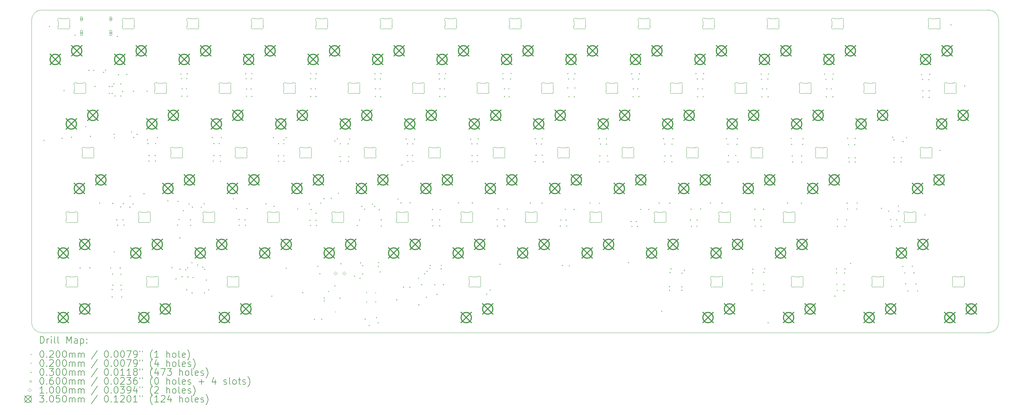
<source format=gbr>
%TF.GenerationSoftware,KiCad,Pcbnew,8.0.3*%
%TF.CreationDate,2024-11-03T20:57:04+08:00*%
%TF.ProjectId,PH60_Rev2,50483630-5f52-4657-9632-2e6b69636164,rev?*%
%TF.SameCoordinates,Original*%
%TF.FileFunction,Drillmap*%
%TF.FilePolarity,Positive*%
%FSLAX45Y45*%
G04 Gerber Fmt 4.5, Leading zero omitted, Abs format (unit mm)*
G04 Created by KiCad (PCBNEW 8.0.3) date 2024-11-03 20:57:04*
%MOMM*%
%LPD*%
G01*
G04 APERTURE LIST*
%ADD10C,0.050000*%
%ADD11C,0.100000*%
%ADD12C,0.200000*%
%ADD13C,0.305000*%
G04 APERTURE END LIST*
D10*
X2857500Y-3157500D02*
G75*
G02*
X3157500Y-2857500I300000J0D01*
G01*
X3157500Y-12382500D02*
G75*
G02*
X2857500Y-12082500I0J300000D01*
G01*
X3157500Y-12382500D02*
X31132500Y-12382500D01*
X31132500Y-2857500D02*
X3157500Y-2857500D01*
X31432500Y-12082500D02*
X31432500Y-3157500D01*
X2857500Y-3157500D02*
X2857500Y-12082500D01*
X31432500Y-12082500D02*
G75*
G02*
X31132500Y-12382500I-300000J0D01*
G01*
X31132500Y-2857500D02*
G75*
G02*
X31432500Y-3157500I0J-300000D01*
G01*
D11*
X14117500Y-5094716D02*
X14117500Y-5235284D01*
X14208055Y-5315000D02*
X14366945Y-5315000D01*
X14366945Y-5015000D02*
X14208055Y-5015000D01*
X14457500Y-5235284D02*
X14457500Y-5094716D01*
X14112552Y-5073028D02*
G75*
G02*
X14117501Y-5094716I-45102J-21702D01*
G01*
X14112552Y-5073028D02*
G75*
G02*
X14182829Y-5008170I45051J21688D01*
G01*
X14117500Y-5235284D02*
G75*
G02*
X14112552Y-5256972I-50042J9D01*
G01*
X14182829Y-5321830D02*
G75*
G02*
X14112552Y-5256972I-25226J43170D01*
G01*
X14182829Y-5321830D02*
G75*
G02*
X14208055Y-5315000I25226J-43171D01*
G01*
X14208055Y-5015000D02*
G75*
G02*
X14182829Y-5008170I0J50001D01*
G01*
X14366945Y-5315000D02*
G75*
G02*
X14392171Y-5321830I0J-50001D01*
G01*
X14392171Y-5008170D02*
G75*
G02*
X14366945Y-5015000I-25226J43171D01*
G01*
X14392171Y-5008170D02*
G75*
G02*
X14462448Y-5073028I25226J-43170D01*
G01*
X14457500Y-5094716D02*
G75*
G02*
X14462448Y-5073028I49999J0D01*
G01*
X14462448Y-5256972D02*
G75*
G02*
X14392171Y-5321830I-45052J-21688D01*
G01*
X14462448Y-5256972D02*
G75*
G02*
X14457500Y-5235284I45051J21688D01*
G01*
X15784375Y-10809716D02*
X15784375Y-10950284D01*
X15874930Y-11030000D02*
X16033820Y-11030000D01*
X16033820Y-10730000D02*
X15874930Y-10730000D01*
X16124375Y-10950284D02*
X16124375Y-10809716D01*
X15779427Y-10788028D02*
G75*
G02*
X15784376Y-10809716I-45102J-21702D01*
G01*
X15779427Y-10788028D02*
G75*
G02*
X15849704Y-10723170I45051J21688D01*
G01*
X15784375Y-10950284D02*
G75*
G02*
X15779427Y-10971972I-50042J9D01*
G01*
X15849704Y-11036830D02*
G75*
G02*
X15779427Y-10971972I-25226J43170D01*
G01*
X15849704Y-11036830D02*
G75*
G02*
X15874930Y-11030000I25226J-43171D01*
G01*
X15874930Y-10730000D02*
G75*
G02*
X15849704Y-10723170I0J50001D01*
G01*
X16033820Y-11030000D02*
G75*
G02*
X16059046Y-11036830I0J-50001D01*
G01*
X16059046Y-10723170D02*
G75*
G02*
X16033820Y-10730000I-25226J43171D01*
G01*
X16059046Y-10723170D02*
G75*
G02*
X16129323Y-10788028I25226J-43170D01*
G01*
X16124375Y-10809716D02*
G75*
G02*
X16129323Y-10788028I49999J0D01*
G01*
X16129323Y-10971972D02*
G75*
G02*
X16059046Y-11036830I-45052J-21688D01*
G01*
X16129323Y-10971972D02*
G75*
G02*
X16124375Y-10950284I45051J21688D01*
G01*
X29357500Y-3189716D02*
X29357500Y-3330284D01*
X29448055Y-3410000D02*
X29606945Y-3410000D01*
X29606945Y-3110000D02*
X29448055Y-3110000D01*
X29697500Y-3330284D02*
X29697500Y-3189716D01*
X29352552Y-3168028D02*
G75*
G02*
X29357501Y-3189716I-45102J-21702D01*
G01*
X29352552Y-3168028D02*
G75*
G02*
X29422829Y-3103170I45051J21688D01*
G01*
X29357500Y-3330284D02*
G75*
G02*
X29352552Y-3351972I-50042J9D01*
G01*
X29422829Y-3416830D02*
G75*
G02*
X29352552Y-3351972I-25226J43170D01*
G01*
X29422829Y-3416830D02*
G75*
G02*
X29448055Y-3410000I25226J-43171D01*
G01*
X29448055Y-3110000D02*
G75*
G02*
X29422829Y-3103170I0J50001D01*
G01*
X29606945Y-3410000D02*
G75*
G02*
X29632171Y-3416830I0J-50001D01*
G01*
X29632171Y-3103170D02*
G75*
G02*
X29606945Y-3110000I-25226J43171D01*
G01*
X29632171Y-3103170D02*
G75*
G02*
X29702448Y-3168028I25226J-43170D01*
G01*
X29697500Y-3189716D02*
G75*
G02*
X29702448Y-3168028I49999J0D01*
G01*
X29702448Y-3351972D02*
G75*
G02*
X29632171Y-3416830I-45052J-21688D01*
G01*
X29702448Y-3351972D02*
G75*
G02*
X29697500Y-3330284I45051J21688D01*
G01*
X3878125Y-10809716D02*
X3878125Y-10950284D01*
X3968680Y-11030000D02*
X4127570Y-11030000D01*
X4127570Y-10730000D02*
X3968680Y-10730000D01*
X4218125Y-10950284D02*
X4218125Y-10809716D01*
X3873177Y-10788028D02*
G75*
G02*
X3878126Y-10809716I-45102J-21702D01*
G01*
X3873177Y-10788028D02*
G75*
G02*
X3943454Y-10723170I45051J21688D01*
G01*
X3878125Y-10950284D02*
G75*
G02*
X3873177Y-10971972I-50042J9D01*
G01*
X3943454Y-11036830D02*
G75*
G02*
X3873177Y-10971972I-25226J43170D01*
G01*
X3943454Y-11036830D02*
G75*
G02*
X3968680Y-11030000I25226J-43171D01*
G01*
X3968680Y-10730000D02*
G75*
G02*
X3943454Y-10723170I0J50001D01*
G01*
X4127570Y-11030000D02*
G75*
G02*
X4152796Y-11036830I0J-50001D01*
G01*
X4152796Y-10723170D02*
G75*
G02*
X4127570Y-10730000I-25226J43171D01*
G01*
X4152796Y-10723170D02*
G75*
G02*
X4223073Y-10788028I25226J-43170D01*
G01*
X4218125Y-10809716D02*
G75*
G02*
X4223073Y-10788028I49999J0D01*
G01*
X4223073Y-10971972D02*
G75*
G02*
X4152796Y-11036830I-45052J-21688D01*
G01*
X4223073Y-10971972D02*
G75*
G02*
X4218125Y-10950284I45051J21688D01*
G01*
X8640625Y-10809716D02*
X8640625Y-10950284D01*
X8731180Y-11030000D02*
X8890070Y-11030000D01*
X8890070Y-10730000D02*
X8731180Y-10730000D01*
X8980625Y-10950284D02*
X8980625Y-10809716D01*
X8635677Y-10788028D02*
G75*
G02*
X8640626Y-10809716I-45102J-21702D01*
G01*
X8635677Y-10788028D02*
G75*
G02*
X8705954Y-10723170I45051J21688D01*
G01*
X8640625Y-10950284D02*
G75*
G02*
X8635677Y-10971972I-50042J9D01*
G01*
X8705954Y-11036830D02*
G75*
G02*
X8635677Y-10971972I-25226J43170D01*
G01*
X8705954Y-11036830D02*
G75*
G02*
X8731180Y-11030000I25226J-43171D01*
G01*
X8731180Y-10730000D02*
G75*
G02*
X8705954Y-10723170I0J50001D01*
G01*
X8890070Y-11030000D02*
G75*
G02*
X8915296Y-11036830I0J-50001D01*
G01*
X8915296Y-10723170D02*
G75*
G02*
X8890070Y-10730000I-25226J43171D01*
G01*
X8915296Y-10723170D02*
G75*
G02*
X8985573Y-10788028I25226J-43170D01*
G01*
X8980625Y-10809716D02*
G75*
G02*
X8985573Y-10788028I49999J0D01*
G01*
X8985573Y-10971972D02*
G75*
G02*
X8915296Y-11036830I-45052J-21688D01*
G01*
X8985573Y-10971972D02*
G75*
G02*
X8980625Y-10950284I45051J21688D01*
G01*
X22213750Y-6999716D02*
X22213750Y-7140284D01*
X22304305Y-7220000D02*
X22463195Y-7220000D01*
X22463195Y-6920000D02*
X22304305Y-6920000D01*
X22553750Y-7140284D02*
X22553750Y-6999716D01*
X22208802Y-6978028D02*
G75*
G02*
X22213751Y-6999716I-45102J-21702D01*
G01*
X22208802Y-6978028D02*
G75*
G02*
X22279079Y-6913170I45051J21688D01*
G01*
X22213750Y-7140284D02*
G75*
G02*
X22208802Y-7161972I-50042J9D01*
G01*
X22279079Y-7226830D02*
G75*
G02*
X22208802Y-7161972I-25226J43170D01*
G01*
X22279079Y-7226830D02*
G75*
G02*
X22304305Y-7220000I25226J-43171D01*
G01*
X22304305Y-6920000D02*
G75*
G02*
X22279079Y-6913170I0J50001D01*
G01*
X22463195Y-7220000D02*
G75*
G02*
X22488421Y-7226830I0J-50001D01*
G01*
X22488421Y-6913170D02*
G75*
G02*
X22463195Y-6920000I-25226J43171D01*
G01*
X22488421Y-6913170D02*
G75*
G02*
X22558698Y-6978028I25226J-43170D01*
G01*
X22553750Y-6999716D02*
G75*
G02*
X22558698Y-6978028I49999J0D01*
G01*
X22558698Y-7161972D02*
G75*
G02*
X22488421Y-7226830I-45052J-21688D01*
G01*
X22558698Y-7161972D02*
G75*
G02*
X22553750Y-7140284I45051J21688D01*
G01*
X20308750Y-6999716D02*
X20308750Y-7140284D01*
X20399305Y-7220000D02*
X20558195Y-7220000D01*
X20558195Y-6920000D02*
X20399305Y-6920000D01*
X20648750Y-7140284D02*
X20648750Y-6999716D01*
X20303802Y-6978028D02*
G75*
G02*
X20308751Y-6999716I-45102J-21702D01*
G01*
X20303802Y-6978028D02*
G75*
G02*
X20374079Y-6913170I45051J21688D01*
G01*
X20308750Y-7140284D02*
G75*
G02*
X20303802Y-7161972I-50042J9D01*
G01*
X20374079Y-7226830D02*
G75*
G02*
X20303802Y-7161972I-25226J43170D01*
G01*
X20374079Y-7226830D02*
G75*
G02*
X20399305Y-7220000I25226J-43171D01*
G01*
X20399305Y-6920000D02*
G75*
G02*
X20374079Y-6913170I0J50001D01*
G01*
X20558195Y-7220000D02*
G75*
G02*
X20583421Y-7226830I0J-50001D01*
G01*
X20583421Y-6913170D02*
G75*
G02*
X20558195Y-6920000I-25226J43171D01*
G01*
X20583421Y-6913170D02*
G75*
G02*
X20653698Y-6978028I25226J-43170D01*
G01*
X20648750Y-6999716D02*
G75*
G02*
X20653698Y-6978028I49999J0D01*
G01*
X20653698Y-7161972D02*
G75*
G02*
X20583421Y-7226830I-45052J-21688D01*
G01*
X20653698Y-7161972D02*
G75*
G02*
X20648750Y-7140284I45051J21688D01*
G01*
X23166250Y-8904716D02*
X23166250Y-9045284D01*
X23256805Y-9125000D02*
X23415695Y-9125000D01*
X23415695Y-8825000D02*
X23256805Y-8825000D01*
X23506250Y-9045284D02*
X23506250Y-8904716D01*
X23161302Y-8883028D02*
G75*
G02*
X23166251Y-8904716I-45102J-21702D01*
G01*
X23161302Y-8883028D02*
G75*
G02*
X23231579Y-8818170I45051J21688D01*
G01*
X23166250Y-9045284D02*
G75*
G02*
X23161302Y-9066972I-50042J9D01*
G01*
X23231579Y-9131830D02*
G75*
G02*
X23161302Y-9066972I-25226J43170D01*
G01*
X23231579Y-9131830D02*
G75*
G02*
X23256805Y-9125000I25226J-43171D01*
G01*
X23256805Y-8825000D02*
G75*
G02*
X23231579Y-8818170I0J50001D01*
G01*
X23415695Y-9125000D02*
G75*
G02*
X23440921Y-9131830I0J-50001D01*
G01*
X23440921Y-8818170D02*
G75*
G02*
X23415695Y-8825000I-25226J43171D01*
G01*
X23440921Y-8818170D02*
G75*
G02*
X23511198Y-8883028I25226J-43170D01*
G01*
X23506250Y-8904716D02*
G75*
G02*
X23511198Y-8883028I49999J0D01*
G01*
X23511198Y-9066972D02*
G75*
G02*
X23440921Y-9131830I-45052J-21688D01*
G01*
X23511198Y-9066972D02*
G75*
G02*
X23506250Y-9045284I45051J21688D01*
G01*
X7450000Y-3189716D02*
X7450000Y-3330284D01*
X7540555Y-3410000D02*
X7699445Y-3410000D01*
X7699445Y-3110000D02*
X7540555Y-3110000D01*
X7790000Y-3330284D02*
X7790000Y-3189716D01*
X7445052Y-3168028D02*
G75*
G02*
X7450001Y-3189716I-45102J-21702D01*
G01*
X7445052Y-3168028D02*
G75*
G02*
X7515329Y-3103170I45051J21688D01*
G01*
X7450000Y-3330284D02*
G75*
G02*
X7445052Y-3351972I-50042J9D01*
G01*
X7515329Y-3416830D02*
G75*
G02*
X7445052Y-3351972I-25226J43170D01*
G01*
X7515329Y-3416830D02*
G75*
G02*
X7540555Y-3410000I25226J-43171D01*
G01*
X7540555Y-3110000D02*
G75*
G02*
X7515329Y-3103170I0J50001D01*
G01*
X7699445Y-3410000D02*
G75*
G02*
X7724671Y-3416830I0J-50001D01*
G01*
X7724671Y-3103170D02*
G75*
G02*
X7699445Y-3110000I-25226J43171D01*
G01*
X7724671Y-3103170D02*
G75*
G02*
X7794948Y-3168028I25226J-43170D01*
G01*
X7790000Y-3189716D02*
G75*
G02*
X7794948Y-3168028I49999J0D01*
G01*
X7794948Y-3351972D02*
G75*
G02*
X7724671Y-3416830I-45052J-21688D01*
G01*
X7794948Y-3351972D02*
G75*
G02*
X7790000Y-3330284I45051J21688D01*
G01*
X25309375Y-10809716D02*
X25309375Y-10950284D01*
X25399930Y-11030000D02*
X25558820Y-11030000D01*
X25558820Y-10730000D02*
X25399930Y-10730000D01*
X25649375Y-10950284D02*
X25649375Y-10809716D01*
X25304427Y-10788028D02*
G75*
G02*
X25309376Y-10809716I-45102J-21702D01*
G01*
X25304427Y-10788028D02*
G75*
G02*
X25374704Y-10723170I45051J21688D01*
G01*
X25309375Y-10950284D02*
G75*
G02*
X25304427Y-10971972I-50042J9D01*
G01*
X25374704Y-11036830D02*
G75*
G02*
X25304427Y-10971972I-25226J43170D01*
G01*
X25374704Y-11036830D02*
G75*
G02*
X25399930Y-11030000I25226J-43171D01*
G01*
X25399930Y-10730000D02*
G75*
G02*
X25374704Y-10723170I0J50001D01*
G01*
X25558820Y-11030000D02*
G75*
G02*
X25584046Y-11036830I0J-50001D01*
G01*
X25584046Y-10723170D02*
G75*
G02*
X25558820Y-10730000I-25226J43171D01*
G01*
X25584046Y-10723170D02*
G75*
G02*
X25654323Y-10788028I25226J-43170D01*
G01*
X25649375Y-10809716D02*
G75*
G02*
X25654323Y-10788028I49999J0D01*
G01*
X25654323Y-10971972D02*
G75*
G02*
X25584046Y-11036830I-45052J-21688D01*
G01*
X25654323Y-10971972D02*
G75*
G02*
X25649375Y-10950284I45051J21688D01*
G01*
X11260000Y-3189716D02*
X11260000Y-3330284D01*
X11350555Y-3410000D02*
X11509445Y-3410000D01*
X11509445Y-3110000D02*
X11350555Y-3110000D01*
X11600000Y-3330284D02*
X11600000Y-3189716D01*
X11255052Y-3168028D02*
G75*
G02*
X11260001Y-3189716I-45102J-21702D01*
G01*
X11255052Y-3168028D02*
G75*
G02*
X11325329Y-3103170I45051J21688D01*
G01*
X11260000Y-3330284D02*
G75*
G02*
X11255052Y-3351972I-50042J9D01*
G01*
X11325329Y-3416830D02*
G75*
G02*
X11255052Y-3351972I-25226J43170D01*
G01*
X11325329Y-3416830D02*
G75*
G02*
X11350555Y-3410000I25226J-43171D01*
G01*
X11350555Y-3110000D02*
G75*
G02*
X11325329Y-3103170I0J50001D01*
G01*
X11509445Y-3410000D02*
G75*
G02*
X11534671Y-3416830I0J-50001D01*
G01*
X11534671Y-3103170D02*
G75*
G02*
X11509445Y-3110000I-25226J43171D01*
G01*
X11534671Y-3103170D02*
G75*
G02*
X11604948Y-3168028I25226J-43170D01*
G01*
X11600000Y-3189716D02*
G75*
G02*
X11604948Y-3168028I49999J0D01*
G01*
X11604948Y-3351972D02*
G75*
G02*
X11534671Y-3416830I-45052J-21688D01*
G01*
X11604948Y-3351972D02*
G75*
G02*
X11600000Y-3330284I45051J21688D01*
G01*
X6497500Y-5094716D02*
X6497500Y-5235284D01*
X6588055Y-5315000D02*
X6746945Y-5315000D01*
X6746945Y-5015000D02*
X6588055Y-5015000D01*
X6837500Y-5235284D02*
X6837500Y-5094716D01*
X6492552Y-5073028D02*
G75*
G02*
X6497501Y-5094716I-45102J-21702D01*
G01*
X6492552Y-5073028D02*
G75*
G02*
X6562829Y-5008170I45051J21688D01*
G01*
X6497500Y-5235284D02*
G75*
G02*
X6492552Y-5256972I-50042J9D01*
G01*
X6562829Y-5321830D02*
G75*
G02*
X6492552Y-5256972I-25226J43170D01*
G01*
X6562829Y-5321830D02*
G75*
G02*
X6588055Y-5315000I25226J-43171D01*
G01*
X6588055Y-5015000D02*
G75*
G02*
X6562829Y-5008170I0J50001D01*
G01*
X6746945Y-5315000D02*
G75*
G02*
X6772171Y-5321830I0J-50001D01*
G01*
X6772171Y-5008170D02*
G75*
G02*
X6746945Y-5015000I-25226J43171D01*
G01*
X6772171Y-5008170D02*
G75*
G02*
X6842448Y-5073028I25226J-43170D01*
G01*
X6837500Y-5094716D02*
G75*
G02*
X6842448Y-5073028I49999J0D01*
G01*
X6842448Y-5256972D02*
G75*
G02*
X6772171Y-5321830I-45052J-21688D01*
G01*
X6842448Y-5256972D02*
G75*
G02*
X6837500Y-5235284I45051J21688D01*
G01*
X21737500Y-5094716D02*
X21737500Y-5235284D01*
X21828055Y-5315000D02*
X21986945Y-5315000D01*
X21986945Y-5015000D02*
X21828055Y-5015000D01*
X22077500Y-5235284D02*
X22077500Y-5094716D01*
X21732552Y-5073028D02*
G75*
G02*
X21737501Y-5094716I-45102J-21702D01*
G01*
X21732552Y-5073028D02*
G75*
G02*
X21802829Y-5008170I45051J21688D01*
G01*
X21737500Y-5235284D02*
G75*
G02*
X21732552Y-5256972I-50042J9D01*
G01*
X21802829Y-5321830D02*
G75*
G02*
X21732552Y-5256972I-25226J43170D01*
G01*
X21802829Y-5321830D02*
G75*
G02*
X21828055Y-5315000I25226J-43171D01*
G01*
X21828055Y-5015000D02*
G75*
G02*
X21802829Y-5008170I0J50001D01*
G01*
X21986945Y-5315000D02*
G75*
G02*
X22012171Y-5321830I0J-50001D01*
G01*
X22012171Y-5008170D02*
G75*
G02*
X21986945Y-5015000I-25226J43171D01*
G01*
X22012171Y-5008170D02*
G75*
G02*
X22082448Y-5073028I25226J-43170D01*
G01*
X22077500Y-5094716D02*
G75*
G02*
X22082448Y-5073028I49999J0D01*
G01*
X22082448Y-5256972D02*
G75*
G02*
X22012171Y-5321830I-45052J-21688D01*
G01*
X22082448Y-5256972D02*
G75*
G02*
X22077500Y-5235284I45051J21688D01*
G01*
X10307500Y-5094716D02*
X10307500Y-5235284D01*
X10398055Y-5315000D02*
X10556945Y-5315000D01*
X10556945Y-5015000D02*
X10398055Y-5015000D01*
X10647500Y-5235284D02*
X10647500Y-5094716D01*
X10302552Y-5073028D02*
G75*
G02*
X10307501Y-5094716I-45102J-21702D01*
G01*
X10302552Y-5073028D02*
G75*
G02*
X10372829Y-5008170I45051J21688D01*
G01*
X10307500Y-5235284D02*
G75*
G02*
X10302552Y-5256972I-50042J9D01*
G01*
X10372829Y-5321830D02*
G75*
G02*
X10302552Y-5256972I-25226J43170D01*
G01*
X10372829Y-5321830D02*
G75*
G02*
X10398055Y-5315000I25226J-43171D01*
G01*
X10398055Y-5015000D02*
G75*
G02*
X10372829Y-5008170I0J50001D01*
G01*
X10556945Y-5315000D02*
G75*
G02*
X10582171Y-5321830I0J-50001D01*
G01*
X10582171Y-5008170D02*
G75*
G02*
X10556945Y-5015000I-25226J43171D01*
G01*
X10582171Y-5008170D02*
G75*
G02*
X10652448Y-5073028I25226J-43170D01*
G01*
X10647500Y-5094716D02*
G75*
G02*
X10652448Y-5073028I49999J0D01*
G01*
X10652448Y-5256972D02*
G75*
G02*
X10582171Y-5321830I-45052J-21688D01*
G01*
X10652448Y-5256972D02*
G75*
G02*
X10647500Y-5235284I45051J21688D01*
G01*
X27452500Y-5094716D02*
X27452500Y-5235284D01*
X27543055Y-5315000D02*
X27701945Y-5315000D01*
X27701945Y-5015000D02*
X27543055Y-5015000D01*
X27792500Y-5235284D02*
X27792500Y-5094716D01*
X27447552Y-5073028D02*
G75*
G02*
X27452501Y-5094716I-45102J-21702D01*
G01*
X27447552Y-5073028D02*
G75*
G02*
X27517829Y-5008170I45051J21688D01*
G01*
X27452500Y-5235284D02*
G75*
G02*
X27447552Y-5256972I-50042J9D01*
G01*
X27517829Y-5321830D02*
G75*
G02*
X27447552Y-5256972I-25226J43170D01*
G01*
X27517829Y-5321830D02*
G75*
G02*
X27543055Y-5315000I25226J-43171D01*
G01*
X27543055Y-5015000D02*
G75*
G02*
X27517829Y-5008170I0J50001D01*
G01*
X27701945Y-5315000D02*
G75*
G02*
X27727171Y-5321830I0J-50001D01*
G01*
X27727171Y-5008170D02*
G75*
G02*
X27701945Y-5015000I-25226J43171D01*
G01*
X27727171Y-5008170D02*
G75*
G02*
X27797448Y-5073028I25226J-43170D01*
G01*
X27792500Y-5094716D02*
G75*
G02*
X27797448Y-5073028I49999J0D01*
G01*
X27797448Y-5256972D02*
G75*
G02*
X27727171Y-5321830I-45052J-21688D01*
G01*
X27797448Y-5256972D02*
G75*
G02*
X27792500Y-5235284I45051J21688D01*
G01*
X14593750Y-6999716D02*
X14593750Y-7140284D01*
X14684305Y-7220000D02*
X14843195Y-7220000D01*
X14843195Y-6920000D02*
X14684305Y-6920000D01*
X14933750Y-7140284D02*
X14933750Y-6999716D01*
X14588802Y-6978028D02*
G75*
G02*
X14593751Y-6999716I-45102J-21702D01*
G01*
X14588802Y-6978028D02*
G75*
G02*
X14659079Y-6913170I45051J21688D01*
G01*
X14593750Y-7140284D02*
G75*
G02*
X14588802Y-7161972I-50042J9D01*
G01*
X14659079Y-7226830D02*
G75*
G02*
X14588802Y-7161972I-25226J43170D01*
G01*
X14659079Y-7226830D02*
G75*
G02*
X14684305Y-7220000I25226J-43171D01*
G01*
X14684305Y-6920000D02*
G75*
G02*
X14659079Y-6913170I0J50001D01*
G01*
X14843195Y-7220000D02*
G75*
G02*
X14868421Y-7226830I0J-50001D01*
G01*
X14868421Y-6913170D02*
G75*
G02*
X14843195Y-6920000I-25226J43171D01*
G01*
X14868421Y-6913170D02*
G75*
G02*
X14938698Y-6978028I25226J-43170D01*
G01*
X14933750Y-6999716D02*
G75*
G02*
X14938698Y-6978028I49999J0D01*
G01*
X14938698Y-7161972D02*
G75*
G02*
X14868421Y-7226830I-45052J-21688D01*
G01*
X14938698Y-7161972D02*
G75*
G02*
X14933750Y-7140284I45051J21688D01*
G01*
X13641250Y-8904716D02*
X13641250Y-9045284D01*
X13731805Y-9125000D02*
X13890695Y-9125000D01*
X13890695Y-8825000D02*
X13731805Y-8825000D01*
X13981250Y-9045284D02*
X13981250Y-8904716D01*
X13636302Y-8883028D02*
G75*
G02*
X13641251Y-8904716I-45102J-21702D01*
G01*
X13636302Y-8883028D02*
G75*
G02*
X13706579Y-8818170I45051J21688D01*
G01*
X13641250Y-9045284D02*
G75*
G02*
X13636302Y-9066972I-50042J9D01*
G01*
X13706579Y-9131830D02*
G75*
G02*
X13636302Y-9066972I-25226J43170D01*
G01*
X13706579Y-9131830D02*
G75*
G02*
X13731805Y-9125000I25226J-43171D01*
G01*
X13731805Y-8825000D02*
G75*
G02*
X13706579Y-8818170I0J50001D01*
G01*
X13890695Y-9125000D02*
G75*
G02*
X13915921Y-9131830I0J-50001D01*
G01*
X13915921Y-8818170D02*
G75*
G02*
X13890695Y-8825000I-25226J43171D01*
G01*
X13915921Y-8818170D02*
G75*
G02*
X13986198Y-8883028I25226J-43170D01*
G01*
X13981250Y-8904716D02*
G75*
G02*
X13986198Y-8883028I49999J0D01*
G01*
X13986198Y-9066972D02*
G75*
G02*
X13915921Y-9131830I-45052J-21688D01*
G01*
X13986198Y-9066972D02*
G75*
G02*
X13981250Y-9045284I45051J21688D01*
G01*
X4354375Y-6999716D02*
X4354375Y-7140284D01*
X4444930Y-7220000D02*
X4603820Y-7220000D01*
X4603820Y-6920000D02*
X4444930Y-6920000D01*
X4694375Y-7140284D02*
X4694375Y-6999716D01*
X4349427Y-6978028D02*
G75*
G02*
X4354376Y-6999716I-45102J-21702D01*
G01*
X4349427Y-6978028D02*
G75*
G02*
X4419704Y-6913170I45051J21688D01*
G01*
X4354375Y-7140284D02*
G75*
G02*
X4349427Y-7161972I-50042J9D01*
G01*
X4419704Y-7226830D02*
G75*
G02*
X4349427Y-7161972I-25226J43170D01*
G01*
X4419704Y-7226830D02*
G75*
G02*
X4444930Y-7220000I25226J-43171D01*
G01*
X4444930Y-6920000D02*
G75*
G02*
X4419704Y-6913170I0J50001D01*
G01*
X4603820Y-7220000D02*
G75*
G02*
X4629046Y-7226830I0J-50001D01*
G01*
X4629046Y-6913170D02*
G75*
G02*
X4603820Y-6920000I-25226J43171D01*
G01*
X4629046Y-6913170D02*
G75*
G02*
X4699323Y-6978028I25226J-43170D01*
G01*
X4694375Y-6999716D02*
G75*
G02*
X4699323Y-6978028I49999J0D01*
G01*
X4699323Y-7161972D02*
G75*
G02*
X4629046Y-7226830I-45052J-21688D01*
G01*
X4699323Y-7161972D02*
G75*
G02*
X4694375Y-7140284I45051J21688D01*
G01*
X15070000Y-3189716D02*
X15070000Y-3330284D01*
X15160555Y-3410000D02*
X15319445Y-3410000D01*
X15319445Y-3110000D02*
X15160555Y-3110000D01*
X15410000Y-3330284D02*
X15410000Y-3189716D01*
X15065052Y-3168028D02*
G75*
G02*
X15070001Y-3189716I-45102J-21702D01*
G01*
X15065052Y-3168028D02*
G75*
G02*
X15135329Y-3103170I45051J21688D01*
G01*
X15070000Y-3330284D02*
G75*
G02*
X15065052Y-3351972I-50042J9D01*
G01*
X15135329Y-3416830D02*
G75*
G02*
X15065052Y-3351972I-25226J43170D01*
G01*
X15135329Y-3416830D02*
G75*
G02*
X15160555Y-3410000I25226J-43171D01*
G01*
X15160555Y-3110000D02*
G75*
G02*
X15135329Y-3103170I0J50001D01*
G01*
X15319445Y-3410000D02*
G75*
G02*
X15344671Y-3416830I0J-50001D01*
G01*
X15344671Y-3103170D02*
G75*
G02*
X15319445Y-3110000I-25226J43171D01*
G01*
X15344671Y-3103170D02*
G75*
G02*
X15414948Y-3168028I25226J-43170D01*
G01*
X15410000Y-3189716D02*
G75*
G02*
X15414948Y-3168028I49999J0D01*
G01*
X15414948Y-3351972D02*
G75*
G02*
X15344671Y-3416830I-45052J-21688D01*
G01*
X15414948Y-3351972D02*
G75*
G02*
X15410000Y-3330284I45051J21688D01*
G01*
X15546250Y-8904716D02*
X15546250Y-9045284D01*
X15636805Y-9125000D02*
X15795695Y-9125000D01*
X15795695Y-8825000D02*
X15636805Y-8825000D01*
X15886250Y-9045284D02*
X15886250Y-8904716D01*
X15541302Y-8883028D02*
G75*
G02*
X15546251Y-8904716I-45102J-21702D01*
G01*
X15541302Y-8883028D02*
G75*
G02*
X15611579Y-8818170I45051J21688D01*
G01*
X15546250Y-9045284D02*
G75*
G02*
X15541302Y-9066972I-50042J9D01*
G01*
X15611579Y-9131830D02*
G75*
G02*
X15541302Y-9066972I-25226J43170D01*
G01*
X15611579Y-9131830D02*
G75*
G02*
X15636805Y-9125000I25226J-43171D01*
G01*
X15636805Y-8825000D02*
G75*
G02*
X15611579Y-8818170I0J50001D01*
G01*
X15795695Y-9125000D02*
G75*
G02*
X15820921Y-9131830I0J-50001D01*
G01*
X15820921Y-8818170D02*
G75*
G02*
X15795695Y-8825000I-25226J43171D01*
G01*
X15820921Y-8818170D02*
G75*
G02*
X15891198Y-8883028I25226J-43170D01*
G01*
X15886250Y-8904716D02*
G75*
G02*
X15891198Y-8883028I49999J0D01*
G01*
X15891198Y-9066972D02*
G75*
G02*
X15820921Y-9131830I-45052J-21688D01*
G01*
X15891198Y-9066972D02*
G75*
G02*
X15886250Y-9045284I45051J21688D01*
G01*
X9355000Y-3189716D02*
X9355000Y-3330284D01*
X9445555Y-3410000D02*
X9604445Y-3410000D01*
X9604445Y-3110000D02*
X9445555Y-3110000D01*
X9695000Y-3330284D02*
X9695000Y-3189716D01*
X9350052Y-3168028D02*
G75*
G02*
X9355001Y-3189716I-45102J-21702D01*
G01*
X9350052Y-3168028D02*
G75*
G02*
X9420329Y-3103170I45051J21688D01*
G01*
X9355000Y-3330284D02*
G75*
G02*
X9350052Y-3351972I-50042J9D01*
G01*
X9420329Y-3416830D02*
G75*
G02*
X9350052Y-3351972I-25226J43170D01*
G01*
X9420329Y-3416830D02*
G75*
G02*
X9445555Y-3410000I25226J-43171D01*
G01*
X9445555Y-3110000D02*
G75*
G02*
X9420329Y-3103170I0J50001D01*
G01*
X9604445Y-3410000D02*
G75*
G02*
X9629671Y-3416830I0J-50001D01*
G01*
X9629671Y-3103170D02*
G75*
G02*
X9604445Y-3110000I-25226J43171D01*
G01*
X9629671Y-3103170D02*
G75*
G02*
X9699948Y-3168028I25226J-43170D01*
G01*
X9695000Y-3189716D02*
G75*
G02*
X9699948Y-3168028I49999J0D01*
G01*
X9699948Y-3351972D02*
G75*
G02*
X9629671Y-3416830I-45052J-21688D01*
G01*
X9699948Y-3351972D02*
G75*
G02*
X9695000Y-3330284I45051J21688D01*
G01*
X8402500Y-5094716D02*
X8402500Y-5235284D01*
X8493055Y-5315000D02*
X8651945Y-5315000D01*
X8651945Y-5015000D02*
X8493055Y-5015000D01*
X8742500Y-5235284D02*
X8742500Y-5094716D01*
X8397552Y-5073028D02*
G75*
G02*
X8402501Y-5094716I-45102J-21702D01*
G01*
X8397552Y-5073028D02*
G75*
G02*
X8467829Y-5008170I45051J21688D01*
G01*
X8402500Y-5235284D02*
G75*
G02*
X8397552Y-5256972I-50042J9D01*
G01*
X8467829Y-5321830D02*
G75*
G02*
X8397552Y-5256972I-25226J43170D01*
G01*
X8467829Y-5321830D02*
G75*
G02*
X8493055Y-5315000I25226J-43171D01*
G01*
X8493055Y-5015000D02*
G75*
G02*
X8467829Y-5008170I0J50001D01*
G01*
X8651945Y-5315000D02*
G75*
G02*
X8677171Y-5321830I0J-50001D01*
G01*
X8677171Y-5008170D02*
G75*
G02*
X8651945Y-5015000I-25226J43171D01*
G01*
X8677171Y-5008170D02*
G75*
G02*
X8747448Y-5073028I25226J-43170D01*
G01*
X8742500Y-5094716D02*
G75*
G02*
X8747448Y-5073028I49999J0D01*
G01*
X8747448Y-5256972D02*
G75*
G02*
X8677171Y-5321830I-45052J-21688D01*
G01*
X8747448Y-5256972D02*
G75*
G02*
X8742500Y-5235284I45051J21688D01*
G01*
X18880000Y-3189716D02*
X18880000Y-3330284D01*
X18970555Y-3410000D02*
X19129445Y-3410000D01*
X19129445Y-3110000D02*
X18970555Y-3110000D01*
X19220000Y-3330284D02*
X19220000Y-3189716D01*
X18875052Y-3168028D02*
G75*
G02*
X18880001Y-3189716I-45102J-21702D01*
G01*
X18875052Y-3168028D02*
G75*
G02*
X18945329Y-3103170I45051J21688D01*
G01*
X18880000Y-3330284D02*
G75*
G02*
X18875052Y-3351972I-50042J9D01*
G01*
X18945329Y-3416830D02*
G75*
G02*
X18875052Y-3351972I-25226J43170D01*
G01*
X18945329Y-3416830D02*
G75*
G02*
X18970555Y-3410000I25226J-43171D01*
G01*
X18970555Y-3110000D02*
G75*
G02*
X18945329Y-3103170I0J50001D01*
G01*
X19129445Y-3410000D02*
G75*
G02*
X19154671Y-3416830I0J-50001D01*
G01*
X19154671Y-3103170D02*
G75*
G02*
X19129445Y-3110000I-25226J43171D01*
G01*
X19154671Y-3103170D02*
G75*
G02*
X19224948Y-3168028I25226J-43170D01*
G01*
X19220000Y-3189716D02*
G75*
G02*
X19224948Y-3168028I49999J0D01*
G01*
X19224948Y-3351972D02*
G75*
G02*
X19154671Y-3416830I-45052J-21688D01*
G01*
X19224948Y-3351972D02*
G75*
G02*
X19220000Y-3330284I45051J21688D01*
G01*
X22928125Y-10809716D02*
X22928125Y-10950284D01*
X23018680Y-11030000D02*
X23177570Y-11030000D01*
X23177570Y-10730000D02*
X23018680Y-10730000D01*
X23268125Y-10950284D02*
X23268125Y-10809716D01*
X22923177Y-10788028D02*
G75*
G02*
X22928126Y-10809716I-45102J-21702D01*
G01*
X22923177Y-10788028D02*
G75*
G02*
X22993454Y-10723170I45051J21688D01*
G01*
X22928125Y-10950284D02*
G75*
G02*
X22923177Y-10971972I-50042J9D01*
G01*
X22993454Y-11036830D02*
G75*
G02*
X22923177Y-10971972I-25226J43170D01*
G01*
X22993454Y-11036830D02*
G75*
G02*
X23018680Y-11030000I25226J-43171D01*
G01*
X23018680Y-10730000D02*
G75*
G02*
X22993454Y-10723170I0J50001D01*
G01*
X23177570Y-11030000D02*
G75*
G02*
X23202796Y-11036830I0J-50001D01*
G01*
X23202796Y-10723170D02*
G75*
G02*
X23177570Y-10730000I-25226J43171D01*
G01*
X23202796Y-10723170D02*
G75*
G02*
X23273073Y-10788028I25226J-43170D01*
G01*
X23268125Y-10809716D02*
G75*
G02*
X23273073Y-10788028I49999J0D01*
G01*
X23273073Y-10971972D02*
G75*
G02*
X23202796Y-11036830I-45052J-21688D01*
G01*
X23273073Y-10971972D02*
G75*
G02*
X23268125Y-10950284I45051J21688D01*
G01*
X16498750Y-6999716D02*
X16498750Y-7140284D01*
X16589305Y-7220000D02*
X16748195Y-7220000D01*
X16748195Y-6920000D02*
X16589305Y-6920000D01*
X16838750Y-7140284D02*
X16838750Y-6999716D01*
X16493802Y-6978028D02*
G75*
G02*
X16498751Y-6999716I-45102J-21702D01*
G01*
X16493802Y-6978028D02*
G75*
G02*
X16564079Y-6913170I45051J21688D01*
G01*
X16498750Y-7140284D02*
G75*
G02*
X16493802Y-7161972I-50042J9D01*
G01*
X16564079Y-7226830D02*
G75*
G02*
X16493802Y-7161972I-25226J43170D01*
G01*
X16564079Y-7226830D02*
G75*
G02*
X16589305Y-7220000I25226J-43171D01*
G01*
X16589305Y-6920000D02*
G75*
G02*
X16564079Y-6913170I0J50001D01*
G01*
X16748195Y-7220000D02*
G75*
G02*
X16773421Y-7226830I0J-50001D01*
G01*
X16773421Y-6913170D02*
G75*
G02*
X16748195Y-6920000I-25226J43171D01*
G01*
X16773421Y-6913170D02*
G75*
G02*
X16843698Y-6978028I25226J-43170D01*
G01*
X16838750Y-6999716D02*
G75*
G02*
X16843698Y-6978028I49999J0D01*
G01*
X16843698Y-7161972D02*
G75*
G02*
X16773421Y-7226830I-45052J-21688D01*
G01*
X16843698Y-7161972D02*
G75*
G02*
X16838750Y-7140284I45051J21688D01*
G01*
X11736250Y-8904716D02*
X11736250Y-9045284D01*
X11826805Y-9125000D02*
X11985695Y-9125000D01*
X11985695Y-8825000D02*
X11826805Y-8825000D01*
X12076250Y-9045284D02*
X12076250Y-8904716D01*
X11731302Y-8883028D02*
G75*
G02*
X11736251Y-8904716I-45102J-21702D01*
G01*
X11731302Y-8883028D02*
G75*
G02*
X11801579Y-8818170I45051J21688D01*
G01*
X11736250Y-9045284D02*
G75*
G02*
X11731302Y-9066972I-50042J9D01*
G01*
X11801579Y-9131830D02*
G75*
G02*
X11731302Y-9066972I-25226J43170D01*
G01*
X11801579Y-9131830D02*
G75*
G02*
X11826805Y-9125000I25226J-43171D01*
G01*
X11826805Y-8825000D02*
G75*
G02*
X11801579Y-8818170I0J50001D01*
G01*
X11985695Y-9125000D02*
G75*
G02*
X12010921Y-9131830I0J-50001D01*
G01*
X12010921Y-8818170D02*
G75*
G02*
X11985695Y-8825000I-25226J43171D01*
G01*
X12010921Y-8818170D02*
G75*
G02*
X12081198Y-8883028I25226J-43170D01*
G01*
X12076250Y-8904716D02*
G75*
G02*
X12081198Y-8883028I49999J0D01*
G01*
X12081198Y-9066972D02*
G75*
G02*
X12010921Y-9131830I-45052J-21688D01*
G01*
X12081198Y-9066972D02*
G75*
G02*
X12076250Y-9045284I45051J21688D01*
G01*
X7926250Y-8904716D02*
X7926250Y-9045284D01*
X8016805Y-9125000D02*
X8175695Y-9125000D01*
X8175695Y-8825000D02*
X8016805Y-8825000D01*
X8266250Y-9045284D02*
X8266250Y-8904716D01*
X7921302Y-8883028D02*
G75*
G02*
X7926251Y-8904716I-45102J-21702D01*
G01*
X7921302Y-8883028D02*
G75*
G02*
X7991579Y-8818170I45051J21688D01*
G01*
X7926250Y-9045284D02*
G75*
G02*
X7921302Y-9066972I-50042J9D01*
G01*
X7991579Y-9131830D02*
G75*
G02*
X7921302Y-9066972I-25226J43170D01*
G01*
X7991579Y-9131830D02*
G75*
G02*
X8016805Y-9125000I25226J-43171D01*
G01*
X8016805Y-8825000D02*
G75*
G02*
X7991579Y-8818170I0J50001D01*
G01*
X8175695Y-9125000D02*
G75*
G02*
X8200921Y-9131830I0J-50001D01*
G01*
X8200921Y-8818170D02*
G75*
G02*
X8175695Y-8825000I-25226J43171D01*
G01*
X8200921Y-8818170D02*
G75*
G02*
X8271198Y-8883028I25226J-43170D01*
G01*
X8266250Y-8904716D02*
G75*
G02*
X8271198Y-8883028I49999J0D01*
G01*
X8271198Y-9066972D02*
G75*
G02*
X8200921Y-9131830I-45052J-21688D01*
G01*
X8271198Y-9066972D02*
G75*
G02*
X8266250Y-9045284I45051J21688D01*
G01*
X19832500Y-5094716D02*
X19832500Y-5235284D01*
X19923055Y-5315000D02*
X20081945Y-5315000D01*
X20081945Y-5015000D02*
X19923055Y-5015000D01*
X20172500Y-5235284D02*
X20172500Y-5094716D01*
X19827552Y-5073028D02*
G75*
G02*
X19832501Y-5094716I-45102J-21702D01*
G01*
X19827552Y-5073028D02*
G75*
G02*
X19897829Y-5008170I45051J21688D01*
G01*
X19832500Y-5235284D02*
G75*
G02*
X19827552Y-5256972I-50042J9D01*
G01*
X19897829Y-5321830D02*
G75*
G02*
X19827552Y-5256972I-25226J43170D01*
G01*
X19897829Y-5321830D02*
G75*
G02*
X19923055Y-5315000I25226J-43171D01*
G01*
X19923055Y-5015000D02*
G75*
G02*
X19897829Y-5008170I0J50001D01*
G01*
X20081945Y-5315000D02*
G75*
G02*
X20107171Y-5321830I0J-50001D01*
G01*
X20107171Y-5008170D02*
G75*
G02*
X20081945Y-5015000I-25226J43171D01*
G01*
X20107171Y-5008170D02*
G75*
G02*
X20177448Y-5073028I25226J-43170D01*
G01*
X20172500Y-5094716D02*
G75*
G02*
X20177448Y-5073028I49999J0D01*
G01*
X20177448Y-5256972D02*
G75*
G02*
X20107171Y-5321830I-45052J-21688D01*
G01*
X20177448Y-5256972D02*
G75*
G02*
X20172500Y-5235284I45051J21688D01*
G01*
X19356250Y-8904716D02*
X19356250Y-9045284D01*
X19446805Y-9125000D02*
X19605695Y-9125000D01*
X19605695Y-8825000D02*
X19446805Y-8825000D01*
X19696250Y-9045284D02*
X19696250Y-8904716D01*
X19351302Y-8883028D02*
G75*
G02*
X19356251Y-8904716I-45102J-21702D01*
G01*
X19351302Y-8883028D02*
G75*
G02*
X19421579Y-8818170I45051J21688D01*
G01*
X19356250Y-9045284D02*
G75*
G02*
X19351302Y-9066972I-50042J9D01*
G01*
X19421579Y-9131830D02*
G75*
G02*
X19351302Y-9066972I-25226J43170D01*
G01*
X19421579Y-9131830D02*
G75*
G02*
X19446805Y-9125000I25226J-43171D01*
G01*
X19446805Y-8825000D02*
G75*
G02*
X19421579Y-8818170I0J50001D01*
G01*
X19605695Y-9125000D02*
G75*
G02*
X19630921Y-9131830I0J-50001D01*
G01*
X19630921Y-8818170D02*
G75*
G02*
X19605695Y-8825000I-25226J43171D01*
G01*
X19630921Y-8818170D02*
G75*
G02*
X19701198Y-8883028I25226J-43170D01*
G01*
X19696250Y-8904716D02*
G75*
G02*
X19701198Y-8883028I49999J0D01*
G01*
X19701198Y-9066972D02*
G75*
G02*
X19630921Y-9131830I-45052J-21688D01*
G01*
X19701198Y-9066972D02*
G75*
G02*
X19696250Y-9045284I45051J21688D01*
G01*
X12688750Y-6999716D02*
X12688750Y-7140284D01*
X12779305Y-7220000D02*
X12938195Y-7220000D01*
X12938195Y-6920000D02*
X12779305Y-6920000D01*
X13028750Y-7140284D02*
X13028750Y-6999716D01*
X12683802Y-6978028D02*
G75*
G02*
X12688751Y-6999716I-45102J-21702D01*
G01*
X12683802Y-6978028D02*
G75*
G02*
X12754079Y-6913170I45051J21688D01*
G01*
X12688750Y-7140284D02*
G75*
G02*
X12683802Y-7161972I-50042J9D01*
G01*
X12754079Y-7226830D02*
G75*
G02*
X12683802Y-7161972I-25226J43170D01*
G01*
X12754079Y-7226830D02*
G75*
G02*
X12779305Y-7220000I25226J-43171D01*
G01*
X12779305Y-6920000D02*
G75*
G02*
X12754079Y-6913170I0J50001D01*
G01*
X12938195Y-7220000D02*
G75*
G02*
X12963421Y-7226830I0J-50001D01*
G01*
X12963421Y-6913170D02*
G75*
G02*
X12938195Y-6920000I-25226J43171D01*
G01*
X12963421Y-6913170D02*
G75*
G02*
X13033698Y-6978028I25226J-43170D01*
G01*
X13028750Y-6999716D02*
G75*
G02*
X13033698Y-6978028I49999J0D01*
G01*
X13033698Y-7161972D02*
G75*
G02*
X12963421Y-7226830I-45052J-21688D01*
G01*
X13033698Y-7161972D02*
G75*
G02*
X13028750Y-7140284I45051J21688D01*
G01*
X25547500Y-5094716D02*
X25547500Y-5235284D01*
X25638055Y-5315000D02*
X25796945Y-5315000D01*
X25796945Y-5015000D02*
X25638055Y-5015000D01*
X25887500Y-5235284D02*
X25887500Y-5094716D01*
X25542552Y-5073028D02*
G75*
G02*
X25547501Y-5094716I-45102J-21702D01*
G01*
X25542552Y-5073028D02*
G75*
G02*
X25612829Y-5008170I45051J21688D01*
G01*
X25547500Y-5235284D02*
G75*
G02*
X25542552Y-5256972I-50042J9D01*
G01*
X25612829Y-5321830D02*
G75*
G02*
X25542552Y-5256972I-25226J43170D01*
G01*
X25612829Y-5321830D02*
G75*
G02*
X25638055Y-5315000I25226J-43171D01*
G01*
X25638055Y-5015000D02*
G75*
G02*
X25612829Y-5008170I0J50001D01*
G01*
X25796945Y-5315000D02*
G75*
G02*
X25822171Y-5321830I0J-50001D01*
G01*
X25822171Y-5008170D02*
G75*
G02*
X25796945Y-5015000I-25226J43171D01*
G01*
X25822171Y-5008170D02*
G75*
G02*
X25892448Y-5073028I25226J-43170D01*
G01*
X25887500Y-5094716D02*
G75*
G02*
X25892448Y-5073028I49999J0D01*
G01*
X25892448Y-5256972D02*
G75*
G02*
X25822171Y-5321830I-45052J-21688D01*
G01*
X25892448Y-5256972D02*
G75*
G02*
X25887500Y-5235284I45051J21688D01*
G01*
X27690625Y-10809716D02*
X27690625Y-10950284D01*
X27781180Y-11030000D02*
X27940070Y-11030000D01*
X27940070Y-10730000D02*
X27781180Y-10730000D01*
X28030625Y-10950284D02*
X28030625Y-10809716D01*
X27685677Y-10788028D02*
G75*
G02*
X27690626Y-10809716I-45102J-21702D01*
G01*
X27685677Y-10788028D02*
G75*
G02*
X27755954Y-10723170I45051J21688D01*
G01*
X27690625Y-10950284D02*
G75*
G02*
X27685677Y-10971972I-50042J9D01*
G01*
X27755954Y-11036830D02*
G75*
G02*
X27685677Y-10971972I-25226J43170D01*
G01*
X27755954Y-11036830D02*
G75*
G02*
X27781180Y-11030000I25226J-43171D01*
G01*
X27781180Y-10730000D02*
G75*
G02*
X27755954Y-10723170I0J50001D01*
G01*
X27940070Y-11030000D02*
G75*
G02*
X27965296Y-11036830I0J-50001D01*
G01*
X27965296Y-10723170D02*
G75*
G02*
X27940070Y-10730000I-25226J43171D01*
G01*
X27965296Y-10723170D02*
G75*
G02*
X28035573Y-10788028I25226J-43170D01*
G01*
X28030625Y-10809716D02*
G75*
G02*
X28035573Y-10788028I49999J0D01*
G01*
X28035573Y-10971972D02*
G75*
G02*
X27965296Y-11036830I-45052J-21688D01*
G01*
X28035573Y-10971972D02*
G75*
G02*
X28030625Y-10950284I45051J21688D01*
G01*
X30071875Y-10809716D02*
X30071875Y-10950284D01*
X30162430Y-11030000D02*
X30321320Y-11030000D01*
X30321320Y-10730000D02*
X30162430Y-10730000D01*
X30411875Y-10950284D02*
X30411875Y-10809716D01*
X30066927Y-10788028D02*
G75*
G02*
X30071876Y-10809716I-45102J-21702D01*
G01*
X30066927Y-10788028D02*
G75*
G02*
X30137204Y-10723170I45051J21688D01*
G01*
X30071875Y-10950284D02*
G75*
G02*
X30066927Y-10971972I-50042J9D01*
G01*
X30137204Y-11036830D02*
G75*
G02*
X30066927Y-10971972I-25226J43170D01*
G01*
X30137204Y-11036830D02*
G75*
G02*
X30162430Y-11030000I25226J-43171D01*
G01*
X30162430Y-10730000D02*
G75*
G02*
X30137204Y-10723170I0J50001D01*
G01*
X30321320Y-11030000D02*
G75*
G02*
X30346546Y-11036830I0J-50001D01*
G01*
X30346546Y-10723170D02*
G75*
G02*
X30321320Y-10730000I-25226J43171D01*
G01*
X30346546Y-10723170D02*
G75*
G02*
X30416823Y-10788028I25226J-43170D01*
G01*
X30411875Y-10809716D02*
G75*
G02*
X30416823Y-10788028I49999J0D01*
G01*
X30416823Y-10971972D02*
G75*
G02*
X30346546Y-11036830I-45052J-21688D01*
G01*
X30416823Y-10971972D02*
G75*
G02*
X30411875Y-10950284I45051J21688D01*
G01*
X17451250Y-8904716D02*
X17451250Y-9045284D01*
X17541805Y-9125000D02*
X17700695Y-9125000D01*
X17700695Y-8825000D02*
X17541805Y-8825000D01*
X17791250Y-9045284D02*
X17791250Y-8904716D01*
X17446302Y-8883028D02*
G75*
G02*
X17451251Y-8904716I-45102J-21702D01*
G01*
X17446302Y-8883028D02*
G75*
G02*
X17516579Y-8818170I45051J21688D01*
G01*
X17451250Y-9045284D02*
G75*
G02*
X17446302Y-9066972I-50042J9D01*
G01*
X17516579Y-9131830D02*
G75*
G02*
X17446302Y-9066972I-25226J43170D01*
G01*
X17516579Y-9131830D02*
G75*
G02*
X17541805Y-9125000I25226J-43171D01*
G01*
X17541805Y-8825000D02*
G75*
G02*
X17516579Y-8818170I0J50001D01*
G01*
X17700695Y-9125000D02*
G75*
G02*
X17725921Y-9131830I0J-50001D01*
G01*
X17725921Y-8818170D02*
G75*
G02*
X17700695Y-8825000I-25226J43171D01*
G01*
X17725921Y-8818170D02*
G75*
G02*
X17796198Y-8883028I25226J-43170D01*
G01*
X17791250Y-8904716D02*
G75*
G02*
X17796198Y-8883028I49999J0D01*
G01*
X17796198Y-9066972D02*
G75*
G02*
X17725921Y-9131830I-45052J-21688D01*
G01*
X17796198Y-9066972D02*
G75*
G02*
X17791250Y-9045284I45051J21688D01*
G01*
X29833750Y-5094716D02*
X29833750Y-5235284D01*
X29924305Y-5315000D02*
X30083195Y-5315000D01*
X30083195Y-5015000D02*
X29924305Y-5015000D01*
X30173750Y-5235284D02*
X30173750Y-5094716D01*
X29828802Y-5073028D02*
G75*
G02*
X29833751Y-5094716I-45102J-21702D01*
G01*
X29828802Y-5073028D02*
G75*
G02*
X29899079Y-5008170I45051J21688D01*
G01*
X29833750Y-5235284D02*
G75*
G02*
X29828802Y-5256972I-50042J9D01*
G01*
X29899079Y-5321830D02*
G75*
G02*
X29828802Y-5256972I-25226J43170D01*
G01*
X29899079Y-5321830D02*
G75*
G02*
X29924305Y-5315000I25226J-43171D01*
G01*
X29924305Y-5015000D02*
G75*
G02*
X29899079Y-5008170I0J50001D01*
G01*
X30083195Y-5315000D02*
G75*
G02*
X30108421Y-5321830I0J-50001D01*
G01*
X30108421Y-5008170D02*
G75*
G02*
X30083195Y-5015000I-25226J43171D01*
G01*
X30108421Y-5008170D02*
G75*
G02*
X30178698Y-5073028I25226J-43170D01*
G01*
X30173750Y-5094716D02*
G75*
G02*
X30178698Y-5073028I49999J0D01*
G01*
X30178698Y-5256972D02*
G75*
G02*
X30108421Y-5321830I-45052J-21688D01*
G01*
X30178698Y-5256972D02*
G75*
G02*
X30173750Y-5235284I45051J21688D01*
G01*
X26500000Y-3189716D02*
X26500000Y-3330284D01*
X26590555Y-3410000D02*
X26749445Y-3410000D01*
X26749445Y-3110000D02*
X26590555Y-3110000D01*
X26840000Y-3330284D02*
X26840000Y-3189716D01*
X26495052Y-3168028D02*
G75*
G02*
X26500001Y-3189716I-45102J-21702D01*
G01*
X26495052Y-3168028D02*
G75*
G02*
X26565329Y-3103170I45051J21688D01*
G01*
X26500000Y-3330284D02*
G75*
G02*
X26495052Y-3351972I-50042J9D01*
G01*
X26565329Y-3416830D02*
G75*
G02*
X26495052Y-3351972I-25226J43170D01*
G01*
X26565329Y-3416830D02*
G75*
G02*
X26590555Y-3410000I25226J-43171D01*
G01*
X26590555Y-3110000D02*
G75*
G02*
X26565329Y-3103170I0J50001D01*
G01*
X26749445Y-3410000D02*
G75*
G02*
X26774671Y-3416830I0J-50001D01*
G01*
X26774671Y-3103170D02*
G75*
G02*
X26749445Y-3110000I-25226J43171D01*
G01*
X26774671Y-3103170D02*
G75*
G02*
X26844948Y-3168028I25226J-43170D01*
G01*
X26840000Y-3189716D02*
G75*
G02*
X26844948Y-3168028I49999J0D01*
G01*
X26844948Y-3351972D02*
G75*
G02*
X26774671Y-3416830I-45052J-21688D01*
G01*
X26844948Y-3351972D02*
G75*
G02*
X26840000Y-3330284I45051J21688D01*
G01*
X24595000Y-3189716D02*
X24595000Y-3330284D01*
X24685555Y-3410000D02*
X24844445Y-3410000D01*
X24844445Y-3110000D02*
X24685555Y-3110000D01*
X24935000Y-3330284D02*
X24935000Y-3189716D01*
X24590052Y-3168028D02*
G75*
G02*
X24595001Y-3189716I-45102J-21702D01*
G01*
X24590052Y-3168028D02*
G75*
G02*
X24660329Y-3103170I45051J21688D01*
G01*
X24595000Y-3330284D02*
G75*
G02*
X24590052Y-3351972I-50042J9D01*
G01*
X24660329Y-3416830D02*
G75*
G02*
X24590052Y-3351972I-25226J43170D01*
G01*
X24660329Y-3416830D02*
G75*
G02*
X24685555Y-3410000I25226J-43171D01*
G01*
X24685555Y-3110000D02*
G75*
G02*
X24660329Y-3103170I0J50001D01*
G01*
X24844445Y-3410000D02*
G75*
G02*
X24869671Y-3416830I0J-50001D01*
G01*
X24869671Y-3103170D02*
G75*
G02*
X24844445Y-3110000I-25226J43171D01*
G01*
X24869671Y-3103170D02*
G75*
G02*
X24939948Y-3168028I25226J-43170D01*
G01*
X24935000Y-3189716D02*
G75*
G02*
X24939948Y-3168028I49999J0D01*
G01*
X24939948Y-3351972D02*
G75*
G02*
X24869671Y-3416830I-45052J-21688D01*
G01*
X24939948Y-3351972D02*
G75*
G02*
X24935000Y-3330284I45051J21688D01*
G01*
X28643125Y-8904716D02*
X28643125Y-9045284D01*
X28733680Y-9125000D02*
X28892570Y-9125000D01*
X28892570Y-8825000D02*
X28733680Y-8825000D01*
X28983125Y-9045284D02*
X28983125Y-8904716D01*
X28638177Y-8883028D02*
G75*
G02*
X28643126Y-8904716I-45102J-21702D01*
G01*
X28638177Y-8883028D02*
G75*
G02*
X28708454Y-8818170I45051J21688D01*
G01*
X28643125Y-9045284D02*
G75*
G02*
X28638177Y-9066972I-50042J9D01*
G01*
X28708454Y-9131830D02*
G75*
G02*
X28638177Y-9066972I-25226J43170D01*
G01*
X28708454Y-9131830D02*
G75*
G02*
X28733680Y-9125000I25226J-43171D01*
G01*
X28733680Y-8825000D02*
G75*
G02*
X28708454Y-8818170I0J50001D01*
G01*
X28892570Y-9125000D02*
G75*
G02*
X28917796Y-9131830I0J-50001D01*
G01*
X28917796Y-8818170D02*
G75*
G02*
X28892570Y-8825000I-25226J43171D01*
G01*
X28917796Y-8818170D02*
G75*
G02*
X28988073Y-8883028I25226J-43170D01*
G01*
X28983125Y-8904716D02*
G75*
G02*
X28988073Y-8883028I49999J0D01*
G01*
X28988073Y-9066972D02*
G75*
G02*
X28917796Y-9131830I-45052J-21688D01*
G01*
X28988073Y-9066972D02*
G75*
G02*
X28983125Y-9045284I45051J21688D01*
G01*
X29119375Y-6999716D02*
X29119375Y-7140284D01*
X29209930Y-7220000D02*
X29368820Y-7220000D01*
X29368820Y-6920000D02*
X29209930Y-6920000D01*
X29459375Y-7140284D02*
X29459375Y-6999716D01*
X29114427Y-6978028D02*
G75*
G02*
X29119376Y-6999716I-45102J-21702D01*
G01*
X29114427Y-6978028D02*
G75*
G02*
X29184704Y-6913170I45051J21688D01*
G01*
X29119375Y-7140284D02*
G75*
G02*
X29114427Y-7161972I-50042J9D01*
G01*
X29184704Y-7226830D02*
G75*
G02*
X29114427Y-7161972I-25226J43170D01*
G01*
X29184704Y-7226830D02*
G75*
G02*
X29209930Y-7220000I25226J-43171D01*
G01*
X29209930Y-6920000D02*
G75*
G02*
X29184704Y-6913170I0J50001D01*
G01*
X29368820Y-7220000D02*
G75*
G02*
X29394046Y-7226830I0J-50001D01*
G01*
X29394046Y-6913170D02*
G75*
G02*
X29368820Y-6920000I-25226J43171D01*
G01*
X29394046Y-6913170D02*
G75*
G02*
X29464323Y-6978028I25226J-43170D01*
G01*
X29459375Y-6999716D02*
G75*
G02*
X29464323Y-6978028I49999J0D01*
G01*
X29464323Y-7161972D02*
G75*
G02*
X29394046Y-7226830I-45052J-21688D01*
G01*
X29464323Y-7161972D02*
G75*
G02*
X29459375Y-7140284I45051J21688D01*
G01*
X5545000Y-3189716D02*
X5545000Y-3330284D01*
X5635555Y-3410000D02*
X5794445Y-3410000D01*
X5794445Y-3110000D02*
X5635555Y-3110000D01*
X5885000Y-3330284D02*
X5885000Y-3189716D01*
X5540052Y-3168028D02*
G75*
G02*
X5545001Y-3189716I-45102J-21702D01*
G01*
X5540052Y-3168028D02*
G75*
G02*
X5610329Y-3103170I45051J21688D01*
G01*
X5545000Y-3330284D02*
G75*
G02*
X5540052Y-3351972I-50042J9D01*
G01*
X5610329Y-3416830D02*
G75*
G02*
X5540052Y-3351972I-25226J43170D01*
G01*
X5610329Y-3416830D02*
G75*
G02*
X5635555Y-3410000I25226J-43171D01*
G01*
X5635555Y-3110000D02*
G75*
G02*
X5610329Y-3103170I0J50001D01*
G01*
X5794445Y-3410000D02*
G75*
G02*
X5819671Y-3416830I0J-50001D01*
G01*
X5819671Y-3103170D02*
G75*
G02*
X5794445Y-3110000I-25226J43171D01*
G01*
X5819671Y-3103170D02*
G75*
G02*
X5889948Y-3168028I25226J-43170D01*
G01*
X5885000Y-3189716D02*
G75*
G02*
X5889948Y-3168028I49999J0D01*
G01*
X5889948Y-3351972D02*
G75*
G02*
X5819671Y-3416830I-45052J-21688D01*
G01*
X5889948Y-3351972D02*
G75*
G02*
X5885000Y-3330284I45051J21688D01*
G01*
X6021250Y-8904716D02*
X6021250Y-9045284D01*
X6111805Y-9125000D02*
X6270695Y-9125000D01*
X6270695Y-8825000D02*
X6111805Y-8825000D01*
X6361250Y-9045284D02*
X6361250Y-8904716D01*
X6016302Y-8883028D02*
G75*
G02*
X6021251Y-8904716I-45102J-21702D01*
G01*
X6016302Y-8883028D02*
G75*
G02*
X6086579Y-8818170I45051J21688D01*
G01*
X6021250Y-9045284D02*
G75*
G02*
X6016302Y-9066972I-50042J9D01*
G01*
X6086579Y-9131830D02*
G75*
G02*
X6016302Y-9066972I-25226J43170D01*
G01*
X6086579Y-9131830D02*
G75*
G02*
X6111805Y-9125000I25226J-43171D01*
G01*
X6111805Y-8825000D02*
G75*
G02*
X6086579Y-8818170I0J50001D01*
G01*
X6270695Y-9125000D02*
G75*
G02*
X6295921Y-9131830I0J-50001D01*
G01*
X6295921Y-8818170D02*
G75*
G02*
X6270695Y-8825000I-25226J43171D01*
G01*
X6295921Y-8818170D02*
G75*
G02*
X6366198Y-8883028I25226J-43170D01*
G01*
X6361250Y-8904716D02*
G75*
G02*
X6366198Y-8883028I49999J0D01*
G01*
X6366198Y-9066972D02*
G75*
G02*
X6295921Y-9131830I-45052J-21688D01*
G01*
X6366198Y-9066972D02*
G75*
G02*
X6361250Y-9045284I45051J21688D01*
G01*
X3640000Y-3189716D02*
X3640000Y-3330284D01*
X3730555Y-3410000D02*
X3889445Y-3410000D01*
X3889445Y-3110000D02*
X3730555Y-3110000D01*
X3980000Y-3330284D02*
X3980000Y-3189716D01*
X3635052Y-3168028D02*
G75*
G02*
X3640001Y-3189716I-45102J-21702D01*
G01*
X3635052Y-3168028D02*
G75*
G02*
X3705329Y-3103170I45051J21688D01*
G01*
X3640000Y-3330284D02*
G75*
G02*
X3635052Y-3351972I-50042J9D01*
G01*
X3705329Y-3416830D02*
G75*
G02*
X3635052Y-3351972I-25226J43170D01*
G01*
X3705329Y-3416830D02*
G75*
G02*
X3730555Y-3410000I25226J-43171D01*
G01*
X3730555Y-3110000D02*
G75*
G02*
X3705329Y-3103170I0J50001D01*
G01*
X3889445Y-3410000D02*
G75*
G02*
X3914671Y-3416830I0J-50001D01*
G01*
X3914671Y-3103170D02*
G75*
G02*
X3889445Y-3110000I-25226J43171D01*
G01*
X3914671Y-3103170D02*
G75*
G02*
X3984948Y-3168028I25226J-43170D01*
G01*
X3980000Y-3189716D02*
G75*
G02*
X3984948Y-3168028I49999J0D01*
G01*
X3984948Y-3351972D02*
G75*
G02*
X3914671Y-3416830I-45052J-21688D01*
G01*
X3984948Y-3351972D02*
G75*
G02*
X3980000Y-3330284I45051J21688D01*
G01*
X26023750Y-6999716D02*
X26023750Y-7140284D01*
X26114305Y-7220000D02*
X26273195Y-7220000D01*
X26273195Y-6920000D02*
X26114305Y-6920000D01*
X26363750Y-7140284D02*
X26363750Y-6999716D01*
X26018802Y-6978028D02*
G75*
G02*
X26023751Y-6999716I-45102J-21702D01*
G01*
X26018802Y-6978028D02*
G75*
G02*
X26089079Y-6913170I45051J21688D01*
G01*
X26023750Y-7140284D02*
G75*
G02*
X26018802Y-7161972I-50042J9D01*
G01*
X26089079Y-7226830D02*
G75*
G02*
X26018802Y-7161972I-25226J43170D01*
G01*
X26089079Y-7226830D02*
G75*
G02*
X26114305Y-7220000I25226J-43171D01*
G01*
X26114305Y-6920000D02*
G75*
G02*
X26089079Y-6913170I0J50001D01*
G01*
X26273195Y-7220000D02*
G75*
G02*
X26298421Y-7226830I0J-50001D01*
G01*
X26298421Y-6913170D02*
G75*
G02*
X26273195Y-6920000I-25226J43171D01*
G01*
X26298421Y-6913170D02*
G75*
G02*
X26368698Y-6978028I25226J-43170D01*
G01*
X26363750Y-6999716D02*
G75*
G02*
X26368698Y-6978028I49999J0D01*
G01*
X26368698Y-7161972D02*
G75*
G02*
X26298421Y-7226830I-45052J-21688D01*
G01*
X26368698Y-7161972D02*
G75*
G02*
X26363750Y-7140284I45051J21688D01*
G01*
X17927500Y-5094716D02*
X17927500Y-5235284D01*
X18018055Y-5315000D02*
X18176945Y-5315000D01*
X18176945Y-5015000D02*
X18018055Y-5015000D01*
X18267500Y-5235284D02*
X18267500Y-5094716D01*
X17922552Y-5073028D02*
G75*
G02*
X17927501Y-5094716I-45102J-21702D01*
G01*
X17922552Y-5073028D02*
G75*
G02*
X17992829Y-5008170I45051J21688D01*
G01*
X17927500Y-5235284D02*
G75*
G02*
X17922552Y-5256972I-50042J9D01*
G01*
X17992829Y-5321830D02*
G75*
G02*
X17922552Y-5256972I-25226J43170D01*
G01*
X17992829Y-5321830D02*
G75*
G02*
X18018055Y-5315000I25226J-43171D01*
G01*
X18018055Y-5015000D02*
G75*
G02*
X17992829Y-5008170I0J50001D01*
G01*
X18176945Y-5315000D02*
G75*
G02*
X18202171Y-5321830I0J-50001D01*
G01*
X18202171Y-5008170D02*
G75*
G02*
X18176945Y-5015000I-25226J43171D01*
G01*
X18202171Y-5008170D02*
G75*
G02*
X18272448Y-5073028I25226J-43170D01*
G01*
X18267500Y-5094716D02*
G75*
G02*
X18272448Y-5073028I49999J0D01*
G01*
X18272448Y-5256972D02*
G75*
G02*
X18202171Y-5321830I-45052J-21688D01*
G01*
X18272448Y-5256972D02*
G75*
G02*
X18267500Y-5235284I45051J21688D01*
G01*
X13165000Y-3189716D02*
X13165000Y-3330284D01*
X13255555Y-3410000D02*
X13414445Y-3410000D01*
X13414445Y-3110000D02*
X13255555Y-3110000D01*
X13505000Y-3330284D02*
X13505000Y-3189716D01*
X13160052Y-3168028D02*
G75*
G02*
X13165001Y-3189716I-45102J-21702D01*
G01*
X13160052Y-3168028D02*
G75*
G02*
X13230329Y-3103170I45051J21688D01*
G01*
X13165000Y-3330284D02*
G75*
G02*
X13160052Y-3351972I-50042J9D01*
G01*
X13230329Y-3416830D02*
G75*
G02*
X13160052Y-3351972I-25226J43170D01*
G01*
X13230329Y-3416830D02*
G75*
G02*
X13255555Y-3410000I25226J-43171D01*
G01*
X13255555Y-3110000D02*
G75*
G02*
X13230329Y-3103170I0J50001D01*
G01*
X13414445Y-3410000D02*
G75*
G02*
X13439671Y-3416830I0J-50001D01*
G01*
X13439671Y-3103170D02*
G75*
G02*
X13414445Y-3110000I-25226J43171D01*
G01*
X13439671Y-3103170D02*
G75*
G02*
X13509948Y-3168028I25226J-43170D01*
G01*
X13505000Y-3189716D02*
G75*
G02*
X13509948Y-3168028I49999J0D01*
G01*
X13509948Y-3351972D02*
G75*
G02*
X13439671Y-3416830I-45052J-21688D01*
G01*
X13509948Y-3351972D02*
G75*
G02*
X13505000Y-3330284I45051J21688D01*
G01*
X25071250Y-8904716D02*
X25071250Y-9045284D01*
X25161805Y-9125000D02*
X25320695Y-9125000D01*
X25320695Y-8825000D02*
X25161805Y-8825000D01*
X25411250Y-9045284D02*
X25411250Y-8904716D01*
X25066302Y-8883028D02*
G75*
G02*
X25071251Y-8904716I-45102J-21702D01*
G01*
X25066302Y-8883028D02*
G75*
G02*
X25136579Y-8818170I45051J21688D01*
G01*
X25071250Y-9045284D02*
G75*
G02*
X25066302Y-9066972I-50042J9D01*
G01*
X25136579Y-9131830D02*
G75*
G02*
X25066302Y-9066972I-25226J43170D01*
G01*
X25136579Y-9131830D02*
G75*
G02*
X25161805Y-9125000I25226J-43171D01*
G01*
X25161805Y-8825000D02*
G75*
G02*
X25136579Y-8818170I0J50001D01*
G01*
X25320695Y-9125000D02*
G75*
G02*
X25345921Y-9131830I0J-50001D01*
G01*
X25345921Y-8818170D02*
G75*
G02*
X25320695Y-8825000I-25226J43171D01*
G01*
X25345921Y-8818170D02*
G75*
G02*
X25416198Y-8883028I25226J-43170D01*
G01*
X25411250Y-8904716D02*
G75*
G02*
X25416198Y-8883028I49999J0D01*
G01*
X25416198Y-9066972D02*
G75*
G02*
X25345921Y-9131830I-45052J-21688D01*
G01*
X25416198Y-9066972D02*
G75*
G02*
X25411250Y-9045284I45051J21688D01*
G01*
X9831250Y-8904716D02*
X9831250Y-9045284D01*
X9921805Y-9125000D02*
X10080695Y-9125000D01*
X10080695Y-8825000D02*
X9921805Y-8825000D01*
X10171250Y-9045284D02*
X10171250Y-8904716D01*
X9826302Y-8883028D02*
G75*
G02*
X9831251Y-8904716I-45102J-21702D01*
G01*
X9826302Y-8883028D02*
G75*
G02*
X9896579Y-8818170I45051J21688D01*
G01*
X9831250Y-9045284D02*
G75*
G02*
X9826302Y-9066972I-50042J9D01*
G01*
X9896579Y-9131830D02*
G75*
G02*
X9826302Y-9066972I-25226J43170D01*
G01*
X9896579Y-9131830D02*
G75*
G02*
X9921805Y-9125000I25226J-43171D01*
G01*
X9921805Y-8825000D02*
G75*
G02*
X9896579Y-8818170I0J50001D01*
G01*
X10080695Y-9125000D02*
G75*
G02*
X10105921Y-9131830I0J-50001D01*
G01*
X10105921Y-8818170D02*
G75*
G02*
X10080695Y-8825000I-25226J43171D01*
G01*
X10105921Y-8818170D02*
G75*
G02*
X10176198Y-8883028I25226J-43170D01*
G01*
X10171250Y-8904716D02*
G75*
G02*
X10176198Y-8883028I49999J0D01*
G01*
X10176198Y-9066972D02*
G75*
G02*
X10105921Y-9131830I-45052J-21688D01*
G01*
X10176198Y-9066972D02*
G75*
G02*
X10171250Y-9045284I45051J21688D01*
G01*
X6259375Y-10809716D02*
X6259375Y-10950284D01*
X6349930Y-11030000D02*
X6508820Y-11030000D01*
X6508820Y-10730000D02*
X6349930Y-10730000D01*
X6599375Y-10950284D02*
X6599375Y-10809716D01*
X6254427Y-10788028D02*
G75*
G02*
X6259376Y-10809716I-45102J-21702D01*
G01*
X6254427Y-10788028D02*
G75*
G02*
X6324704Y-10723170I45051J21688D01*
G01*
X6259375Y-10950284D02*
G75*
G02*
X6254427Y-10971972I-50042J9D01*
G01*
X6324704Y-11036830D02*
G75*
G02*
X6254427Y-10971972I-25226J43170D01*
G01*
X6324704Y-11036830D02*
G75*
G02*
X6349930Y-11030000I25226J-43171D01*
G01*
X6349930Y-10730000D02*
G75*
G02*
X6324704Y-10723170I0J50001D01*
G01*
X6508820Y-11030000D02*
G75*
G02*
X6534046Y-11036830I0J-50001D01*
G01*
X6534046Y-10723170D02*
G75*
G02*
X6508820Y-10730000I-25226J43171D01*
G01*
X6534046Y-10723170D02*
G75*
G02*
X6604323Y-10788028I25226J-43170D01*
G01*
X6599375Y-10809716D02*
G75*
G02*
X6604323Y-10788028I49999J0D01*
G01*
X6604323Y-10971972D02*
G75*
G02*
X6534046Y-11036830I-45052J-21688D01*
G01*
X6604323Y-10971972D02*
G75*
G02*
X6599375Y-10950284I45051J21688D01*
G01*
X8878750Y-6999716D02*
X8878750Y-7140284D01*
X8969305Y-7220000D02*
X9128195Y-7220000D01*
X9128195Y-6920000D02*
X8969305Y-6920000D01*
X9218750Y-7140284D02*
X9218750Y-6999716D01*
X8873802Y-6978028D02*
G75*
G02*
X8878751Y-6999716I-45102J-21702D01*
G01*
X8873802Y-6978028D02*
G75*
G02*
X8944079Y-6913170I45051J21688D01*
G01*
X8878750Y-7140284D02*
G75*
G02*
X8873802Y-7161972I-50042J9D01*
G01*
X8944079Y-7226830D02*
G75*
G02*
X8873802Y-7161972I-25226J43170D01*
G01*
X8944079Y-7226830D02*
G75*
G02*
X8969305Y-7220000I25226J-43171D01*
G01*
X8969305Y-6920000D02*
G75*
G02*
X8944079Y-6913170I0J50001D01*
G01*
X9128195Y-7220000D02*
G75*
G02*
X9153421Y-7226830I0J-50001D01*
G01*
X9153421Y-6913170D02*
G75*
G02*
X9128195Y-6920000I-25226J43171D01*
G01*
X9153421Y-6913170D02*
G75*
G02*
X9223698Y-6978028I25226J-43170D01*
G01*
X9218750Y-6999716D02*
G75*
G02*
X9223698Y-6978028I49999J0D01*
G01*
X9223698Y-7161972D02*
G75*
G02*
X9153421Y-7226830I-45052J-21688D01*
G01*
X9223698Y-7161972D02*
G75*
G02*
X9218750Y-7140284I45051J21688D01*
G01*
X23642500Y-5094716D02*
X23642500Y-5235284D01*
X23733055Y-5315000D02*
X23891945Y-5315000D01*
X23891945Y-5015000D02*
X23733055Y-5015000D01*
X23982500Y-5235284D02*
X23982500Y-5094716D01*
X23637552Y-5073028D02*
G75*
G02*
X23642501Y-5094716I-45102J-21702D01*
G01*
X23637552Y-5073028D02*
G75*
G02*
X23707829Y-5008170I45051J21688D01*
G01*
X23642500Y-5235284D02*
G75*
G02*
X23637552Y-5256972I-50042J9D01*
G01*
X23707829Y-5321830D02*
G75*
G02*
X23637552Y-5256972I-25226J43170D01*
G01*
X23707829Y-5321830D02*
G75*
G02*
X23733055Y-5315000I25226J-43171D01*
G01*
X23733055Y-5015000D02*
G75*
G02*
X23707829Y-5008170I0J50001D01*
G01*
X23891945Y-5315000D02*
G75*
G02*
X23917171Y-5321830I0J-50001D01*
G01*
X23917171Y-5008170D02*
G75*
G02*
X23891945Y-5015000I-25226J43171D01*
G01*
X23917171Y-5008170D02*
G75*
G02*
X23987448Y-5073028I25226J-43170D01*
G01*
X23982500Y-5094716D02*
G75*
G02*
X23987448Y-5073028I49999J0D01*
G01*
X23987448Y-5256972D02*
G75*
G02*
X23917171Y-5321830I-45052J-21688D01*
G01*
X23987448Y-5256972D02*
G75*
G02*
X23982500Y-5235284I45051J21688D01*
G01*
X20785000Y-3189716D02*
X20785000Y-3330284D01*
X20875555Y-3410000D02*
X21034445Y-3410000D01*
X21034445Y-3110000D02*
X20875555Y-3110000D01*
X21125000Y-3330284D02*
X21125000Y-3189716D01*
X20780052Y-3168028D02*
G75*
G02*
X20785001Y-3189716I-45102J-21702D01*
G01*
X20780052Y-3168028D02*
G75*
G02*
X20850329Y-3103170I45051J21688D01*
G01*
X20785000Y-3330284D02*
G75*
G02*
X20780052Y-3351972I-50042J9D01*
G01*
X20850329Y-3416830D02*
G75*
G02*
X20780052Y-3351972I-25226J43170D01*
G01*
X20850329Y-3416830D02*
G75*
G02*
X20875555Y-3410000I25226J-43171D01*
G01*
X20875555Y-3110000D02*
G75*
G02*
X20850329Y-3103170I0J50001D01*
G01*
X21034445Y-3410000D02*
G75*
G02*
X21059671Y-3416830I0J-50001D01*
G01*
X21059671Y-3103170D02*
G75*
G02*
X21034445Y-3110000I-25226J43171D01*
G01*
X21059671Y-3103170D02*
G75*
G02*
X21129948Y-3168028I25226J-43170D01*
G01*
X21125000Y-3189716D02*
G75*
G02*
X21129948Y-3168028I49999J0D01*
G01*
X21129948Y-3351972D02*
G75*
G02*
X21059671Y-3416830I-45052J-21688D01*
G01*
X21129948Y-3351972D02*
G75*
G02*
X21125000Y-3330284I45051J21688D01*
G01*
X21261250Y-8904716D02*
X21261250Y-9045284D01*
X21351805Y-9125000D02*
X21510695Y-9125000D01*
X21510695Y-8825000D02*
X21351805Y-8825000D01*
X21601250Y-9045284D02*
X21601250Y-8904716D01*
X21256302Y-8883028D02*
G75*
G02*
X21261251Y-8904716I-45102J-21702D01*
G01*
X21256302Y-8883028D02*
G75*
G02*
X21326579Y-8818170I45051J21688D01*
G01*
X21261250Y-9045284D02*
G75*
G02*
X21256302Y-9066972I-50042J9D01*
G01*
X21326579Y-9131830D02*
G75*
G02*
X21256302Y-9066972I-25226J43170D01*
G01*
X21326579Y-9131830D02*
G75*
G02*
X21351805Y-9125000I25226J-43171D01*
G01*
X21351805Y-8825000D02*
G75*
G02*
X21326579Y-8818170I0J50001D01*
G01*
X21510695Y-9125000D02*
G75*
G02*
X21535921Y-9131830I0J-50001D01*
G01*
X21535921Y-8818170D02*
G75*
G02*
X21510695Y-8825000I-25226J43171D01*
G01*
X21535921Y-8818170D02*
G75*
G02*
X21606198Y-8883028I25226J-43170D01*
G01*
X21601250Y-8904716D02*
G75*
G02*
X21606198Y-8883028I49999J0D01*
G01*
X21606198Y-9066972D02*
G75*
G02*
X21535921Y-9131830I-45052J-21688D01*
G01*
X21606198Y-9066972D02*
G75*
G02*
X21601250Y-9045284I45051J21688D01*
G01*
X16975000Y-3189716D02*
X16975000Y-3330284D01*
X17065555Y-3410000D02*
X17224445Y-3410000D01*
X17224445Y-3110000D02*
X17065555Y-3110000D01*
X17315000Y-3330284D02*
X17315000Y-3189716D01*
X16970052Y-3168028D02*
G75*
G02*
X16975001Y-3189716I-45102J-21702D01*
G01*
X16970052Y-3168028D02*
G75*
G02*
X17040329Y-3103170I45051J21688D01*
G01*
X16975000Y-3330284D02*
G75*
G02*
X16970052Y-3351972I-50042J9D01*
G01*
X17040329Y-3416830D02*
G75*
G02*
X16970052Y-3351972I-25226J43170D01*
G01*
X17040329Y-3416830D02*
G75*
G02*
X17065555Y-3410000I25226J-43171D01*
G01*
X17065555Y-3110000D02*
G75*
G02*
X17040329Y-3103170I0J50001D01*
G01*
X17224445Y-3410000D02*
G75*
G02*
X17249671Y-3416830I0J-50001D01*
G01*
X17249671Y-3103170D02*
G75*
G02*
X17224445Y-3110000I-25226J43171D01*
G01*
X17249671Y-3103170D02*
G75*
G02*
X17319948Y-3168028I25226J-43170D01*
G01*
X17315000Y-3189716D02*
G75*
G02*
X17319948Y-3168028I49999J0D01*
G01*
X17319948Y-3351972D02*
G75*
G02*
X17249671Y-3416830I-45052J-21688D01*
G01*
X17319948Y-3351972D02*
G75*
G02*
X17315000Y-3330284I45051J21688D01*
G01*
X4116250Y-5094716D02*
X4116250Y-5235284D01*
X4206805Y-5315000D02*
X4365695Y-5315000D01*
X4365695Y-5015000D02*
X4206805Y-5015000D01*
X4456250Y-5235284D02*
X4456250Y-5094716D01*
X4111302Y-5073028D02*
G75*
G02*
X4116251Y-5094716I-45102J-21702D01*
G01*
X4111302Y-5073028D02*
G75*
G02*
X4181579Y-5008170I45051J21688D01*
G01*
X4116250Y-5235284D02*
G75*
G02*
X4111302Y-5256972I-50042J9D01*
G01*
X4181579Y-5321830D02*
G75*
G02*
X4111302Y-5256972I-25226J43170D01*
G01*
X4181579Y-5321830D02*
G75*
G02*
X4206805Y-5315000I25226J-43171D01*
G01*
X4206805Y-5015000D02*
G75*
G02*
X4181579Y-5008170I0J50001D01*
G01*
X4365695Y-5315000D02*
G75*
G02*
X4390921Y-5321830I0J-50001D01*
G01*
X4390921Y-5008170D02*
G75*
G02*
X4365695Y-5015000I-25226J43171D01*
G01*
X4390921Y-5008170D02*
G75*
G02*
X4461198Y-5073028I25226J-43170D01*
G01*
X4456250Y-5094716D02*
G75*
G02*
X4461198Y-5073028I49999J0D01*
G01*
X4461198Y-5256972D02*
G75*
G02*
X4390921Y-5321830I-45052J-21688D01*
G01*
X4461198Y-5256972D02*
G75*
G02*
X4456250Y-5235284I45051J21688D01*
G01*
X22690000Y-3189716D02*
X22690000Y-3330284D01*
X22780555Y-3410000D02*
X22939445Y-3410000D01*
X22939445Y-3110000D02*
X22780555Y-3110000D01*
X23030000Y-3330284D02*
X23030000Y-3189716D01*
X22685052Y-3168028D02*
G75*
G02*
X22690001Y-3189716I-45102J-21702D01*
G01*
X22685052Y-3168028D02*
G75*
G02*
X22755329Y-3103170I45051J21688D01*
G01*
X22690000Y-3330284D02*
G75*
G02*
X22685052Y-3351972I-50042J9D01*
G01*
X22755329Y-3416830D02*
G75*
G02*
X22685052Y-3351972I-25226J43170D01*
G01*
X22755329Y-3416830D02*
G75*
G02*
X22780555Y-3410000I25226J-43171D01*
G01*
X22780555Y-3110000D02*
G75*
G02*
X22755329Y-3103170I0J50001D01*
G01*
X22939445Y-3410000D02*
G75*
G02*
X22964671Y-3416830I0J-50001D01*
G01*
X22964671Y-3103170D02*
G75*
G02*
X22939445Y-3110000I-25226J43171D01*
G01*
X22964671Y-3103170D02*
G75*
G02*
X23034948Y-3168028I25226J-43170D01*
G01*
X23030000Y-3189716D02*
G75*
G02*
X23034948Y-3168028I49999J0D01*
G01*
X23034948Y-3351972D02*
G75*
G02*
X22964671Y-3416830I-45052J-21688D01*
G01*
X23034948Y-3351972D02*
G75*
G02*
X23030000Y-3330284I45051J21688D01*
G01*
X10783750Y-6999716D02*
X10783750Y-7140284D01*
X10874305Y-7220000D02*
X11033195Y-7220000D01*
X11033195Y-6920000D02*
X10874305Y-6920000D01*
X11123750Y-7140284D02*
X11123750Y-6999716D01*
X10778802Y-6978028D02*
G75*
G02*
X10783751Y-6999716I-45102J-21702D01*
G01*
X10778802Y-6978028D02*
G75*
G02*
X10849079Y-6913170I45051J21688D01*
G01*
X10783750Y-7140284D02*
G75*
G02*
X10778802Y-7161972I-50042J9D01*
G01*
X10849079Y-7226830D02*
G75*
G02*
X10778802Y-7161972I-25226J43170D01*
G01*
X10849079Y-7226830D02*
G75*
G02*
X10874305Y-7220000I25226J-43171D01*
G01*
X10874305Y-6920000D02*
G75*
G02*
X10849079Y-6913170I0J50001D01*
G01*
X11033195Y-7220000D02*
G75*
G02*
X11058421Y-7226830I0J-50001D01*
G01*
X11058421Y-6913170D02*
G75*
G02*
X11033195Y-6920000I-25226J43171D01*
G01*
X11058421Y-6913170D02*
G75*
G02*
X11128698Y-6978028I25226J-43170D01*
G01*
X11123750Y-6999716D02*
G75*
G02*
X11128698Y-6978028I49999J0D01*
G01*
X11128698Y-7161972D02*
G75*
G02*
X11058421Y-7226830I-45052J-21688D01*
G01*
X11128698Y-7161972D02*
G75*
G02*
X11123750Y-7140284I45051J21688D01*
G01*
X12212500Y-5094716D02*
X12212500Y-5235284D01*
X12303055Y-5315000D02*
X12461945Y-5315000D01*
X12461945Y-5015000D02*
X12303055Y-5015000D01*
X12552500Y-5235284D02*
X12552500Y-5094716D01*
X12207552Y-5073028D02*
G75*
G02*
X12212501Y-5094716I-45102J-21702D01*
G01*
X12207552Y-5073028D02*
G75*
G02*
X12277829Y-5008170I45051J21688D01*
G01*
X12212500Y-5235284D02*
G75*
G02*
X12207552Y-5256972I-50042J9D01*
G01*
X12277829Y-5321830D02*
G75*
G02*
X12207552Y-5256972I-25226J43170D01*
G01*
X12277829Y-5321830D02*
G75*
G02*
X12303055Y-5315000I25226J-43171D01*
G01*
X12303055Y-5015000D02*
G75*
G02*
X12277829Y-5008170I0J50001D01*
G01*
X12461945Y-5315000D02*
G75*
G02*
X12487171Y-5321830I0J-50001D01*
G01*
X12487171Y-5008170D02*
G75*
G02*
X12461945Y-5015000I-25226J43171D01*
G01*
X12487171Y-5008170D02*
G75*
G02*
X12557448Y-5073028I25226J-43170D01*
G01*
X12552500Y-5094716D02*
G75*
G02*
X12557448Y-5073028I49999J0D01*
G01*
X12557448Y-5256972D02*
G75*
G02*
X12487171Y-5321830I-45052J-21688D01*
G01*
X12557448Y-5256972D02*
G75*
G02*
X12552500Y-5235284I45051J21688D01*
G01*
X6973750Y-6999716D02*
X6973750Y-7140284D01*
X7064305Y-7220000D02*
X7223195Y-7220000D01*
X7223195Y-6920000D02*
X7064305Y-6920000D01*
X7313750Y-7140284D02*
X7313750Y-6999716D01*
X6968802Y-6978028D02*
G75*
G02*
X6973751Y-6999716I-45102J-21702D01*
G01*
X6968802Y-6978028D02*
G75*
G02*
X7039079Y-6913170I45051J21688D01*
G01*
X6973750Y-7140284D02*
G75*
G02*
X6968802Y-7161972I-50042J9D01*
G01*
X7039079Y-7226830D02*
G75*
G02*
X6968802Y-7161972I-25226J43170D01*
G01*
X7039079Y-7226830D02*
G75*
G02*
X7064305Y-7220000I25226J-43171D01*
G01*
X7064305Y-6920000D02*
G75*
G02*
X7039079Y-6913170I0J50001D01*
G01*
X7223195Y-7220000D02*
G75*
G02*
X7248421Y-7226830I0J-50001D01*
G01*
X7248421Y-6913170D02*
G75*
G02*
X7223195Y-6920000I-25226J43171D01*
G01*
X7248421Y-6913170D02*
G75*
G02*
X7318698Y-6978028I25226J-43170D01*
G01*
X7313750Y-6999716D02*
G75*
G02*
X7318698Y-6978028I49999J0D01*
G01*
X7318698Y-7161972D02*
G75*
G02*
X7248421Y-7226830I-45052J-21688D01*
G01*
X7318698Y-7161972D02*
G75*
G02*
X7313750Y-7140284I45051J21688D01*
G01*
X3878125Y-8904716D02*
X3878125Y-9045284D01*
X3968680Y-9125000D02*
X4127570Y-9125000D01*
X4127570Y-8825000D02*
X3968680Y-8825000D01*
X4218125Y-9045284D02*
X4218125Y-8904716D01*
X3873177Y-8883028D02*
G75*
G02*
X3878126Y-8904716I-45102J-21702D01*
G01*
X3873177Y-8883028D02*
G75*
G02*
X3943454Y-8818170I45051J21688D01*
G01*
X3878125Y-9045284D02*
G75*
G02*
X3873177Y-9066972I-50042J9D01*
G01*
X3943454Y-9131830D02*
G75*
G02*
X3873177Y-9066972I-25226J43170D01*
G01*
X3943454Y-9131830D02*
G75*
G02*
X3968680Y-9125000I25226J-43171D01*
G01*
X3968680Y-8825000D02*
G75*
G02*
X3943454Y-8818170I0J50001D01*
G01*
X4127570Y-9125000D02*
G75*
G02*
X4152796Y-9131830I0J-50001D01*
G01*
X4152796Y-8818170D02*
G75*
G02*
X4127570Y-8825000I-25226J43171D01*
G01*
X4152796Y-8818170D02*
G75*
G02*
X4223073Y-8883028I25226J-43170D01*
G01*
X4218125Y-8904716D02*
G75*
G02*
X4223073Y-8883028I49999J0D01*
G01*
X4223073Y-9066972D02*
G75*
G02*
X4152796Y-9131830I-45052J-21688D01*
G01*
X4223073Y-9066972D02*
G75*
G02*
X4218125Y-9045284I45051J21688D01*
G01*
X24118750Y-6999716D02*
X24118750Y-7140284D01*
X24209305Y-7220000D02*
X24368195Y-7220000D01*
X24368195Y-6920000D02*
X24209305Y-6920000D01*
X24458750Y-7140284D02*
X24458750Y-6999716D01*
X24113802Y-6978028D02*
G75*
G02*
X24118751Y-6999716I-45102J-21702D01*
G01*
X24113802Y-6978028D02*
G75*
G02*
X24184079Y-6913170I45051J21688D01*
G01*
X24118750Y-7140284D02*
G75*
G02*
X24113802Y-7161972I-50042J9D01*
G01*
X24184079Y-7226830D02*
G75*
G02*
X24113802Y-7161972I-25226J43170D01*
G01*
X24184079Y-7226830D02*
G75*
G02*
X24209305Y-7220000I25226J-43171D01*
G01*
X24209305Y-6920000D02*
G75*
G02*
X24184079Y-6913170I0J50001D01*
G01*
X24368195Y-7220000D02*
G75*
G02*
X24393421Y-7226830I0J-50001D01*
G01*
X24393421Y-6913170D02*
G75*
G02*
X24368195Y-6920000I-25226J43171D01*
G01*
X24393421Y-6913170D02*
G75*
G02*
X24463698Y-6978028I25226J-43170D01*
G01*
X24458750Y-6999716D02*
G75*
G02*
X24463698Y-6978028I49999J0D01*
G01*
X24463698Y-7161972D02*
G75*
G02*
X24393421Y-7226830I-45052J-21688D01*
G01*
X24463698Y-7161972D02*
G75*
G02*
X24458750Y-7140284I45051J21688D01*
G01*
X16022500Y-5094716D02*
X16022500Y-5235284D01*
X16113055Y-5315000D02*
X16271945Y-5315000D01*
X16271945Y-5015000D02*
X16113055Y-5015000D01*
X16362500Y-5235284D02*
X16362500Y-5094716D01*
X16017552Y-5073028D02*
G75*
G02*
X16022501Y-5094716I-45102J-21702D01*
G01*
X16017552Y-5073028D02*
G75*
G02*
X16087829Y-5008170I45051J21688D01*
G01*
X16022500Y-5235284D02*
G75*
G02*
X16017552Y-5256972I-50042J9D01*
G01*
X16087829Y-5321830D02*
G75*
G02*
X16017552Y-5256972I-25226J43170D01*
G01*
X16087829Y-5321830D02*
G75*
G02*
X16113055Y-5315000I25226J-43171D01*
G01*
X16113055Y-5015000D02*
G75*
G02*
X16087829Y-5008170I0J50001D01*
G01*
X16271945Y-5315000D02*
G75*
G02*
X16297171Y-5321830I0J-50001D01*
G01*
X16297171Y-5008170D02*
G75*
G02*
X16271945Y-5015000I-25226J43171D01*
G01*
X16297171Y-5008170D02*
G75*
G02*
X16367448Y-5073028I25226J-43170D01*
G01*
X16362500Y-5094716D02*
G75*
G02*
X16367448Y-5073028I49999J0D01*
G01*
X16367448Y-5256972D02*
G75*
G02*
X16297171Y-5321830I-45052J-21688D01*
G01*
X16367448Y-5256972D02*
G75*
G02*
X16362500Y-5235284I45051J21688D01*
G01*
X18403750Y-6999716D02*
X18403750Y-7140284D01*
X18494305Y-7220000D02*
X18653195Y-7220000D01*
X18653195Y-6920000D02*
X18494305Y-6920000D01*
X18743750Y-7140284D02*
X18743750Y-6999716D01*
X18398802Y-6978028D02*
G75*
G02*
X18403751Y-6999716I-45102J-21702D01*
G01*
X18398802Y-6978028D02*
G75*
G02*
X18469079Y-6913170I45051J21688D01*
G01*
X18403750Y-7140284D02*
G75*
G02*
X18398802Y-7161972I-50042J9D01*
G01*
X18469079Y-7226830D02*
G75*
G02*
X18398802Y-7161972I-25226J43170D01*
G01*
X18469079Y-7226830D02*
G75*
G02*
X18494305Y-7220000I25226J-43171D01*
G01*
X18494305Y-6920000D02*
G75*
G02*
X18469079Y-6913170I0J50001D01*
G01*
X18653195Y-7220000D02*
G75*
G02*
X18678421Y-7226830I0J-50001D01*
G01*
X18678421Y-6913170D02*
G75*
G02*
X18653195Y-6920000I-25226J43171D01*
G01*
X18678421Y-6913170D02*
G75*
G02*
X18748698Y-6978028I25226J-43170D01*
G01*
X18743750Y-6999716D02*
G75*
G02*
X18748698Y-6978028I49999J0D01*
G01*
X18748698Y-7161972D02*
G75*
G02*
X18678421Y-7226830I-45052J-21688D01*
G01*
X18748698Y-7161972D02*
G75*
G02*
X18743750Y-7140284I45051J21688D01*
G01*
D12*
D11*
X11822500Y-11758500D02*
X11842500Y-11778500D01*
X11842500Y-11758500D02*
X11822500Y-11778500D01*
X12765000Y-11205000D02*
G75*
G02*
X12745000Y-11205000I-10000J0D01*
G01*
X12745000Y-11205000D02*
G75*
G02*
X12765000Y-11205000I10000J0D01*
G01*
X12765000Y-11475000D02*
G75*
G02*
X12745000Y-11475000I-10000J0D01*
G01*
X12745000Y-11475000D02*
G75*
G02*
X12765000Y-11475000I10000J0D01*
G01*
X13035000Y-11205000D02*
G75*
G02*
X13015000Y-11205000I-10000J0D01*
G01*
X13015000Y-11205000D02*
G75*
G02*
X13035000Y-11205000I10000J0D01*
G01*
X13035000Y-11475000D02*
G75*
G02*
X13015000Y-11475000I-10000J0D01*
G01*
X13015000Y-11475000D02*
G75*
G02*
X13035000Y-11475000I10000J0D01*
G01*
X3224500Y-6688500D02*
X3224500Y-6718500D01*
X3209500Y-6703500D02*
X3239500Y-6703500D01*
X3384500Y-3328500D02*
X3384500Y-3358500D01*
X3369500Y-3343500D02*
X3399500Y-3343500D01*
X3755500Y-6626500D02*
X3755500Y-6656500D01*
X3740500Y-6641500D02*
X3770500Y-6641500D01*
X3812500Y-5220000D02*
X3812500Y-5250000D01*
X3797500Y-5235000D02*
X3827500Y-5235000D01*
X4034500Y-6594500D02*
X4034500Y-6624500D01*
X4019500Y-6609500D02*
X4049500Y-6609500D01*
X4137500Y-3583500D02*
X4137500Y-3613500D01*
X4122500Y-3598500D02*
X4152500Y-3598500D01*
X4288500Y-10459500D02*
X4288500Y-10489500D01*
X4273500Y-10474500D02*
X4303500Y-10474500D01*
X4451500Y-6278500D02*
X4451500Y-6308500D01*
X4436500Y-6293500D02*
X4466500Y-6293500D01*
X4548500Y-4622500D02*
X4548500Y-4652500D01*
X4533500Y-4637500D02*
X4563500Y-4637500D01*
X4577500Y-10447500D02*
X4577500Y-10477500D01*
X4562500Y-10462500D02*
X4592500Y-10462500D01*
X4593500Y-6571500D02*
X4593500Y-6601500D01*
X4578500Y-6586500D02*
X4608500Y-6586500D01*
X4696500Y-4622500D02*
X4696500Y-4652500D01*
X4681500Y-4637500D02*
X4711500Y-4637500D01*
X4727500Y-5097500D02*
X4727500Y-5127500D01*
X4712500Y-5112500D02*
X4742500Y-5112500D01*
X4866500Y-8537500D02*
X4866500Y-8567500D01*
X4851500Y-8552500D02*
X4881500Y-8552500D01*
X4981948Y-4678052D02*
X4981948Y-4708052D01*
X4966948Y-4693052D02*
X4996948Y-4693052D01*
X5042052Y-4617948D02*
X5042052Y-4647948D01*
X5027052Y-4632948D02*
X5057052Y-4632948D01*
X5149000Y-5096500D02*
X5149000Y-5126500D01*
X5134000Y-5111500D02*
X5164000Y-5111500D01*
X5149000Y-5303500D02*
X5149000Y-5333500D01*
X5134000Y-5318500D02*
X5164000Y-5318500D01*
X5187500Y-10454500D02*
X5187500Y-10484500D01*
X5172500Y-10469500D02*
X5202500Y-10469500D01*
X5233500Y-11311500D02*
X5233500Y-11341500D01*
X5218500Y-11326500D02*
X5248500Y-11326500D01*
X5234000Y-5096500D02*
X5234000Y-5126500D01*
X5219000Y-5111500D02*
X5249000Y-5111500D01*
X5234000Y-5303500D02*
X5234000Y-5333500D01*
X5219000Y-5318500D02*
X5249000Y-5318500D01*
X5234500Y-11092500D02*
X5234500Y-11122500D01*
X5219500Y-11107500D02*
X5249500Y-11107500D01*
X5247500Y-10635500D02*
X5247500Y-10665500D01*
X5232500Y-10650500D02*
X5262500Y-10650500D01*
X5252500Y-8550500D02*
X5252500Y-8580500D01*
X5237500Y-8565500D02*
X5267500Y-8565500D01*
X5253500Y-10961500D02*
X5253500Y-10991500D01*
X5238500Y-10976500D02*
X5268500Y-10976500D01*
X5283500Y-5020500D02*
X5283500Y-5050500D01*
X5268500Y-5035500D02*
X5298500Y-5035500D01*
X5291500Y-6506500D02*
X5291500Y-6536500D01*
X5276500Y-6521500D02*
X5306500Y-6521500D01*
X5298500Y-9979500D02*
X5298500Y-10009500D01*
X5283500Y-9994500D02*
X5313500Y-9994500D01*
X5299500Y-6615500D02*
X5299500Y-6645500D01*
X5284500Y-6630500D02*
X5314500Y-6630500D01*
X5324500Y-5380000D02*
X5324500Y-5410000D01*
X5309500Y-5395000D02*
X5339500Y-5395000D01*
X5372500Y-9032500D02*
X5372500Y-9062500D01*
X5357500Y-9047500D02*
X5387500Y-9047500D01*
X5388500Y-3620500D02*
X5388500Y-3650500D01*
X5373500Y-3635500D02*
X5403500Y-3635500D01*
X5394500Y-9190500D02*
X5394500Y-9220500D01*
X5379500Y-9205500D02*
X5409500Y-9205500D01*
X5423500Y-4747500D02*
X5423500Y-4777500D01*
X5408500Y-4762500D02*
X5438500Y-4762500D01*
X5473500Y-10454500D02*
X5473500Y-10484500D01*
X5458500Y-10469500D02*
X5488500Y-10469500D01*
X5485500Y-8654500D02*
X5485500Y-8684500D01*
X5470500Y-8669500D02*
X5500500Y-8669500D01*
X5490000Y-5380000D02*
X5490000Y-5410000D01*
X5475000Y-5395000D02*
X5505000Y-5395000D01*
X5492000Y-5020500D02*
X5492000Y-5050500D01*
X5477000Y-5035500D02*
X5507000Y-5035500D01*
X5493500Y-10639500D02*
X5493500Y-10669500D01*
X5478500Y-10654500D02*
X5508500Y-10654500D01*
X5498500Y-10960500D02*
X5498500Y-10990500D01*
X5483500Y-10975500D02*
X5513500Y-10975500D01*
X5506500Y-11096500D02*
X5506500Y-11126500D01*
X5491500Y-11111500D02*
X5521500Y-11111500D01*
X5518500Y-11309500D02*
X5518500Y-11339500D01*
X5503500Y-11324500D02*
X5533500Y-11324500D01*
X5542500Y-5240000D02*
X5542500Y-5270000D01*
X5527500Y-5255000D02*
X5557500Y-5255000D01*
X5553500Y-9032500D02*
X5553500Y-9062500D01*
X5538500Y-9047500D02*
X5568500Y-9047500D01*
X5566500Y-8550500D02*
X5566500Y-8580500D01*
X5551500Y-8565500D02*
X5581500Y-8565500D01*
X5586500Y-9188500D02*
X5586500Y-9218500D01*
X5571500Y-9203500D02*
X5601500Y-9203500D01*
X5665500Y-4742500D02*
X5665500Y-4772500D01*
X5650500Y-4757500D02*
X5680500Y-4757500D01*
X5761500Y-8661500D02*
X5761500Y-8691500D01*
X5746500Y-8676500D02*
X5776500Y-8676500D01*
X5765500Y-8336500D02*
X5765500Y-8366500D01*
X5750500Y-8351500D02*
X5780500Y-8351500D01*
X5806000Y-6440000D02*
X5806000Y-6470000D01*
X5791000Y-6455000D02*
X5821000Y-6455000D01*
X5855500Y-8563500D02*
X5855500Y-8593500D01*
X5840500Y-8578500D02*
X5870500Y-8578500D01*
X5861500Y-5237500D02*
X5861500Y-5267500D01*
X5846500Y-5252500D02*
X5876500Y-5252500D01*
X5874500Y-6605500D02*
X5874500Y-6635500D01*
X5859500Y-6620500D02*
X5889500Y-6620500D01*
X5974500Y-6511500D02*
X5974500Y-6541500D01*
X5959500Y-6526500D02*
X5989500Y-6526500D01*
X6175500Y-8264500D02*
X6175500Y-8294500D01*
X6160500Y-8279500D02*
X6190500Y-8279500D01*
X6265000Y-5235000D02*
X6265000Y-5265000D01*
X6250000Y-5250000D02*
X6280000Y-5250000D01*
X6276500Y-6674500D02*
X6276500Y-6704500D01*
X6261500Y-6689500D02*
X6291500Y-6689500D01*
X6295500Y-6781875D02*
X6295500Y-6811875D01*
X6280500Y-6796875D02*
X6310500Y-6796875D01*
X6318125Y-7301875D02*
X6318125Y-7331875D01*
X6303125Y-7316875D02*
X6333125Y-7316875D01*
X6327500Y-7135000D02*
X6327500Y-7165000D01*
X6312500Y-7150000D02*
X6342500Y-7150000D01*
X6505000Y-7137500D02*
X6505000Y-7167500D01*
X6490000Y-7152500D02*
X6520000Y-7152500D01*
X6513125Y-7301875D02*
X6513125Y-7331875D01*
X6498125Y-7316875D02*
X6528125Y-7316875D01*
X6517500Y-6781875D02*
X6517500Y-6811875D01*
X6502500Y-6796875D02*
X6532500Y-6796875D01*
X6569500Y-6605500D02*
X6569500Y-6635500D01*
X6554500Y-6620500D02*
X6584500Y-6620500D01*
X6881500Y-8472500D02*
X6881500Y-8502500D01*
X6866500Y-8487500D02*
X6896500Y-8487500D01*
X7000500Y-10446500D02*
X7000500Y-10476500D01*
X6985500Y-10461500D02*
X7015500Y-10461500D01*
X7119500Y-10776500D02*
X7119500Y-10806500D01*
X7104500Y-10791500D02*
X7134500Y-10791500D01*
X7166500Y-9188500D02*
X7166500Y-9218500D01*
X7151500Y-9203500D02*
X7181500Y-9203500D01*
X7181500Y-8488500D02*
X7181500Y-8518500D01*
X7166500Y-8503500D02*
X7196500Y-8503500D01*
X7213500Y-9022500D02*
X7213500Y-9052500D01*
X7198500Y-9037500D02*
X7228500Y-9037500D01*
X7233500Y-9568500D02*
X7233500Y-9598500D01*
X7218500Y-9583500D02*
X7248500Y-9583500D01*
X7244500Y-10490500D02*
X7244500Y-10520500D01*
X7229500Y-10505500D02*
X7259500Y-10505500D01*
X7266500Y-4729500D02*
X7266500Y-4759500D01*
X7251500Y-4744500D02*
X7281500Y-4744500D01*
X7283125Y-4864375D02*
X7283125Y-4894375D01*
X7268125Y-4879375D02*
X7298125Y-4879375D01*
X7292500Y-5385000D02*
X7292500Y-5415000D01*
X7277500Y-5400000D02*
X7307500Y-5400000D01*
X7300000Y-5167500D02*
X7300000Y-5197500D01*
X7285000Y-5182500D02*
X7315000Y-5182500D01*
X7303500Y-10711500D02*
X7303500Y-10741500D01*
X7288500Y-10726500D02*
X7318500Y-10726500D01*
X7338500Y-8762500D02*
X7338500Y-8792500D01*
X7323500Y-8777500D02*
X7353500Y-8777500D01*
X7407448Y-10508552D02*
X7407448Y-10538552D01*
X7392448Y-10523552D02*
X7422448Y-10523552D01*
X7432500Y-5167500D02*
X7432500Y-5197500D01*
X7417500Y-5182500D02*
X7447500Y-5182500D01*
X7438500Y-11097500D02*
X7438500Y-11127500D01*
X7423500Y-11112500D02*
X7453500Y-11112500D01*
X7440625Y-4864375D02*
X7440625Y-4894375D01*
X7425625Y-4879375D02*
X7455625Y-4879375D01*
X7450000Y-5385000D02*
X7450000Y-5415000D01*
X7435000Y-5400000D02*
X7465000Y-5400000D01*
X7455500Y-4724500D02*
X7455500Y-4754500D01*
X7440500Y-4739500D02*
X7470500Y-4739500D01*
X7467552Y-10448448D02*
X7467552Y-10478448D01*
X7452552Y-10463448D02*
X7482552Y-10463448D01*
X7471500Y-10717500D02*
X7471500Y-10747500D01*
X7456500Y-10732500D02*
X7486500Y-10732500D01*
X7508500Y-8564500D02*
X7508500Y-8594500D01*
X7493500Y-8579500D02*
X7523500Y-8579500D01*
X7547500Y-9035000D02*
X7547500Y-9065000D01*
X7532500Y-9050000D02*
X7562500Y-9050000D01*
X7555500Y-9198500D02*
X7555500Y-9228500D01*
X7540500Y-9213500D02*
X7570500Y-9213500D01*
X7592500Y-10300500D02*
X7592500Y-10330500D01*
X7577500Y-10315500D02*
X7607500Y-10315500D01*
X7594500Y-11193500D02*
X7594500Y-11223500D01*
X7579500Y-11208500D02*
X7609500Y-11208500D01*
X7608500Y-8658500D02*
X7608500Y-8688500D01*
X7593500Y-8673500D02*
X7623500Y-8673500D01*
X7624500Y-10738500D02*
X7624500Y-10768500D01*
X7609500Y-10753500D02*
X7639500Y-10753500D01*
X7757500Y-10367500D02*
X7757500Y-10397500D01*
X7742500Y-10382500D02*
X7772500Y-10382500D01*
X7865500Y-8663500D02*
X7865500Y-8693500D01*
X7850500Y-8678500D02*
X7880500Y-8678500D01*
X7909448Y-10434448D02*
X7909448Y-10464448D01*
X7894448Y-10449448D02*
X7924448Y-10449448D01*
X7953500Y-8562500D02*
X7953500Y-8592500D01*
X7938500Y-8577500D02*
X7968500Y-8577500D01*
X7965500Y-11192500D02*
X7965500Y-11222500D01*
X7950500Y-11207500D02*
X7980500Y-11207500D01*
X7969552Y-10494552D02*
X7969552Y-10524552D01*
X7954552Y-10509552D02*
X7984552Y-10509552D01*
X8018500Y-10810500D02*
X8018500Y-10840500D01*
X8003500Y-10825500D02*
X8033500Y-10825500D01*
X8085500Y-11099500D02*
X8085500Y-11129500D01*
X8070500Y-11114500D02*
X8100500Y-11114500D01*
X8191500Y-6605500D02*
X8191500Y-6635500D01*
X8176500Y-6620500D02*
X8206500Y-6620500D01*
X8221500Y-7301500D02*
X8221500Y-7331500D01*
X8206500Y-7316500D02*
X8236500Y-7316500D01*
X8240000Y-7137500D02*
X8240000Y-7167500D01*
X8225000Y-7152500D02*
X8255000Y-7152500D01*
X8242000Y-6781500D02*
X8242000Y-6811500D01*
X8227000Y-6796500D02*
X8257000Y-6796500D01*
X8399500Y-6781500D02*
X8399500Y-6811500D01*
X8384500Y-6796500D02*
X8414500Y-6796500D01*
X8428500Y-7137500D02*
X8428500Y-7167500D01*
X8413500Y-7152500D02*
X8443500Y-7152500D01*
X8438500Y-7309000D02*
X8438500Y-7339000D01*
X8423500Y-7324000D02*
X8453500Y-7324000D01*
X8457500Y-6607500D02*
X8457500Y-6637500D01*
X8442500Y-6622500D02*
X8472500Y-6622500D01*
X8814500Y-8411500D02*
X8814500Y-8441500D01*
X8799500Y-8426500D02*
X8829500Y-8426500D01*
X8905500Y-8706500D02*
X8905500Y-8736500D01*
X8890500Y-8721500D02*
X8920500Y-8721500D01*
X8988500Y-9024500D02*
X8988500Y-9054500D01*
X8973500Y-9039500D02*
X9003500Y-9039500D01*
X8991500Y-9190500D02*
X8991500Y-9220500D01*
X8976500Y-9205500D02*
X9006500Y-9205500D01*
X9160500Y-9032500D02*
X9160500Y-9062500D01*
X9145500Y-9047500D02*
X9175500Y-9047500D01*
X9175500Y-9191500D02*
X9175500Y-9221500D01*
X9160500Y-9206500D02*
X9190500Y-9206500D01*
X9178500Y-4725500D02*
X9178500Y-4755500D01*
X9163500Y-4740500D02*
X9193500Y-4740500D01*
X9193125Y-4866875D02*
X9193125Y-4896875D01*
X9178125Y-4881875D02*
X9208125Y-4881875D01*
X9202500Y-5387500D02*
X9202500Y-5417500D01*
X9187500Y-5402500D02*
X9217500Y-5402500D01*
X9207500Y-5170000D02*
X9207500Y-5200000D01*
X9192500Y-5185000D02*
X9222500Y-5185000D01*
X9222500Y-8703500D02*
X9222500Y-8733500D01*
X9207500Y-8718500D02*
X9237500Y-8718500D01*
X9340000Y-5170000D02*
X9340000Y-5200000D01*
X9325000Y-5185000D02*
X9355000Y-5185000D01*
X9345625Y-4866875D02*
X9345625Y-4896875D01*
X9330625Y-4881875D02*
X9360625Y-4881875D01*
X9357500Y-5390000D02*
X9357500Y-5420000D01*
X9342500Y-5405000D02*
X9372500Y-5405000D01*
X9362500Y-4719500D02*
X9362500Y-4749500D01*
X9347500Y-4734500D02*
X9377500Y-4734500D01*
X9782500Y-8563500D02*
X9782500Y-8593500D01*
X9767500Y-8578500D02*
X9797500Y-8578500D01*
X9953500Y-11288500D02*
X9953500Y-11318500D01*
X9938500Y-11303500D02*
X9968500Y-11303500D01*
X10000500Y-6602500D02*
X10000500Y-6632500D01*
X9985500Y-6617500D02*
X10015500Y-6617500D01*
X10015500Y-8634500D02*
X10015500Y-8664500D01*
X10000500Y-8649500D02*
X10030500Y-8649500D01*
X10146563Y-7141562D02*
X10146563Y-7171562D01*
X10131563Y-7156562D02*
X10161563Y-7156562D01*
X10152000Y-6784000D02*
X10152000Y-6814000D01*
X10137000Y-6799000D02*
X10167000Y-6799000D01*
X10157281Y-7309000D02*
X10157281Y-7339000D01*
X10142281Y-7324000D02*
X10172281Y-7324000D01*
X10304063Y-7141562D02*
X10304063Y-7171562D01*
X10289063Y-7156562D02*
X10319063Y-7156562D01*
X10304500Y-6784000D02*
X10304500Y-6814000D01*
X10289500Y-6799000D02*
X10319500Y-6799000D01*
X10310500Y-6674500D02*
X10310500Y-6704500D01*
X10295500Y-6689500D02*
X10325500Y-6689500D01*
X10312281Y-7306500D02*
X10312281Y-7336500D01*
X10297281Y-7321500D02*
X10327281Y-7321500D01*
X10374500Y-6606500D02*
X10374500Y-6636500D01*
X10359500Y-6621500D02*
X10389500Y-6621500D01*
X10378500Y-10461500D02*
X10378500Y-10491500D01*
X10363500Y-10476500D02*
X10393500Y-10476500D01*
X10716500Y-8714500D02*
X10716500Y-8744500D01*
X10701500Y-8729500D02*
X10731500Y-8729500D01*
X10867500Y-11182500D02*
X10867500Y-11212500D01*
X10852500Y-11197500D02*
X10882500Y-11197500D01*
X11057500Y-8562500D02*
X11057500Y-8592500D01*
X11042500Y-8577500D02*
X11072500Y-8577500D01*
X11078500Y-9047500D02*
X11078500Y-9077500D01*
X11063500Y-9062500D02*
X11093500Y-9062500D01*
X11092500Y-9200500D02*
X11092500Y-9230500D01*
X11077500Y-9215500D02*
X11107500Y-9215500D01*
X11095625Y-4871875D02*
X11095625Y-4901875D01*
X11080625Y-4886875D02*
X11110625Y-4886875D01*
X11099500Y-4721500D02*
X11099500Y-4751500D01*
X11084500Y-4736500D02*
X11114500Y-4736500D01*
X11105000Y-5392500D02*
X11105000Y-5422500D01*
X11090000Y-5407500D02*
X11120000Y-5407500D01*
X11110000Y-5167500D02*
X11110000Y-5197500D01*
X11095000Y-5182500D02*
X11125000Y-5182500D01*
X11110500Y-8729500D02*
X11110500Y-8759500D01*
X11095500Y-8744500D02*
X11125500Y-8744500D01*
X11214500Y-11967500D02*
X11214500Y-11997500D01*
X11199500Y-11982500D02*
X11229500Y-11982500D01*
X11242500Y-5167500D02*
X11242500Y-5197500D01*
X11227500Y-5182500D02*
X11257500Y-5182500D01*
X11248125Y-4871875D02*
X11248125Y-4901875D01*
X11233125Y-4886875D02*
X11263125Y-4886875D01*
X11257500Y-5392500D02*
X11257500Y-5422500D01*
X11242500Y-5407500D02*
X11272500Y-5407500D01*
X11257500Y-9046500D02*
X11257500Y-9076500D01*
X11242500Y-9061500D02*
X11272500Y-9061500D01*
X11261500Y-8837500D02*
X11261500Y-8867500D01*
X11246500Y-8852500D02*
X11276500Y-8852500D01*
X11264500Y-4722500D02*
X11264500Y-4752500D01*
X11249500Y-4737500D02*
X11279500Y-4737500D01*
X11273500Y-9199500D02*
X11273500Y-9229500D01*
X11258500Y-9214500D02*
X11288500Y-9214500D01*
X11310500Y-10408500D02*
X11310500Y-10438500D01*
X11295500Y-10423500D02*
X11325500Y-10423500D01*
X11370000Y-10627000D02*
X11370000Y-10657000D01*
X11355000Y-10642000D02*
X11385000Y-10642000D01*
X11396500Y-8538500D02*
X11396500Y-8568500D01*
X11381500Y-8553500D02*
X11411500Y-8553500D01*
X11426500Y-11967500D02*
X11426500Y-11997500D01*
X11411500Y-11982500D02*
X11441500Y-11982500D01*
X11492500Y-8407500D02*
X11492500Y-8437500D01*
X11477500Y-8422500D02*
X11507500Y-8422500D01*
X11502500Y-11341000D02*
X11502500Y-11371000D01*
X11487500Y-11356000D02*
X11517500Y-11356000D01*
X11502500Y-11426000D02*
X11502500Y-11456000D01*
X11487500Y-11441000D02*
X11517500Y-11441000D01*
X11631500Y-11147500D02*
X11631500Y-11177500D01*
X11616500Y-11162500D02*
X11646500Y-11162500D01*
X11711500Y-8395500D02*
X11711500Y-8425500D01*
X11696500Y-8410500D02*
X11726500Y-8410500D01*
X11815500Y-10983500D02*
X11815500Y-11013500D01*
X11800500Y-10998500D02*
X11830500Y-10998500D01*
X11816500Y-6709500D02*
X11816500Y-6739500D01*
X11801500Y-6724500D02*
X11831500Y-6724500D01*
X11889500Y-6642500D02*
X11889500Y-6672500D01*
X11874500Y-6657500D02*
X11904500Y-6657500D01*
X11919500Y-8251500D02*
X11919500Y-8281500D01*
X11904500Y-8266500D02*
X11934500Y-8266500D01*
X11968500Y-7165500D02*
X11968500Y-7195500D01*
X11953500Y-7180500D02*
X11983500Y-7180500D01*
X11970561Y-11345000D02*
X11970561Y-11375000D01*
X11955561Y-11360000D02*
X11985561Y-11360000D01*
X11972500Y-6786500D02*
X11972500Y-6816500D01*
X11957500Y-6801500D02*
X11987500Y-6801500D01*
X11982500Y-7304000D02*
X11982500Y-7334000D01*
X11967500Y-7319000D02*
X11997500Y-7319000D01*
X11990500Y-10331500D02*
X11990500Y-10361500D01*
X11975500Y-10346500D02*
X12005500Y-10346500D01*
X12207000Y-6789000D02*
X12207000Y-6819000D01*
X12192000Y-6804000D02*
X12222000Y-6804000D01*
X12214781Y-7306500D02*
X12214781Y-7336500D01*
X12199781Y-7321500D02*
X12229781Y-7321500D01*
X12226500Y-7167500D02*
X12226500Y-7197500D01*
X12211500Y-7182500D02*
X12241500Y-7182500D01*
X12251500Y-6649500D02*
X12251500Y-6679500D01*
X12236500Y-6664500D02*
X12266500Y-6664500D01*
X12396500Y-10695500D02*
X12396500Y-10725500D01*
X12381500Y-10710500D02*
X12411500Y-10710500D01*
X12474500Y-9199500D02*
X12474500Y-9229500D01*
X12459500Y-9214500D02*
X12489500Y-9214500D01*
X12545500Y-9040500D02*
X12545500Y-9070500D01*
X12530500Y-9055500D02*
X12560500Y-9055500D01*
X12556750Y-10760000D02*
X12556750Y-10790000D01*
X12541750Y-10775000D02*
X12571750Y-10775000D01*
X12572500Y-10305500D02*
X12572500Y-10335500D01*
X12557500Y-10320500D02*
X12587500Y-10320500D01*
X12609500Y-8633500D02*
X12609500Y-8663500D01*
X12594500Y-8648500D02*
X12624500Y-8648500D01*
X12639500Y-10388500D02*
X12639500Y-10418500D01*
X12624500Y-10403500D02*
X12654500Y-10403500D01*
X12639500Y-10633500D02*
X12639500Y-10663500D01*
X12624500Y-10648500D02*
X12654500Y-10648500D01*
X12697500Y-8720500D02*
X12697500Y-8750500D01*
X12682500Y-8735500D02*
X12712500Y-8735500D01*
X12713500Y-11967500D02*
X12713500Y-11997500D01*
X12698500Y-11982500D02*
X12728500Y-11982500D01*
X12831500Y-12153500D02*
X12831500Y-12183500D01*
X12816500Y-12168500D02*
X12846500Y-12168500D01*
X12927500Y-8571500D02*
X12927500Y-8601500D01*
X12912500Y-8586500D02*
X12942500Y-8586500D01*
X12993000Y-8641000D02*
X12993000Y-8671000D01*
X12978000Y-8656000D02*
X13008000Y-8656000D01*
X12997500Y-4721500D02*
X12997500Y-4751500D01*
X12982500Y-4736500D02*
X13012500Y-4736500D01*
X13003125Y-4874375D02*
X13003125Y-4904375D01*
X12988125Y-4889375D02*
X13018125Y-4889375D01*
X13012500Y-5395000D02*
X13012500Y-5425000D01*
X12997500Y-5410000D02*
X13027500Y-5410000D01*
X13015000Y-5167500D02*
X13015000Y-5197500D01*
X13000000Y-5182500D02*
X13030000Y-5182500D01*
X13044500Y-11920500D02*
X13044500Y-11950500D01*
X13029500Y-11935500D02*
X13059500Y-11935500D01*
X13095500Y-12076500D02*
X13095500Y-12106500D01*
X13080500Y-12091500D02*
X13110500Y-12091500D01*
X13097500Y-10414500D02*
X13097500Y-10444500D01*
X13082500Y-10429500D02*
X13112500Y-10429500D01*
X13107500Y-10297500D02*
X13107500Y-10327500D01*
X13092500Y-10312500D02*
X13122500Y-10312500D01*
X13127500Y-8739500D02*
X13127500Y-8769500D01*
X13112500Y-8754500D02*
X13142500Y-8754500D01*
X13147500Y-5167500D02*
X13147500Y-5197500D01*
X13132500Y-5182500D02*
X13162500Y-5182500D01*
X13150500Y-10571500D02*
X13150500Y-10601500D01*
X13135500Y-10586500D02*
X13165500Y-10586500D01*
X13158125Y-4876875D02*
X13158125Y-4906875D01*
X13143125Y-4891875D02*
X13173125Y-4891875D01*
X13167500Y-5397500D02*
X13167500Y-5427500D01*
X13152500Y-5412500D02*
X13182500Y-5412500D01*
X13173500Y-4716500D02*
X13173500Y-4746500D01*
X13158500Y-4731500D02*
X13188500Y-4731500D01*
X13184500Y-9035000D02*
X13184500Y-9065000D01*
X13169500Y-9050000D02*
X13199500Y-9050000D01*
X13187500Y-9217500D02*
X13187500Y-9247500D01*
X13172500Y-9232500D02*
X13202500Y-9232500D01*
X13642500Y-11396500D02*
X13642500Y-11426500D01*
X13627500Y-11411500D02*
X13657500Y-11411500D01*
X13679500Y-8421500D02*
X13679500Y-8451500D01*
X13664500Y-8436500D02*
X13694500Y-8436500D01*
X13770500Y-8532500D02*
X13770500Y-8562500D01*
X13755500Y-8547500D02*
X13785500Y-8547500D01*
X13796500Y-7415500D02*
X13796500Y-7445500D01*
X13781500Y-7430500D02*
X13811500Y-7430500D01*
X13846500Y-11020500D02*
X13846500Y-11050500D01*
X13831500Y-11035500D02*
X13861500Y-11035500D01*
X13923500Y-6648500D02*
X13923500Y-6678500D01*
X13908500Y-6663500D02*
X13938500Y-6663500D01*
X13954875Y-7133500D02*
X13954875Y-7163500D01*
X13939875Y-7148500D02*
X13969875Y-7148500D01*
X13962000Y-6791500D02*
X13962000Y-6821500D01*
X13947000Y-6806500D02*
X13977000Y-6806500D01*
X13969781Y-7309000D02*
X13969781Y-7339000D01*
X13954781Y-7324000D02*
X13984781Y-7324000D01*
X14029500Y-11021500D02*
X14029500Y-11051500D01*
X14014500Y-11036500D02*
X14044500Y-11036500D01*
X14039500Y-8530500D02*
X14039500Y-8560500D01*
X14024500Y-8545500D02*
X14054500Y-8545500D01*
X14109875Y-7131500D02*
X14109875Y-7161500D01*
X14094875Y-7146500D02*
X14124875Y-7146500D01*
X14117000Y-6794000D02*
X14117000Y-6824000D01*
X14102000Y-6809000D02*
X14132000Y-6809000D01*
X14122281Y-7309000D02*
X14122281Y-7339000D01*
X14107281Y-7324000D02*
X14137281Y-7324000D01*
X14169500Y-6651500D02*
X14169500Y-6681500D01*
X14154500Y-6666500D02*
X14184500Y-6666500D01*
X14289500Y-10757500D02*
X14289500Y-10787500D01*
X14274500Y-10772500D02*
X14304500Y-10772500D01*
X14296500Y-11541500D02*
X14296500Y-11571500D01*
X14281500Y-11556500D02*
X14311500Y-11556500D01*
X14378500Y-10946500D02*
X14378500Y-10976500D01*
X14363500Y-10961500D02*
X14393500Y-10961500D01*
X14462500Y-10627500D02*
X14462500Y-10657500D01*
X14447500Y-10642500D02*
X14477500Y-10642500D01*
X14524500Y-11315500D02*
X14524500Y-11345500D01*
X14509500Y-11330500D02*
X14539500Y-11330500D01*
X14542500Y-10552500D02*
X14542500Y-10582500D01*
X14527500Y-10567500D02*
X14557500Y-10567500D01*
X14620500Y-10467500D02*
X14620500Y-10497500D01*
X14605500Y-10482500D02*
X14635500Y-10482500D01*
X14633500Y-10382500D02*
X14633500Y-10412500D01*
X14618500Y-10397500D02*
X14648500Y-10397500D01*
X14692500Y-9036500D02*
X14692500Y-9066500D01*
X14677500Y-9051500D02*
X14707500Y-9051500D01*
X14699500Y-8729500D02*
X14699500Y-8759500D01*
X14684500Y-8744500D02*
X14714500Y-8744500D01*
X14710500Y-9207500D02*
X14710500Y-9237500D01*
X14695500Y-9222500D02*
X14725500Y-9222500D01*
X14765500Y-10945500D02*
X14765500Y-10975500D01*
X14750500Y-10960500D02*
X14780500Y-10960500D01*
X14832500Y-11234500D02*
X14832500Y-11264500D01*
X14817500Y-11249500D02*
X14847500Y-11249500D01*
X14896500Y-4725500D02*
X14896500Y-4755500D01*
X14881500Y-4740500D02*
X14911500Y-4740500D01*
X14905625Y-4874375D02*
X14905625Y-4904375D01*
X14890625Y-4889375D02*
X14920625Y-4889375D01*
X14908500Y-9030500D02*
X14908500Y-9060500D01*
X14893500Y-9045500D02*
X14923500Y-9045500D01*
X14913500Y-9213500D02*
X14913500Y-9243500D01*
X14898500Y-9228500D02*
X14928500Y-9228500D01*
X14915000Y-5395000D02*
X14915000Y-5425000D01*
X14900000Y-5410000D02*
X14930000Y-5410000D01*
X14920000Y-5167500D02*
X14920000Y-5197500D01*
X14905000Y-5182500D02*
X14935000Y-5182500D01*
X14927500Y-8732500D02*
X14927500Y-8762500D01*
X14912500Y-8747500D02*
X14942500Y-8747500D01*
X14953500Y-10479500D02*
X14953500Y-10509500D01*
X14938500Y-10494500D02*
X14968500Y-10494500D01*
X14960500Y-10376500D02*
X14960500Y-10406500D01*
X14945500Y-10391500D02*
X14975500Y-10391500D01*
X15022500Y-10945500D02*
X15022500Y-10975500D01*
X15007500Y-10960500D02*
X15037500Y-10960500D01*
X15052500Y-5167500D02*
X15052500Y-5197500D01*
X15037500Y-5182500D02*
X15067500Y-5182500D01*
X15060625Y-4871875D02*
X15060625Y-4901875D01*
X15045625Y-4886875D02*
X15075625Y-4886875D01*
X15070000Y-5392500D02*
X15070000Y-5422500D01*
X15055000Y-5407500D02*
X15085000Y-5407500D01*
X15085500Y-4720500D02*
X15085500Y-4750500D01*
X15070500Y-4735500D02*
X15100500Y-4735500D01*
X15470500Y-8531500D02*
X15470500Y-8561500D01*
X15455500Y-8546500D02*
X15485500Y-8546500D01*
X15825500Y-6651500D02*
X15825500Y-6681500D01*
X15810500Y-6666500D02*
X15840500Y-6666500D01*
X15864500Y-6791500D02*
X15864500Y-6821500D01*
X15849500Y-6806500D02*
X15879500Y-6806500D01*
X15870875Y-7136500D02*
X15870875Y-7166500D01*
X15855875Y-7151500D02*
X15885875Y-7151500D01*
X15872281Y-7314000D02*
X15872281Y-7344000D01*
X15857281Y-7329000D02*
X15887281Y-7329000D01*
X15876500Y-8535500D02*
X15876500Y-8565500D01*
X15861500Y-8550500D02*
X15891500Y-8550500D01*
X16019500Y-6789000D02*
X16019500Y-6819000D01*
X16004500Y-6804000D02*
X16034500Y-6804000D01*
X16024781Y-7314000D02*
X16024781Y-7344000D01*
X16009781Y-7329000D02*
X16039781Y-7329000D01*
X16025875Y-7134500D02*
X16025875Y-7164500D01*
X16010875Y-7149500D02*
X16040875Y-7149500D01*
X16050500Y-6641500D02*
X16050500Y-6671500D01*
X16035500Y-6656500D02*
X16065500Y-6656500D01*
X16299500Y-11229500D02*
X16299500Y-11259500D01*
X16284500Y-11244500D02*
X16314500Y-11244500D01*
X16405500Y-11106500D02*
X16405500Y-11136500D01*
X16390500Y-11121500D02*
X16420500Y-11121500D01*
X16610500Y-9030500D02*
X16610500Y-9060500D01*
X16595500Y-9045500D02*
X16625500Y-9045500D01*
X16619500Y-9218500D02*
X16619500Y-9248500D01*
X16604500Y-9233500D02*
X16634500Y-9233500D01*
X16637500Y-8709500D02*
X16637500Y-8739500D01*
X16622500Y-8724500D02*
X16652500Y-8724500D01*
X16696500Y-10344500D02*
X16696500Y-10374500D01*
X16681500Y-10359500D02*
X16711500Y-10359500D01*
X16780500Y-4718500D02*
X16780500Y-4748500D01*
X16765500Y-4733500D02*
X16795500Y-4733500D01*
X16783500Y-4871875D02*
X16783500Y-4901875D01*
X16768500Y-4886875D02*
X16798500Y-4886875D01*
X16808500Y-9033500D02*
X16808500Y-9063500D01*
X16793500Y-9048500D02*
X16823500Y-9048500D01*
X16825000Y-5167500D02*
X16825000Y-5197500D01*
X16810000Y-5182500D02*
X16840000Y-5182500D01*
X16825000Y-5395000D02*
X16825000Y-5425000D01*
X16810000Y-5410000D02*
X16840000Y-5410000D01*
X16835500Y-9221500D02*
X16835500Y-9251500D01*
X16820500Y-9236500D02*
X16850500Y-9236500D01*
X16907500Y-8716500D02*
X16907500Y-8746500D01*
X16892500Y-8731500D02*
X16922500Y-8731500D01*
X16957500Y-5167500D02*
X16957500Y-5197500D01*
X16942500Y-5182500D02*
X16972500Y-5182500D01*
X16965000Y-5400000D02*
X16965000Y-5430000D01*
X16950000Y-5415000D02*
X16980000Y-5415000D01*
X17002500Y-4879375D02*
X17002500Y-4909375D01*
X16987500Y-4894375D02*
X17017500Y-4894375D01*
X17017500Y-4712500D02*
X17017500Y-4742500D01*
X17002500Y-4727500D02*
X17032500Y-4727500D01*
X17591500Y-8535500D02*
X17591500Y-8565500D01*
X17576500Y-8550500D02*
X17606500Y-8550500D01*
X17732500Y-7316500D02*
X17732500Y-7346500D01*
X17717500Y-7331500D02*
X17747500Y-7331500D01*
X17736500Y-6639500D02*
X17736500Y-6669500D01*
X17721500Y-6654500D02*
X17751500Y-6654500D01*
X17758500Y-7128500D02*
X17758500Y-7158500D01*
X17743500Y-7143500D02*
X17773500Y-7143500D01*
X17774500Y-6791500D02*
X17774500Y-6821500D01*
X17759500Y-6806500D02*
X17789500Y-6806500D01*
X17914500Y-6796500D02*
X17914500Y-6826500D01*
X17899500Y-6811500D02*
X17929500Y-6811500D01*
X17937500Y-8539500D02*
X17937500Y-8569500D01*
X17922500Y-8554500D02*
X17952500Y-8554500D01*
X17941500Y-7129500D02*
X17941500Y-7159500D01*
X17926500Y-7144500D02*
X17956500Y-7144500D01*
X17945500Y-6640500D02*
X17945500Y-6670500D01*
X17930500Y-6655500D02*
X17960500Y-6655500D01*
X17967500Y-7324000D02*
X17967500Y-7354000D01*
X17952500Y-7339000D02*
X17982500Y-7339000D01*
X18475500Y-9220500D02*
X18475500Y-9250500D01*
X18460500Y-9235500D02*
X18490500Y-9235500D01*
X18492500Y-9038500D02*
X18492500Y-9068500D01*
X18477500Y-9053500D02*
X18507500Y-9053500D01*
X18537500Y-10383500D02*
X18537500Y-10413500D01*
X18522500Y-10398500D02*
X18552500Y-10398500D01*
X18622500Y-8724500D02*
X18622500Y-8754500D01*
X18607500Y-8739500D02*
X18637500Y-8739500D01*
X18647500Y-9042500D02*
X18647500Y-9072500D01*
X18632500Y-9057500D02*
X18662500Y-9057500D01*
X18666500Y-9217500D02*
X18666500Y-9247500D01*
X18651500Y-9232500D02*
X18681500Y-9232500D01*
X18694500Y-5138500D02*
X18694500Y-5168500D01*
X18679500Y-5153500D02*
X18709500Y-5153500D01*
X18697500Y-4719500D02*
X18697500Y-4749500D01*
X18682500Y-4734500D02*
X18712500Y-4734500D01*
X18720625Y-4876875D02*
X18720625Y-4906875D01*
X18705625Y-4891875D02*
X18735625Y-4891875D01*
X18730000Y-5397500D02*
X18730000Y-5427500D01*
X18715000Y-5412500D02*
X18745000Y-5412500D01*
X18745500Y-10387500D02*
X18745500Y-10417500D01*
X18730500Y-10402500D02*
X18760500Y-10402500D01*
X18878125Y-4879375D02*
X18878125Y-4909375D01*
X18863125Y-4894375D02*
X18893125Y-4894375D01*
X18882500Y-8727500D02*
X18882500Y-8757500D01*
X18867500Y-8742500D02*
X18897500Y-8742500D01*
X18887500Y-5400000D02*
X18887500Y-5430000D01*
X18872500Y-5415000D02*
X18902500Y-5415000D01*
X18905500Y-4723500D02*
X18905500Y-4753500D01*
X18890500Y-4738500D02*
X18920500Y-4738500D01*
X18906500Y-5141500D02*
X18906500Y-5171500D01*
X18891500Y-5156500D02*
X18921500Y-5156500D01*
X19355500Y-8539500D02*
X19355500Y-8569500D01*
X19340500Y-8554500D02*
X19370500Y-8554500D01*
X19627500Y-6636500D02*
X19627500Y-6666500D01*
X19612500Y-6651500D02*
X19642500Y-6651500D01*
X19632500Y-8548500D02*
X19632500Y-8578500D01*
X19617500Y-8563500D02*
X19647500Y-8563500D01*
X19634500Y-7324000D02*
X19634500Y-7354000D01*
X19619500Y-7339000D02*
X19649500Y-7339000D01*
X19644500Y-7142500D02*
X19644500Y-7172500D01*
X19629500Y-7157500D02*
X19659500Y-7157500D01*
X19665500Y-6796500D02*
X19665500Y-6826500D01*
X19650500Y-6811500D02*
X19680500Y-6811500D01*
X19836500Y-6643500D02*
X19836500Y-6673500D01*
X19821500Y-6658500D02*
X19851500Y-6658500D01*
X19841563Y-6796500D02*
X19841563Y-6826500D01*
X19826563Y-6811500D02*
X19856563Y-6811500D01*
X19869500Y-7142500D02*
X19869500Y-7172500D01*
X19854500Y-7157500D02*
X19884500Y-7157500D01*
X19885500Y-7319000D02*
X19885500Y-7349000D01*
X19870500Y-7334000D02*
X19900500Y-7334000D01*
X20493500Y-10298500D02*
X20493500Y-10328500D01*
X20478500Y-10313500D02*
X20508500Y-10313500D01*
X20570500Y-9083500D02*
X20570500Y-9113500D01*
X20555500Y-9098500D02*
X20585500Y-9098500D01*
X20587500Y-4723500D02*
X20587500Y-4753500D01*
X20572500Y-4738500D02*
X20602500Y-4738500D01*
X20590500Y-9224500D02*
X20590500Y-9254500D01*
X20575500Y-9239500D02*
X20605500Y-9239500D01*
X20615625Y-4876875D02*
X20615625Y-4906875D01*
X20600625Y-4891875D02*
X20630625Y-4891875D01*
X20625000Y-5397500D02*
X20625000Y-5427500D01*
X20610000Y-5412500D02*
X20640000Y-5412500D01*
X20635000Y-5167500D02*
X20635000Y-5197500D01*
X20620000Y-5182500D02*
X20650000Y-5182500D01*
X20722500Y-9085500D02*
X20722500Y-9115500D01*
X20707500Y-9100500D02*
X20737500Y-9100500D01*
X20753500Y-9226500D02*
X20753500Y-9256500D01*
X20738500Y-9241500D02*
X20768500Y-9241500D01*
X20767500Y-5167500D02*
X20767500Y-5197500D01*
X20752500Y-5182500D02*
X20782500Y-5182500D01*
X20788125Y-4874375D02*
X20788125Y-4904375D01*
X20773125Y-4889375D02*
X20803125Y-4889375D01*
X20797500Y-5395000D02*
X20797500Y-5425000D01*
X20782500Y-5410000D02*
X20812500Y-5410000D01*
X20813500Y-4723500D02*
X20813500Y-4753500D01*
X20798500Y-4738500D02*
X20828500Y-4738500D01*
X20848500Y-8725500D02*
X20848500Y-8755500D01*
X20833500Y-8740500D02*
X20863500Y-8740500D01*
X21091500Y-8725500D02*
X21091500Y-8755500D01*
X21076500Y-8740500D02*
X21106500Y-8740500D01*
X21394500Y-8534500D02*
X21394500Y-8564500D01*
X21379500Y-8549500D02*
X21409500Y-8549500D01*
X21471500Y-11733500D02*
X21471500Y-11763500D01*
X21456500Y-11748500D02*
X21486500Y-11748500D01*
X21527500Y-6639500D02*
X21527500Y-6669500D01*
X21512500Y-6654500D02*
X21542500Y-6654500D01*
X21551500Y-7319000D02*
X21551500Y-7349000D01*
X21536500Y-7334000D02*
X21566500Y-7334000D01*
X21564500Y-6796500D02*
X21564500Y-6826500D01*
X21549500Y-6811500D02*
X21579500Y-6811500D01*
X21571063Y-7147062D02*
X21571063Y-7177062D01*
X21556063Y-7162062D02*
X21586063Y-7162062D01*
X21704500Y-11007500D02*
X21704500Y-11037500D01*
X21689500Y-11022500D02*
X21719500Y-11022500D01*
X21704500Y-11114500D02*
X21704500Y-11144500D01*
X21689500Y-11129500D02*
X21719500Y-11129500D01*
X21712500Y-8540500D02*
X21712500Y-8570500D01*
X21697500Y-8555500D02*
X21727500Y-8555500D01*
X21721500Y-10590500D02*
X21721500Y-10620500D01*
X21706500Y-10605500D02*
X21736500Y-10605500D01*
X21744500Y-7147062D02*
X21744500Y-7177062D01*
X21729500Y-7162062D02*
X21759500Y-7162062D01*
X21746500Y-10481500D02*
X21746500Y-10511500D01*
X21731500Y-10496500D02*
X21761500Y-10496500D01*
X21773500Y-7324000D02*
X21773500Y-7354000D01*
X21758500Y-7339000D02*
X21788500Y-7339000D01*
X21776500Y-6801500D02*
X21776500Y-6831500D01*
X21761500Y-6816500D02*
X21791500Y-6816500D01*
X21803500Y-6640500D02*
X21803500Y-6670500D01*
X21788500Y-6655500D02*
X21818500Y-6655500D01*
X22067500Y-11011500D02*
X22067500Y-11041500D01*
X22052500Y-11026500D02*
X22082500Y-11026500D01*
X22069500Y-11117500D02*
X22069500Y-11147500D01*
X22054500Y-11132500D02*
X22084500Y-11132500D01*
X22073500Y-10609500D02*
X22073500Y-10639500D01*
X22058500Y-10624500D02*
X22088500Y-10624500D01*
X22143500Y-10522500D02*
X22143500Y-10552500D01*
X22128500Y-10537500D02*
X22158500Y-10537500D01*
X22323500Y-9043500D02*
X22323500Y-9073500D01*
X22308500Y-9058500D02*
X22338500Y-9058500D01*
X22342500Y-8722500D02*
X22342500Y-8752500D01*
X22327500Y-8737500D02*
X22357500Y-8737500D01*
X22350500Y-9228500D02*
X22350500Y-9258500D01*
X22335500Y-9243500D02*
X22365500Y-9243500D01*
X22485500Y-4715500D02*
X22485500Y-4745500D01*
X22470500Y-4730500D02*
X22500500Y-4730500D01*
X22511500Y-9222500D02*
X22511500Y-9252500D01*
X22496500Y-9237500D02*
X22526500Y-9237500D01*
X22519500Y-9042500D02*
X22519500Y-9072500D01*
X22504500Y-9057500D02*
X22534500Y-9057500D01*
X22525625Y-4876875D02*
X22525625Y-4906875D01*
X22510625Y-4891875D02*
X22540625Y-4891875D01*
X22535000Y-5397500D02*
X22535000Y-5427500D01*
X22520000Y-5412500D02*
X22550000Y-5412500D01*
X22540000Y-5167500D02*
X22540000Y-5197500D01*
X22525000Y-5182500D02*
X22555000Y-5182500D01*
X22623500Y-8713500D02*
X22623500Y-8743500D01*
X22608500Y-8728500D02*
X22638500Y-8728500D01*
X22672500Y-5167500D02*
X22672500Y-5197500D01*
X22657500Y-5182500D02*
X22687500Y-5182500D01*
X22690625Y-4876875D02*
X22690625Y-4906875D01*
X22675625Y-4891875D02*
X22705625Y-4891875D01*
X22700000Y-5397500D02*
X22700000Y-5427500D01*
X22685000Y-5412500D02*
X22715000Y-5412500D01*
X22710500Y-4714500D02*
X22710500Y-4744500D01*
X22695500Y-4729500D02*
X22725500Y-4729500D01*
X22915500Y-8536500D02*
X22915500Y-8566500D01*
X22900500Y-8551500D02*
X22930500Y-8551500D01*
X23253500Y-8542500D02*
X23253500Y-8572500D01*
X23238500Y-8557500D02*
X23268500Y-8557500D01*
X23383500Y-6637500D02*
X23383500Y-6667500D01*
X23368500Y-6652500D02*
X23398500Y-6652500D01*
X23426500Y-6801500D02*
X23426500Y-6831500D01*
X23411500Y-6816500D02*
X23441500Y-6816500D01*
X23430500Y-7324000D02*
X23430500Y-7354000D01*
X23415500Y-7339000D02*
X23445500Y-7339000D01*
X23443500Y-7135500D02*
X23443500Y-7165500D01*
X23428500Y-7150500D02*
X23458500Y-7150500D01*
X23661500Y-7133500D02*
X23661500Y-7163500D01*
X23646500Y-7148500D02*
X23676500Y-7148500D01*
X23693500Y-6804000D02*
X23693500Y-6834000D01*
X23678500Y-6819000D02*
X23708500Y-6819000D01*
X23711500Y-6635500D02*
X23711500Y-6665500D01*
X23696500Y-6650500D02*
X23726500Y-6650500D01*
X23724500Y-7326500D02*
X23724500Y-7356500D01*
X23709500Y-7341500D02*
X23739500Y-7341500D01*
X24136500Y-10932500D02*
X24136500Y-10962500D01*
X24121500Y-10947500D02*
X24151500Y-10947500D01*
X24140500Y-11113500D02*
X24140500Y-11143500D01*
X24125500Y-11128500D02*
X24155500Y-11128500D01*
X24161500Y-10599500D02*
X24161500Y-10629500D01*
X24146500Y-10614500D02*
X24176500Y-10614500D01*
X24163500Y-10490500D02*
X24163500Y-10520500D01*
X24148500Y-10505500D02*
X24178500Y-10505500D01*
X24208500Y-9035500D02*
X24208500Y-9065500D01*
X24193500Y-9050500D02*
X24223500Y-9050500D01*
X24225500Y-8718500D02*
X24225500Y-8748500D01*
X24210500Y-8733500D02*
X24240500Y-8733500D01*
X24237500Y-9223500D02*
X24237500Y-9253500D01*
X24222500Y-9238500D02*
X24252500Y-9238500D01*
X24395500Y-9042500D02*
X24395500Y-9072500D01*
X24380500Y-9057500D02*
X24410500Y-9057500D01*
X24408500Y-9228500D02*
X24408500Y-9258500D01*
X24393500Y-9243500D02*
X24423500Y-9243500D01*
X24409500Y-4729500D02*
X24409500Y-4759500D01*
X24394500Y-4744500D02*
X24424500Y-4744500D01*
X24423125Y-4881875D02*
X24423125Y-4911875D01*
X24408125Y-4896875D02*
X24438125Y-4896875D01*
X24432500Y-5402500D02*
X24432500Y-5432500D01*
X24417500Y-5417500D02*
X24447500Y-5417500D01*
X24445000Y-5167500D02*
X24445000Y-5197500D01*
X24430000Y-5182500D02*
X24460000Y-5182500D01*
X24481500Y-8718500D02*
X24481500Y-8748500D01*
X24466500Y-8733500D02*
X24496500Y-8733500D01*
X24484500Y-10937500D02*
X24484500Y-10967500D01*
X24469500Y-10952500D02*
X24499500Y-10952500D01*
X24487500Y-10584500D02*
X24487500Y-10614500D01*
X24472500Y-10599500D02*
X24502500Y-10599500D01*
X24487500Y-11121500D02*
X24487500Y-11151500D01*
X24472500Y-11136500D02*
X24502500Y-11136500D01*
X24515500Y-10478500D02*
X24515500Y-10508500D01*
X24500500Y-10493500D02*
X24530500Y-10493500D01*
X24577500Y-5167500D02*
X24577500Y-5197500D01*
X24562500Y-5182500D02*
X24592500Y-5182500D01*
X24605625Y-4879375D02*
X24605625Y-4909375D01*
X24590625Y-4894375D02*
X24620625Y-4894375D01*
X24615000Y-5400000D02*
X24615000Y-5430000D01*
X24600000Y-5415000D02*
X24630000Y-5415000D01*
X24616500Y-12070500D02*
X24616500Y-12100500D01*
X24601500Y-12085500D02*
X24631500Y-12085500D01*
X24628500Y-4729500D02*
X24628500Y-4759500D01*
X24613500Y-4744500D02*
X24643500Y-4744500D01*
X25188500Y-8535500D02*
X25188500Y-8565500D01*
X25173500Y-8550500D02*
X25203500Y-8550500D01*
X25295500Y-6632500D02*
X25295500Y-6662500D01*
X25280500Y-6647500D02*
X25310500Y-6647500D01*
X25309500Y-6804000D02*
X25309500Y-6834000D01*
X25294500Y-6819000D02*
X25324500Y-6819000D01*
X25330500Y-7145500D02*
X25330500Y-7175500D01*
X25315500Y-7160500D02*
X25345500Y-7160500D01*
X25344500Y-7326500D02*
X25344500Y-7356500D01*
X25329500Y-7341500D02*
X25359500Y-7341500D01*
X25601500Y-8543500D02*
X25601500Y-8573500D01*
X25586500Y-8558500D02*
X25616500Y-8558500D01*
X25602500Y-7331500D02*
X25602500Y-7361500D01*
X25587500Y-7346500D02*
X25617500Y-7346500D01*
X25605500Y-7147500D02*
X25605500Y-7177500D01*
X25590500Y-7162500D02*
X25620500Y-7162500D01*
X25636500Y-6809000D02*
X25636500Y-6839000D01*
X25621500Y-6824000D02*
X25651500Y-6824000D01*
X25646500Y-6640500D02*
X25646500Y-6670500D01*
X25631500Y-6655500D02*
X25661500Y-6655500D01*
X26286500Y-4729500D02*
X26286500Y-4759500D01*
X26271500Y-4744500D02*
X26301500Y-4744500D01*
X26323125Y-4881875D02*
X26323125Y-4911875D01*
X26308125Y-4896875D02*
X26338125Y-4896875D01*
X26332500Y-5402500D02*
X26332500Y-5432500D01*
X26317500Y-5417500D02*
X26347500Y-5417500D01*
X26350000Y-5167500D02*
X26350000Y-5197500D01*
X26335000Y-5182500D02*
X26365000Y-5182500D01*
X26482500Y-5167500D02*
X26482500Y-5197500D01*
X26467500Y-5182500D02*
X26497500Y-5182500D01*
X26520625Y-4879375D02*
X26520625Y-4909375D01*
X26505625Y-4894375D02*
X26535625Y-4894375D01*
X26530000Y-5400000D02*
X26530000Y-5430000D01*
X26515000Y-5415000D02*
X26545000Y-5415000D01*
X26541500Y-4729500D02*
X26541500Y-4759500D01*
X26526500Y-4744500D02*
X26556500Y-4744500D01*
X26586500Y-11285500D02*
X26586500Y-11315500D01*
X26571500Y-11300500D02*
X26601500Y-11300500D01*
X26633500Y-10484500D02*
X26633500Y-10514500D01*
X26618500Y-10499500D02*
X26648500Y-10499500D01*
X26643500Y-10596500D02*
X26643500Y-10626500D01*
X26628500Y-10611500D02*
X26658500Y-10611500D01*
X26645500Y-10934500D02*
X26645500Y-10964500D01*
X26630500Y-10949500D02*
X26660500Y-10949500D01*
X26660500Y-11120500D02*
X26660500Y-11150500D01*
X26645500Y-11135500D02*
X26675500Y-11135500D01*
X26661500Y-9228500D02*
X26661500Y-9258500D01*
X26646500Y-9243500D02*
X26676500Y-9243500D01*
X26667500Y-9021500D02*
X26667500Y-9051500D01*
X26652500Y-9036500D02*
X26682500Y-9036500D01*
X26857500Y-11124500D02*
X26857500Y-11154500D01*
X26842500Y-11139500D02*
X26872500Y-11139500D01*
X26863500Y-10940500D02*
X26863500Y-10970500D01*
X26848500Y-10955500D02*
X26878500Y-10955500D01*
X26876500Y-10602500D02*
X26876500Y-10632500D01*
X26861500Y-10617500D02*
X26891500Y-10617500D01*
X26882500Y-9231500D02*
X26882500Y-9261500D01*
X26867500Y-9246500D02*
X26897500Y-9246500D01*
X26885500Y-10484500D02*
X26885500Y-10514500D01*
X26870500Y-10499500D02*
X26900500Y-10499500D01*
X26932500Y-9034500D02*
X26932500Y-9064500D01*
X26917500Y-9049500D02*
X26947500Y-9049500D01*
X26952500Y-8543500D02*
X26952500Y-8573500D01*
X26937500Y-8558500D02*
X26967500Y-8558500D01*
X26964500Y-8715500D02*
X26964500Y-8745500D01*
X26949500Y-8730500D02*
X26979500Y-8730500D01*
X26965500Y-6626500D02*
X26965500Y-6656500D01*
X26950500Y-6641500D02*
X26980500Y-6641500D01*
X26992500Y-6811500D02*
X26992500Y-6841500D01*
X26977500Y-6826500D02*
X27007500Y-6826500D01*
X27005500Y-7201500D02*
X27005500Y-7231500D01*
X26990500Y-7216500D02*
X27020500Y-7216500D01*
X27012500Y-7326500D02*
X27012500Y-7356500D01*
X26997500Y-7341500D02*
X27027500Y-7341500D01*
X27054500Y-10317500D02*
X27054500Y-10347500D01*
X27039500Y-10332500D02*
X27069500Y-10332500D01*
X27174500Y-6814500D02*
X27174500Y-6844500D01*
X27159500Y-6829500D02*
X27189500Y-6829500D01*
X27187500Y-6625500D02*
X27187500Y-6655500D01*
X27172500Y-6640500D02*
X27202500Y-6640500D01*
X27187500Y-7327500D02*
X27187500Y-7357500D01*
X27172500Y-7342500D02*
X27202500Y-7342500D01*
X27193500Y-7205500D02*
X27193500Y-7235500D01*
X27178500Y-7220500D02*
X27208500Y-7220500D01*
X27237500Y-8715500D02*
X27237500Y-8745500D01*
X27222500Y-8730500D02*
X27252500Y-8730500D01*
X27246500Y-8537500D02*
X27246500Y-8567500D01*
X27231500Y-8552500D02*
X27261500Y-8552500D01*
X27964500Y-8694500D02*
X27964500Y-8724500D01*
X27949500Y-8709500D02*
X27979500Y-8709500D01*
X28177500Y-8777500D02*
X28177500Y-8807500D01*
X28162500Y-8792500D02*
X28192500Y-8792500D01*
X28240500Y-9027500D02*
X28240500Y-9057500D01*
X28225500Y-9042500D02*
X28255500Y-9042500D01*
X28262500Y-9226500D02*
X28262500Y-9256500D01*
X28247500Y-9241500D02*
X28277500Y-9241500D01*
X28295500Y-6595500D02*
X28295500Y-6625500D01*
X28280500Y-6610500D02*
X28310500Y-6610500D01*
X28330500Y-6675500D02*
X28330500Y-6705500D01*
X28315500Y-6690500D02*
X28345500Y-6690500D01*
X28336500Y-7200500D02*
X28336500Y-7230500D01*
X28321500Y-7215500D02*
X28351500Y-7215500D01*
X28336500Y-7327500D02*
X28336500Y-7357500D01*
X28321500Y-7342500D02*
X28351500Y-7342500D01*
X28412500Y-9033500D02*
X28412500Y-9063500D01*
X28397500Y-9048500D02*
X28427500Y-9048500D01*
X28465500Y-8624500D02*
X28465500Y-8654500D01*
X28450500Y-8639500D02*
X28480500Y-8639500D01*
X28473500Y-8781500D02*
X28473500Y-8811500D01*
X28458500Y-8796500D02*
X28488500Y-8796500D01*
X28508500Y-9220500D02*
X28508500Y-9250500D01*
X28493500Y-9235500D02*
X28523500Y-9235500D01*
X28543500Y-7322500D02*
X28543500Y-7352500D01*
X28528500Y-7337500D02*
X28558500Y-7337500D01*
X28553500Y-7200500D02*
X28553500Y-7230500D01*
X28538500Y-7215500D02*
X28568500Y-7215500D01*
X28595500Y-10409500D02*
X28595500Y-10439500D01*
X28580500Y-10424500D02*
X28610500Y-10424500D01*
X28601500Y-6724500D02*
X28601500Y-6754500D01*
X28586500Y-6739500D02*
X28616500Y-6739500D01*
X28657500Y-10602500D02*
X28657500Y-10632500D01*
X28642500Y-10617500D02*
X28672500Y-10617500D01*
X28679500Y-10922500D02*
X28679500Y-10952500D01*
X28664500Y-10937500D02*
X28694500Y-10937500D01*
X28702500Y-6608500D02*
X28702500Y-6638500D01*
X28687500Y-6623500D02*
X28717500Y-6623500D01*
X28743500Y-11129500D02*
X28743500Y-11159500D01*
X28728500Y-11144500D02*
X28758500Y-11144500D01*
X28878500Y-10404500D02*
X28878500Y-10434500D01*
X28863500Y-10419500D02*
X28893500Y-10419500D01*
X28924500Y-10598500D02*
X28924500Y-10628500D01*
X28909500Y-10613500D02*
X28939500Y-10613500D01*
X28983500Y-10927500D02*
X28983500Y-10957500D01*
X28968500Y-10942500D02*
X28998500Y-10942500D01*
X29032500Y-11129500D02*
X29032500Y-11159500D01*
X29017500Y-11144500D02*
X29047500Y-11144500D01*
X29151500Y-4743500D02*
X29151500Y-4773500D01*
X29136500Y-4758500D02*
X29166500Y-4758500D01*
X29180625Y-4889375D02*
X29180625Y-4919375D01*
X29165625Y-4904375D02*
X29195625Y-4904375D01*
X29185000Y-5225000D02*
X29185000Y-5255000D01*
X29170000Y-5240000D02*
X29200000Y-5240000D01*
X29190000Y-5410000D02*
X29190000Y-5440000D01*
X29175000Y-5425000D02*
X29205000Y-5425000D01*
X29250500Y-8886500D02*
X29250500Y-8916500D01*
X29235500Y-8901500D02*
X29265500Y-8901500D01*
X29363125Y-4896875D02*
X29363125Y-4926875D01*
X29348125Y-4911875D02*
X29378125Y-4911875D01*
X29372500Y-5417500D02*
X29372500Y-5447500D01*
X29357500Y-5432500D02*
X29387500Y-5432500D01*
X29375000Y-5225000D02*
X29375000Y-5255000D01*
X29360000Y-5240000D02*
X29390000Y-5240000D01*
X29391500Y-4740500D02*
X29391500Y-4770500D01*
X29376500Y-4755500D02*
X29406500Y-4755500D01*
X29699500Y-6986500D02*
X29699500Y-7016500D01*
X29684500Y-7001500D02*
X29714500Y-7001500D01*
X30016500Y-3279500D02*
X30016500Y-3309500D01*
X30001500Y-3294500D02*
X30031500Y-3294500D01*
X30425000Y-5080000D02*
X30425000Y-5110000D01*
X30410000Y-5095000D02*
X30440000Y-5095000D01*
X4351713Y-3138713D02*
X4351713Y-3096287D01*
X4309287Y-3096287D01*
X4309287Y-3138713D01*
X4351713Y-3138713D01*
X4300500Y-3077500D02*
X4300500Y-3157500D01*
X4360500Y-3157500D02*
G75*
G02*
X4300500Y-3157500I-30000J0D01*
G01*
X4360500Y-3157500D02*
X4360500Y-3077500D01*
X4360500Y-3077500D02*
G75*
G03*
X4300500Y-3077500I-30000J0D01*
G01*
X4351713Y-3556713D02*
X4351713Y-3514287D01*
X4309287Y-3514287D01*
X4309287Y-3556713D01*
X4351713Y-3556713D01*
X4300500Y-3480500D02*
X4300500Y-3590500D01*
X4360500Y-3590500D02*
G75*
G02*
X4300500Y-3590500I-30000J0D01*
G01*
X4360500Y-3590500D02*
X4360500Y-3480500D01*
X4360500Y-3480500D02*
G75*
G03*
X4300500Y-3480500I-30000J0D01*
G01*
X5215713Y-3138713D02*
X5215713Y-3096287D01*
X5173287Y-3096287D01*
X5173287Y-3138713D01*
X5215713Y-3138713D01*
X5164500Y-3077500D02*
X5164500Y-3157500D01*
X5224500Y-3157500D02*
G75*
G02*
X5164500Y-3157500I-30000J0D01*
G01*
X5224500Y-3157500D02*
X5224500Y-3077500D01*
X5224500Y-3077500D02*
G75*
G03*
X5164500Y-3077500I-30000J0D01*
G01*
X5215713Y-3556713D02*
X5215713Y-3514287D01*
X5173287Y-3514287D01*
X5173287Y-3556713D01*
X5215713Y-3556713D01*
X5164500Y-3480500D02*
X5164500Y-3590500D01*
X5224500Y-3590500D02*
G75*
G02*
X5164500Y-3590500I-30000J0D01*
G01*
X5224500Y-3590500D02*
X5224500Y-3480500D01*
X5224500Y-3480500D02*
G75*
G03*
X5164500Y-3480500I-30000J0D01*
G01*
X11840000Y-10682500D02*
X11890000Y-10632500D01*
X11840000Y-10582500D01*
X11790000Y-10632500D01*
X11840000Y-10682500D01*
X12094000Y-10682500D02*
X12144000Y-10632500D01*
X12094000Y-10582500D01*
X12044000Y-10632500D01*
X12094000Y-10682500D01*
D13*
X3403500Y-4165500D02*
X3708500Y-4470500D01*
X3708500Y-4165500D02*
X3403500Y-4470500D01*
X3708500Y-4318000D02*
G75*
G02*
X3403500Y-4318000I-152500J0D01*
G01*
X3403500Y-4318000D02*
G75*
G02*
X3708500Y-4318000I152500J0D01*
G01*
X3641625Y-9880500D02*
X3946625Y-10185500D01*
X3946625Y-9880500D02*
X3641625Y-10185500D01*
X3946625Y-10033000D02*
G75*
G02*
X3641625Y-10033000I-152500J0D01*
G01*
X3641625Y-10033000D02*
G75*
G02*
X3946625Y-10033000I152500J0D01*
G01*
X3641625Y-11785500D02*
X3946625Y-12090500D01*
X3946625Y-11785500D02*
X3641625Y-12090500D01*
X3946625Y-11938000D02*
G75*
G02*
X3641625Y-11938000I-152500J0D01*
G01*
X3641625Y-11938000D02*
G75*
G02*
X3946625Y-11938000I152500J0D01*
G01*
X3879750Y-6070500D02*
X4184750Y-6375500D01*
X4184750Y-6070500D02*
X3879750Y-6375500D01*
X4184750Y-6223000D02*
G75*
G02*
X3879750Y-6223000I-152500J0D01*
G01*
X3879750Y-6223000D02*
G75*
G02*
X4184750Y-6223000I152500J0D01*
G01*
X4038500Y-3911500D02*
X4343500Y-4216500D01*
X4343500Y-3911500D02*
X4038500Y-4216500D01*
X4343500Y-4064000D02*
G75*
G02*
X4038500Y-4064000I-152500J0D01*
G01*
X4038500Y-4064000D02*
G75*
G02*
X4343500Y-4064000I152500J0D01*
G01*
X4117875Y-7975500D02*
X4422875Y-8280500D01*
X4422875Y-7975500D02*
X4117875Y-8280500D01*
X4422875Y-8128000D02*
G75*
G02*
X4117875Y-8128000I-152500J0D01*
G01*
X4117875Y-8128000D02*
G75*
G02*
X4422875Y-8128000I152500J0D01*
G01*
X4276625Y-9626500D02*
X4581625Y-9931500D01*
X4581625Y-9626500D02*
X4276625Y-9931500D01*
X4581625Y-9779000D02*
G75*
G02*
X4276625Y-9779000I-152500J0D01*
G01*
X4276625Y-9779000D02*
G75*
G02*
X4581625Y-9779000I152500J0D01*
G01*
X4276625Y-11531500D02*
X4581625Y-11836500D01*
X4581625Y-11531500D02*
X4276625Y-11836500D01*
X4581625Y-11684000D02*
G75*
G02*
X4276625Y-11684000I-152500J0D01*
G01*
X4276625Y-11684000D02*
G75*
G02*
X4581625Y-11684000I152500J0D01*
G01*
X4514750Y-5816500D02*
X4819750Y-6121500D01*
X4819750Y-5816500D02*
X4514750Y-6121500D01*
X4819750Y-5969000D02*
G75*
G02*
X4514750Y-5969000I-152500J0D01*
G01*
X4514750Y-5969000D02*
G75*
G02*
X4819750Y-5969000I152500J0D01*
G01*
X4752875Y-7721500D02*
X5057875Y-8026500D01*
X5057875Y-7721500D02*
X4752875Y-8026500D01*
X5057875Y-7874000D02*
G75*
G02*
X4752875Y-7874000I-152500J0D01*
G01*
X4752875Y-7874000D02*
G75*
G02*
X5057875Y-7874000I152500J0D01*
G01*
X5308500Y-4165500D02*
X5613500Y-4470500D01*
X5613500Y-4165500D02*
X5308500Y-4470500D01*
X5613500Y-4318000D02*
G75*
G02*
X5308500Y-4318000I-152500J0D01*
G01*
X5308500Y-4318000D02*
G75*
G02*
X5613500Y-4318000I152500J0D01*
G01*
X5784750Y-9880500D02*
X6089750Y-10185500D01*
X6089750Y-9880500D02*
X5784750Y-10185500D01*
X6089750Y-10033000D02*
G75*
G02*
X5784750Y-10033000I-152500J0D01*
G01*
X5784750Y-10033000D02*
G75*
G02*
X6089750Y-10033000I152500J0D01*
G01*
X5943500Y-3911500D02*
X6248500Y-4216500D01*
X6248500Y-3911500D02*
X5943500Y-4216500D01*
X6248500Y-4064000D02*
G75*
G02*
X5943500Y-4064000I-152500J0D01*
G01*
X5943500Y-4064000D02*
G75*
G02*
X6248500Y-4064000I152500J0D01*
G01*
X6022875Y-11785500D02*
X6327875Y-12090500D01*
X6327875Y-11785500D02*
X6022875Y-12090500D01*
X6327875Y-11938000D02*
G75*
G02*
X6022875Y-11938000I-152500J0D01*
G01*
X6022875Y-11938000D02*
G75*
G02*
X6327875Y-11938000I152500J0D01*
G01*
X6261000Y-6070500D02*
X6566000Y-6375500D01*
X6566000Y-6070500D02*
X6261000Y-6375500D01*
X6566000Y-6223000D02*
G75*
G02*
X6261000Y-6223000I-152500J0D01*
G01*
X6261000Y-6223000D02*
G75*
G02*
X6566000Y-6223000I152500J0D01*
G01*
X6419750Y-9626500D02*
X6724750Y-9931500D01*
X6724750Y-9626500D02*
X6419750Y-9931500D01*
X6724750Y-9779000D02*
G75*
G02*
X6419750Y-9779000I-152500J0D01*
G01*
X6419750Y-9779000D02*
G75*
G02*
X6724750Y-9779000I152500J0D01*
G01*
X6657875Y-11531500D02*
X6962875Y-11836500D01*
X6962875Y-11531500D02*
X6657875Y-11836500D01*
X6962875Y-11684000D02*
G75*
G02*
X6657875Y-11684000I-152500J0D01*
G01*
X6657875Y-11684000D02*
G75*
G02*
X6962875Y-11684000I152500J0D01*
G01*
X6737250Y-7975500D02*
X7042250Y-8280500D01*
X7042250Y-7975500D02*
X6737250Y-8280500D01*
X7042250Y-8128000D02*
G75*
G02*
X6737250Y-8128000I-152500J0D01*
G01*
X6737250Y-8128000D02*
G75*
G02*
X7042250Y-8128000I152500J0D01*
G01*
X6896000Y-5816500D02*
X7201000Y-6121500D01*
X7201000Y-5816500D02*
X6896000Y-6121500D01*
X7201000Y-5969000D02*
G75*
G02*
X6896000Y-5969000I-152500J0D01*
G01*
X6896000Y-5969000D02*
G75*
G02*
X7201000Y-5969000I152500J0D01*
G01*
X7213500Y-4165500D02*
X7518500Y-4470500D01*
X7518500Y-4165500D02*
X7213500Y-4470500D01*
X7518500Y-4318000D02*
G75*
G02*
X7213500Y-4318000I-152500J0D01*
G01*
X7213500Y-4318000D02*
G75*
G02*
X7518500Y-4318000I152500J0D01*
G01*
X7372250Y-7721500D02*
X7677250Y-8026500D01*
X7677250Y-7721500D02*
X7372250Y-8026500D01*
X7677250Y-7874000D02*
G75*
G02*
X7372250Y-7874000I-152500J0D01*
G01*
X7372250Y-7874000D02*
G75*
G02*
X7677250Y-7874000I152500J0D01*
G01*
X7689750Y-9880500D02*
X7994750Y-10185500D01*
X7994750Y-9880500D02*
X7689750Y-10185500D01*
X7994750Y-10033000D02*
G75*
G02*
X7689750Y-10033000I-152500J0D01*
G01*
X7689750Y-10033000D02*
G75*
G02*
X7994750Y-10033000I152500J0D01*
G01*
X7848500Y-3911500D02*
X8153500Y-4216500D01*
X8153500Y-3911500D02*
X7848500Y-4216500D01*
X8153500Y-4064000D02*
G75*
G02*
X7848500Y-4064000I-152500J0D01*
G01*
X7848500Y-4064000D02*
G75*
G02*
X8153500Y-4064000I152500J0D01*
G01*
X8166000Y-6070500D02*
X8471000Y-6375500D01*
X8471000Y-6070500D02*
X8166000Y-6375500D01*
X8471000Y-6223000D02*
G75*
G02*
X8166000Y-6223000I-152500J0D01*
G01*
X8166000Y-6223000D02*
G75*
G02*
X8471000Y-6223000I152500J0D01*
G01*
X8324750Y-9626500D02*
X8629750Y-9931500D01*
X8629750Y-9626500D02*
X8324750Y-9931500D01*
X8629750Y-9779000D02*
G75*
G02*
X8324750Y-9779000I-152500J0D01*
G01*
X8324750Y-9779000D02*
G75*
G02*
X8629750Y-9779000I152500J0D01*
G01*
X8404125Y-11785500D02*
X8709125Y-12090500D01*
X8709125Y-11785500D02*
X8404125Y-12090500D01*
X8709125Y-11938000D02*
G75*
G02*
X8404125Y-11938000I-152500J0D01*
G01*
X8404125Y-11938000D02*
G75*
G02*
X8709125Y-11938000I152500J0D01*
G01*
X8642250Y-7975500D02*
X8947250Y-8280500D01*
X8947250Y-7975500D02*
X8642250Y-8280500D01*
X8947250Y-8128000D02*
G75*
G02*
X8642250Y-8128000I-152500J0D01*
G01*
X8642250Y-8128000D02*
G75*
G02*
X8947250Y-8128000I152500J0D01*
G01*
X8801000Y-5816500D02*
X9106000Y-6121500D01*
X9106000Y-5816500D02*
X8801000Y-6121500D01*
X9106000Y-5969000D02*
G75*
G02*
X8801000Y-5969000I-152500J0D01*
G01*
X8801000Y-5969000D02*
G75*
G02*
X9106000Y-5969000I152500J0D01*
G01*
X9039125Y-11531500D02*
X9344125Y-11836500D01*
X9344125Y-11531500D02*
X9039125Y-11836500D01*
X9344125Y-11684000D02*
G75*
G02*
X9039125Y-11684000I-152500J0D01*
G01*
X9039125Y-11684000D02*
G75*
G02*
X9344125Y-11684000I152500J0D01*
G01*
X9118500Y-4165500D02*
X9423500Y-4470500D01*
X9423500Y-4165500D02*
X9118500Y-4470500D01*
X9423500Y-4318000D02*
G75*
G02*
X9118500Y-4318000I-152500J0D01*
G01*
X9118500Y-4318000D02*
G75*
G02*
X9423500Y-4318000I152500J0D01*
G01*
X9277250Y-7721500D02*
X9582250Y-8026500D01*
X9582250Y-7721500D02*
X9277250Y-8026500D01*
X9582250Y-7874000D02*
G75*
G02*
X9277250Y-7874000I-152500J0D01*
G01*
X9277250Y-7874000D02*
G75*
G02*
X9582250Y-7874000I152500J0D01*
G01*
X9594750Y-9880500D02*
X9899750Y-10185500D01*
X9899750Y-9880500D02*
X9594750Y-10185500D01*
X9899750Y-10033000D02*
G75*
G02*
X9594750Y-10033000I-152500J0D01*
G01*
X9594750Y-10033000D02*
G75*
G02*
X9899750Y-10033000I152500J0D01*
G01*
X9753500Y-3911500D02*
X10058500Y-4216500D01*
X10058500Y-3911500D02*
X9753500Y-4216500D01*
X10058500Y-4064000D02*
G75*
G02*
X9753500Y-4064000I-152500J0D01*
G01*
X9753500Y-4064000D02*
G75*
G02*
X10058500Y-4064000I152500J0D01*
G01*
X10071000Y-6070500D02*
X10376000Y-6375500D01*
X10376000Y-6070500D02*
X10071000Y-6375500D01*
X10376000Y-6223000D02*
G75*
G02*
X10071000Y-6223000I-152500J0D01*
G01*
X10071000Y-6223000D02*
G75*
G02*
X10376000Y-6223000I152500J0D01*
G01*
X10229750Y-9626500D02*
X10534750Y-9931500D01*
X10534750Y-9626500D02*
X10229750Y-9931500D01*
X10534750Y-9779000D02*
G75*
G02*
X10229750Y-9779000I-152500J0D01*
G01*
X10229750Y-9779000D02*
G75*
G02*
X10534750Y-9779000I152500J0D01*
G01*
X10547250Y-7975500D02*
X10852250Y-8280500D01*
X10852250Y-7975500D02*
X10547250Y-8280500D01*
X10852250Y-8128000D02*
G75*
G02*
X10547250Y-8128000I-152500J0D01*
G01*
X10547250Y-8128000D02*
G75*
G02*
X10852250Y-8128000I152500J0D01*
G01*
X10706000Y-5816500D02*
X11011000Y-6121500D01*
X11011000Y-5816500D02*
X10706000Y-6121500D01*
X11011000Y-5969000D02*
G75*
G02*
X10706000Y-5969000I-152500J0D01*
G01*
X10706000Y-5969000D02*
G75*
G02*
X11011000Y-5969000I152500J0D01*
G01*
X11023500Y-4165500D02*
X11328500Y-4470500D01*
X11328500Y-4165500D02*
X11023500Y-4470500D01*
X11328500Y-4318000D02*
G75*
G02*
X11023500Y-4318000I-152500J0D01*
G01*
X11023500Y-4318000D02*
G75*
G02*
X11328500Y-4318000I152500J0D01*
G01*
X11182250Y-7721500D02*
X11487250Y-8026500D01*
X11487250Y-7721500D02*
X11182250Y-8026500D01*
X11487250Y-7874000D02*
G75*
G02*
X11182250Y-7874000I-152500J0D01*
G01*
X11182250Y-7874000D02*
G75*
G02*
X11487250Y-7874000I152500J0D01*
G01*
X11499750Y-9880500D02*
X11804750Y-10185500D01*
X11804750Y-9880500D02*
X11499750Y-10185500D01*
X11804750Y-10033000D02*
G75*
G02*
X11499750Y-10033000I-152500J0D01*
G01*
X11499750Y-10033000D02*
G75*
G02*
X11804750Y-10033000I152500J0D01*
G01*
X11658500Y-3911500D02*
X11963500Y-4216500D01*
X11963500Y-3911500D02*
X11658500Y-4216500D01*
X11963500Y-4064000D02*
G75*
G02*
X11658500Y-4064000I-152500J0D01*
G01*
X11658500Y-4064000D02*
G75*
G02*
X11963500Y-4064000I152500J0D01*
G01*
X11976000Y-6070500D02*
X12281000Y-6375500D01*
X12281000Y-6070500D02*
X11976000Y-6375500D01*
X12281000Y-6223000D02*
G75*
G02*
X11976000Y-6223000I-152500J0D01*
G01*
X11976000Y-6223000D02*
G75*
G02*
X12281000Y-6223000I152500J0D01*
G01*
X12134750Y-9626500D02*
X12439750Y-9931500D01*
X12439750Y-9626500D02*
X12134750Y-9931500D01*
X12439750Y-9779000D02*
G75*
G02*
X12134750Y-9779000I-152500J0D01*
G01*
X12134750Y-9779000D02*
G75*
G02*
X12439750Y-9779000I152500J0D01*
G01*
X12452250Y-7975500D02*
X12757250Y-8280500D01*
X12757250Y-7975500D02*
X12452250Y-8280500D01*
X12757250Y-8128000D02*
G75*
G02*
X12452250Y-8128000I-152500J0D01*
G01*
X12452250Y-8128000D02*
G75*
G02*
X12757250Y-8128000I152500J0D01*
G01*
X12611000Y-5816500D02*
X12916000Y-6121500D01*
X12916000Y-5816500D02*
X12611000Y-6121500D01*
X12916000Y-5969000D02*
G75*
G02*
X12611000Y-5969000I-152500J0D01*
G01*
X12611000Y-5969000D02*
G75*
G02*
X12916000Y-5969000I152500J0D01*
G01*
X12928500Y-4165500D02*
X13233500Y-4470500D01*
X13233500Y-4165500D02*
X12928500Y-4470500D01*
X13233500Y-4318000D02*
G75*
G02*
X12928500Y-4318000I-152500J0D01*
G01*
X12928500Y-4318000D02*
G75*
G02*
X13233500Y-4318000I152500J0D01*
G01*
X13087250Y-7721500D02*
X13392250Y-8026500D01*
X13392250Y-7721500D02*
X13087250Y-8026500D01*
X13392250Y-7874000D02*
G75*
G02*
X13087250Y-7874000I-152500J0D01*
G01*
X13087250Y-7874000D02*
G75*
G02*
X13392250Y-7874000I152500J0D01*
G01*
X13404750Y-9880500D02*
X13709750Y-10185500D01*
X13709750Y-9880500D02*
X13404750Y-10185500D01*
X13709750Y-10033000D02*
G75*
G02*
X13404750Y-10033000I-152500J0D01*
G01*
X13404750Y-10033000D02*
G75*
G02*
X13709750Y-10033000I152500J0D01*
G01*
X13563500Y-3911500D02*
X13868500Y-4216500D01*
X13868500Y-3911500D02*
X13563500Y-4216500D01*
X13868500Y-4064000D02*
G75*
G02*
X13563500Y-4064000I-152500J0D01*
G01*
X13563500Y-4064000D02*
G75*
G02*
X13868500Y-4064000I152500J0D01*
G01*
X13881000Y-6070500D02*
X14186000Y-6375500D01*
X14186000Y-6070500D02*
X13881000Y-6375500D01*
X14186000Y-6223000D02*
G75*
G02*
X13881000Y-6223000I-152500J0D01*
G01*
X13881000Y-6223000D02*
G75*
G02*
X14186000Y-6223000I152500J0D01*
G01*
X14039750Y-9626500D02*
X14344750Y-9931500D01*
X14344750Y-9626500D02*
X14039750Y-9931500D01*
X14344750Y-9779000D02*
G75*
G02*
X14039750Y-9779000I-152500J0D01*
G01*
X14039750Y-9779000D02*
G75*
G02*
X14344750Y-9779000I152500J0D01*
G01*
X14357250Y-7975500D02*
X14662250Y-8280500D01*
X14662250Y-7975500D02*
X14357250Y-8280500D01*
X14662250Y-8128000D02*
G75*
G02*
X14357250Y-8128000I-152500J0D01*
G01*
X14357250Y-8128000D02*
G75*
G02*
X14662250Y-8128000I152500J0D01*
G01*
X14516000Y-5816500D02*
X14821000Y-6121500D01*
X14821000Y-5816500D02*
X14516000Y-6121500D01*
X14821000Y-5969000D02*
G75*
G02*
X14516000Y-5969000I-152500J0D01*
G01*
X14516000Y-5969000D02*
G75*
G02*
X14821000Y-5969000I152500J0D01*
G01*
X14833500Y-4165500D02*
X15138500Y-4470500D01*
X15138500Y-4165500D02*
X14833500Y-4470500D01*
X15138500Y-4318000D02*
G75*
G02*
X14833500Y-4318000I-152500J0D01*
G01*
X14833500Y-4318000D02*
G75*
G02*
X15138500Y-4318000I152500J0D01*
G01*
X14992250Y-7721500D02*
X15297250Y-8026500D01*
X15297250Y-7721500D02*
X14992250Y-8026500D01*
X15297250Y-7874000D02*
G75*
G02*
X14992250Y-7874000I-152500J0D01*
G01*
X14992250Y-7874000D02*
G75*
G02*
X15297250Y-7874000I152500J0D01*
G01*
X15309750Y-9880500D02*
X15614750Y-10185500D01*
X15614750Y-9880500D02*
X15309750Y-10185500D01*
X15614750Y-10033000D02*
G75*
G02*
X15309750Y-10033000I-152500J0D01*
G01*
X15309750Y-10033000D02*
G75*
G02*
X15614750Y-10033000I152500J0D01*
G01*
X15468500Y-3911500D02*
X15773500Y-4216500D01*
X15773500Y-3911500D02*
X15468500Y-4216500D01*
X15773500Y-4064000D02*
G75*
G02*
X15468500Y-4064000I-152500J0D01*
G01*
X15468500Y-4064000D02*
G75*
G02*
X15773500Y-4064000I152500J0D01*
G01*
X15547875Y-11785500D02*
X15852875Y-12090500D01*
X15852875Y-11785500D02*
X15547875Y-12090500D01*
X15852875Y-11938000D02*
G75*
G02*
X15547875Y-11938000I-152500J0D01*
G01*
X15547875Y-11938000D02*
G75*
G02*
X15852875Y-11938000I152500J0D01*
G01*
X15786000Y-6070500D02*
X16091000Y-6375500D01*
X16091000Y-6070500D02*
X15786000Y-6375500D01*
X16091000Y-6223000D02*
G75*
G02*
X15786000Y-6223000I-152500J0D01*
G01*
X15786000Y-6223000D02*
G75*
G02*
X16091000Y-6223000I152500J0D01*
G01*
X15944750Y-9626500D02*
X16249750Y-9931500D01*
X16249750Y-9626500D02*
X15944750Y-9931500D01*
X16249750Y-9779000D02*
G75*
G02*
X15944750Y-9779000I-152500J0D01*
G01*
X15944750Y-9779000D02*
G75*
G02*
X16249750Y-9779000I152500J0D01*
G01*
X16182875Y-11531500D02*
X16487875Y-11836500D01*
X16487875Y-11531500D02*
X16182875Y-11836500D01*
X16487875Y-11684000D02*
G75*
G02*
X16182875Y-11684000I-152500J0D01*
G01*
X16182875Y-11684000D02*
G75*
G02*
X16487875Y-11684000I152500J0D01*
G01*
X16262250Y-7975500D02*
X16567250Y-8280500D01*
X16567250Y-7975500D02*
X16262250Y-8280500D01*
X16567250Y-8128000D02*
G75*
G02*
X16262250Y-8128000I-152500J0D01*
G01*
X16262250Y-8128000D02*
G75*
G02*
X16567250Y-8128000I152500J0D01*
G01*
X16421000Y-5816500D02*
X16726000Y-6121500D01*
X16726000Y-5816500D02*
X16421000Y-6121500D01*
X16726000Y-5969000D02*
G75*
G02*
X16421000Y-5969000I-152500J0D01*
G01*
X16421000Y-5969000D02*
G75*
G02*
X16726000Y-5969000I152500J0D01*
G01*
X16738500Y-4165500D02*
X17043500Y-4470500D01*
X17043500Y-4165500D02*
X16738500Y-4470500D01*
X17043500Y-4318000D02*
G75*
G02*
X16738500Y-4318000I-152500J0D01*
G01*
X16738500Y-4318000D02*
G75*
G02*
X17043500Y-4318000I152500J0D01*
G01*
X16897250Y-7721500D02*
X17202250Y-8026500D01*
X17202250Y-7721500D02*
X16897250Y-8026500D01*
X17202250Y-7874000D02*
G75*
G02*
X16897250Y-7874000I-152500J0D01*
G01*
X16897250Y-7874000D02*
G75*
G02*
X17202250Y-7874000I152500J0D01*
G01*
X17214750Y-9880500D02*
X17519750Y-10185500D01*
X17519750Y-9880500D02*
X17214750Y-10185500D01*
X17519750Y-10033000D02*
G75*
G02*
X17214750Y-10033000I-152500J0D01*
G01*
X17214750Y-10033000D02*
G75*
G02*
X17519750Y-10033000I152500J0D01*
G01*
X17373500Y-3911500D02*
X17678500Y-4216500D01*
X17678500Y-3911500D02*
X17373500Y-4216500D01*
X17678500Y-4064000D02*
G75*
G02*
X17373500Y-4064000I-152500J0D01*
G01*
X17373500Y-4064000D02*
G75*
G02*
X17678500Y-4064000I152500J0D01*
G01*
X17691000Y-6070500D02*
X17996000Y-6375500D01*
X17996000Y-6070500D02*
X17691000Y-6375500D01*
X17996000Y-6223000D02*
G75*
G02*
X17691000Y-6223000I-152500J0D01*
G01*
X17691000Y-6223000D02*
G75*
G02*
X17996000Y-6223000I152500J0D01*
G01*
X17849750Y-9626500D02*
X18154750Y-9931500D01*
X18154750Y-9626500D02*
X17849750Y-9931500D01*
X18154750Y-9779000D02*
G75*
G02*
X17849750Y-9779000I-152500J0D01*
G01*
X17849750Y-9779000D02*
G75*
G02*
X18154750Y-9779000I152500J0D01*
G01*
X18167250Y-7975500D02*
X18472250Y-8280500D01*
X18472250Y-7975500D02*
X18167250Y-8280500D01*
X18472250Y-8128000D02*
G75*
G02*
X18167250Y-8128000I-152500J0D01*
G01*
X18167250Y-8128000D02*
G75*
G02*
X18472250Y-8128000I152500J0D01*
G01*
X18326000Y-5816500D02*
X18631000Y-6121500D01*
X18631000Y-5816500D02*
X18326000Y-6121500D01*
X18631000Y-5969000D02*
G75*
G02*
X18326000Y-5969000I-152500J0D01*
G01*
X18326000Y-5969000D02*
G75*
G02*
X18631000Y-5969000I152500J0D01*
G01*
X18643500Y-4165500D02*
X18948500Y-4470500D01*
X18948500Y-4165500D02*
X18643500Y-4470500D01*
X18948500Y-4318000D02*
G75*
G02*
X18643500Y-4318000I-152500J0D01*
G01*
X18643500Y-4318000D02*
G75*
G02*
X18948500Y-4318000I152500J0D01*
G01*
X18802250Y-7721500D02*
X19107250Y-8026500D01*
X19107250Y-7721500D02*
X18802250Y-8026500D01*
X19107250Y-7874000D02*
G75*
G02*
X18802250Y-7874000I-152500J0D01*
G01*
X18802250Y-7874000D02*
G75*
G02*
X19107250Y-7874000I152500J0D01*
G01*
X19119750Y-9880500D02*
X19424750Y-10185500D01*
X19424750Y-9880500D02*
X19119750Y-10185500D01*
X19424750Y-10033000D02*
G75*
G02*
X19119750Y-10033000I-152500J0D01*
G01*
X19119750Y-10033000D02*
G75*
G02*
X19424750Y-10033000I152500J0D01*
G01*
X19278500Y-3911500D02*
X19583500Y-4216500D01*
X19583500Y-3911500D02*
X19278500Y-4216500D01*
X19583500Y-4064000D02*
G75*
G02*
X19278500Y-4064000I-152500J0D01*
G01*
X19278500Y-4064000D02*
G75*
G02*
X19583500Y-4064000I152500J0D01*
G01*
X19596000Y-6070500D02*
X19901000Y-6375500D01*
X19901000Y-6070500D02*
X19596000Y-6375500D01*
X19901000Y-6223000D02*
G75*
G02*
X19596000Y-6223000I-152500J0D01*
G01*
X19596000Y-6223000D02*
G75*
G02*
X19901000Y-6223000I152500J0D01*
G01*
X19754750Y-9626500D02*
X20059750Y-9931500D01*
X20059750Y-9626500D02*
X19754750Y-9931500D01*
X20059750Y-9779000D02*
G75*
G02*
X19754750Y-9779000I-152500J0D01*
G01*
X19754750Y-9779000D02*
G75*
G02*
X20059750Y-9779000I152500J0D01*
G01*
X20072250Y-7975500D02*
X20377250Y-8280500D01*
X20377250Y-7975500D02*
X20072250Y-8280500D01*
X20377250Y-8128000D02*
G75*
G02*
X20072250Y-8128000I-152500J0D01*
G01*
X20072250Y-8128000D02*
G75*
G02*
X20377250Y-8128000I152500J0D01*
G01*
X20231000Y-5816500D02*
X20536000Y-6121500D01*
X20536000Y-5816500D02*
X20231000Y-6121500D01*
X20536000Y-5969000D02*
G75*
G02*
X20231000Y-5969000I-152500J0D01*
G01*
X20231000Y-5969000D02*
G75*
G02*
X20536000Y-5969000I152500J0D01*
G01*
X20548500Y-4165500D02*
X20853500Y-4470500D01*
X20853500Y-4165500D02*
X20548500Y-4470500D01*
X20853500Y-4318000D02*
G75*
G02*
X20548500Y-4318000I-152500J0D01*
G01*
X20548500Y-4318000D02*
G75*
G02*
X20853500Y-4318000I152500J0D01*
G01*
X20707250Y-7721500D02*
X21012250Y-8026500D01*
X21012250Y-7721500D02*
X20707250Y-8026500D01*
X21012250Y-7874000D02*
G75*
G02*
X20707250Y-7874000I-152500J0D01*
G01*
X20707250Y-7874000D02*
G75*
G02*
X21012250Y-7874000I152500J0D01*
G01*
X21024750Y-9880500D02*
X21329750Y-10185500D01*
X21329750Y-9880500D02*
X21024750Y-10185500D01*
X21329750Y-10033000D02*
G75*
G02*
X21024750Y-10033000I-152500J0D01*
G01*
X21024750Y-10033000D02*
G75*
G02*
X21329750Y-10033000I152500J0D01*
G01*
X21183500Y-3911500D02*
X21488500Y-4216500D01*
X21488500Y-3911500D02*
X21183500Y-4216500D01*
X21488500Y-4064000D02*
G75*
G02*
X21183500Y-4064000I-152500J0D01*
G01*
X21183500Y-4064000D02*
G75*
G02*
X21488500Y-4064000I152500J0D01*
G01*
X21501000Y-6070500D02*
X21806000Y-6375500D01*
X21806000Y-6070500D02*
X21501000Y-6375500D01*
X21806000Y-6223000D02*
G75*
G02*
X21501000Y-6223000I-152500J0D01*
G01*
X21501000Y-6223000D02*
G75*
G02*
X21806000Y-6223000I152500J0D01*
G01*
X21659750Y-9626500D02*
X21964750Y-9931500D01*
X21964750Y-9626500D02*
X21659750Y-9931500D01*
X21964750Y-9779000D02*
G75*
G02*
X21659750Y-9779000I-152500J0D01*
G01*
X21659750Y-9779000D02*
G75*
G02*
X21964750Y-9779000I152500J0D01*
G01*
X21977250Y-7975500D02*
X22282250Y-8280500D01*
X22282250Y-7975500D02*
X21977250Y-8280500D01*
X22282250Y-8128000D02*
G75*
G02*
X21977250Y-8128000I-152500J0D01*
G01*
X21977250Y-8128000D02*
G75*
G02*
X22282250Y-8128000I152500J0D01*
G01*
X22136000Y-5816500D02*
X22441000Y-6121500D01*
X22441000Y-5816500D02*
X22136000Y-6121500D01*
X22441000Y-5969000D02*
G75*
G02*
X22136000Y-5969000I-152500J0D01*
G01*
X22136000Y-5969000D02*
G75*
G02*
X22441000Y-5969000I152500J0D01*
G01*
X22453500Y-4165500D02*
X22758500Y-4470500D01*
X22758500Y-4165500D02*
X22453500Y-4470500D01*
X22758500Y-4318000D02*
G75*
G02*
X22453500Y-4318000I-152500J0D01*
G01*
X22453500Y-4318000D02*
G75*
G02*
X22758500Y-4318000I152500J0D01*
G01*
X22612250Y-7721500D02*
X22917250Y-8026500D01*
X22917250Y-7721500D02*
X22612250Y-8026500D01*
X22917250Y-7874000D02*
G75*
G02*
X22612250Y-7874000I-152500J0D01*
G01*
X22612250Y-7874000D02*
G75*
G02*
X22917250Y-7874000I152500J0D01*
G01*
X22691625Y-11785500D02*
X22996625Y-12090500D01*
X22996625Y-11785500D02*
X22691625Y-12090500D01*
X22996625Y-11938000D02*
G75*
G02*
X22691625Y-11938000I-152500J0D01*
G01*
X22691625Y-11938000D02*
G75*
G02*
X22996625Y-11938000I152500J0D01*
G01*
X22929750Y-9880500D02*
X23234750Y-10185500D01*
X23234750Y-9880500D02*
X22929750Y-10185500D01*
X23234750Y-10033000D02*
G75*
G02*
X22929750Y-10033000I-152500J0D01*
G01*
X22929750Y-10033000D02*
G75*
G02*
X23234750Y-10033000I152500J0D01*
G01*
X23088500Y-3911500D02*
X23393500Y-4216500D01*
X23393500Y-3911500D02*
X23088500Y-4216500D01*
X23393500Y-4064000D02*
G75*
G02*
X23088500Y-4064000I-152500J0D01*
G01*
X23088500Y-4064000D02*
G75*
G02*
X23393500Y-4064000I152500J0D01*
G01*
X23326625Y-11531500D02*
X23631625Y-11836500D01*
X23631625Y-11531500D02*
X23326625Y-11836500D01*
X23631625Y-11684000D02*
G75*
G02*
X23326625Y-11684000I-152500J0D01*
G01*
X23326625Y-11684000D02*
G75*
G02*
X23631625Y-11684000I152500J0D01*
G01*
X23406000Y-6070500D02*
X23711000Y-6375500D01*
X23711000Y-6070500D02*
X23406000Y-6375500D01*
X23711000Y-6223000D02*
G75*
G02*
X23406000Y-6223000I-152500J0D01*
G01*
X23406000Y-6223000D02*
G75*
G02*
X23711000Y-6223000I152500J0D01*
G01*
X23564750Y-9626500D02*
X23869750Y-9931500D01*
X23869750Y-9626500D02*
X23564750Y-9931500D01*
X23869750Y-9779000D02*
G75*
G02*
X23564750Y-9779000I-152500J0D01*
G01*
X23564750Y-9779000D02*
G75*
G02*
X23869750Y-9779000I152500J0D01*
G01*
X23882250Y-7975500D02*
X24187250Y-8280500D01*
X24187250Y-7975500D02*
X23882250Y-8280500D01*
X24187250Y-8128000D02*
G75*
G02*
X23882250Y-8128000I-152500J0D01*
G01*
X23882250Y-8128000D02*
G75*
G02*
X24187250Y-8128000I152500J0D01*
G01*
X24041000Y-5816500D02*
X24346000Y-6121500D01*
X24346000Y-5816500D02*
X24041000Y-6121500D01*
X24346000Y-5969000D02*
G75*
G02*
X24041000Y-5969000I-152500J0D01*
G01*
X24041000Y-5969000D02*
G75*
G02*
X24346000Y-5969000I152500J0D01*
G01*
X24358500Y-4165500D02*
X24663500Y-4470500D01*
X24663500Y-4165500D02*
X24358500Y-4470500D01*
X24663500Y-4318000D02*
G75*
G02*
X24358500Y-4318000I-152500J0D01*
G01*
X24358500Y-4318000D02*
G75*
G02*
X24663500Y-4318000I152500J0D01*
G01*
X24517250Y-7721500D02*
X24822250Y-8026500D01*
X24822250Y-7721500D02*
X24517250Y-8026500D01*
X24822250Y-7874000D02*
G75*
G02*
X24517250Y-7874000I-152500J0D01*
G01*
X24517250Y-7874000D02*
G75*
G02*
X24822250Y-7874000I152500J0D01*
G01*
X24834750Y-9880500D02*
X25139750Y-10185500D01*
X25139750Y-9880500D02*
X24834750Y-10185500D01*
X25139750Y-10033000D02*
G75*
G02*
X24834750Y-10033000I-152500J0D01*
G01*
X24834750Y-10033000D02*
G75*
G02*
X25139750Y-10033000I152500J0D01*
G01*
X24993500Y-3911500D02*
X25298500Y-4216500D01*
X25298500Y-3911500D02*
X24993500Y-4216500D01*
X25298500Y-4064000D02*
G75*
G02*
X24993500Y-4064000I-152500J0D01*
G01*
X24993500Y-4064000D02*
G75*
G02*
X25298500Y-4064000I152500J0D01*
G01*
X25072875Y-11785500D02*
X25377875Y-12090500D01*
X25377875Y-11785500D02*
X25072875Y-12090500D01*
X25377875Y-11938000D02*
G75*
G02*
X25072875Y-11938000I-152500J0D01*
G01*
X25072875Y-11938000D02*
G75*
G02*
X25377875Y-11938000I152500J0D01*
G01*
X25311000Y-6070500D02*
X25616000Y-6375500D01*
X25616000Y-6070500D02*
X25311000Y-6375500D01*
X25616000Y-6223000D02*
G75*
G02*
X25311000Y-6223000I-152500J0D01*
G01*
X25311000Y-6223000D02*
G75*
G02*
X25616000Y-6223000I152500J0D01*
G01*
X25469750Y-9626500D02*
X25774750Y-9931500D01*
X25774750Y-9626500D02*
X25469750Y-9931500D01*
X25774750Y-9779000D02*
G75*
G02*
X25469750Y-9779000I-152500J0D01*
G01*
X25469750Y-9779000D02*
G75*
G02*
X25774750Y-9779000I152500J0D01*
G01*
X25707875Y-11531500D02*
X26012875Y-11836500D01*
X26012875Y-11531500D02*
X25707875Y-11836500D01*
X26012875Y-11684000D02*
G75*
G02*
X25707875Y-11684000I-152500J0D01*
G01*
X25707875Y-11684000D02*
G75*
G02*
X26012875Y-11684000I152500J0D01*
G01*
X25787250Y-7975500D02*
X26092250Y-8280500D01*
X26092250Y-7975500D02*
X25787250Y-8280500D01*
X26092250Y-8128000D02*
G75*
G02*
X25787250Y-8128000I-152500J0D01*
G01*
X25787250Y-8128000D02*
G75*
G02*
X26092250Y-8128000I152500J0D01*
G01*
X25946000Y-5816500D02*
X26251000Y-6121500D01*
X26251000Y-5816500D02*
X25946000Y-6121500D01*
X26251000Y-5969000D02*
G75*
G02*
X25946000Y-5969000I-152500J0D01*
G01*
X25946000Y-5969000D02*
G75*
G02*
X26251000Y-5969000I152500J0D01*
G01*
X26263500Y-4165500D02*
X26568500Y-4470500D01*
X26568500Y-4165500D02*
X26263500Y-4470500D01*
X26568500Y-4318000D02*
G75*
G02*
X26263500Y-4318000I-152500J0D01*
G01*
X26263500Y-4318000D02*
G75*
G02*
X26568500Y-4318000I152500J0D01*
G01*
X26422250Y-7721500D02*
X26727250Y-8026500D01*
X26727250Y-7721500D02*
X26422250Y-8026500D01*
X26727250Y-7874000D02*
G75*
G02*
X26422250Y-7874000I-152500J0D01*
G01*
X26422250Y-7874000D02*
G75*
G02*
X26727250Y-7874000I152500J0D01*
G01*
X26898500Y-3911500D02*
X27203500Y-4216500D01*
X27203500Y-3911500D02*
X26898500Y-4216500D01*
X27203500Y-4064000D02*
G75*
G02*
X26898500Y-4064000I-152500J0D01*
G01*
X26898500Y-4064000D02*
G75*
G02*
X27203500Y-4064000I152500J0D01*
G01*
X27216000Y-6070500D02*
X27521000Y-6375500D01*
X27521000Y-6070500D02*
X27216000Y-6375500D01*
X27521000Y-6223000D02*
G75*
G02*
X27216000Y-6223000I-152500J0D01*
G01*
X27216000Y-6223000D02*
G75*
G02*
X27521000Y-6223000I152500J0D01*
G01*
X27454125Y-11785500D02*
X27759125Y-12090500D01*
X27759125Y-11785500D02*
X27454125Y-12090500D01*
X27759125Y-11938000D02*
G75*
G02*
X27454125Y-11938000I-152500J0D01*
G01*
X27454125Y-11938000D02*
G75*
G02*
X27759125Y-11938000I152500J0D01*
G01*
X27851000Y-5816500D02*
X28156000Y-6121500D01*
X28156000Y-5816500D02*
X27851000Y-6121500D01*
X28156000Y-5969000D02*
G75*
G02*
X27851000Y-5969000I-152500J0D01*
G01*
X27851000Y-5969000D02*
G75*
G02*
X28156000Y-5969000I152500J0D01*
G01*
X28089125Y-11531500D02*
X28394125Y-11836500D01*
X28394125Y-11531500D02*
X28089125Y-11836500D01*
X28394125Y-11684000D02*
G75*
G02*
X28089125Y-11684000I-152500J0D01*
G01*
X28089125Y-11684000D02*
G75*
G02*
X28394125Y-11684000I152500J0D01*
G01*
X28406625Y-9880500D02*
X28711625Y-10185500D01*
X28711625Y-9880500D02*
X28406625Y-10185500D01*
X28711625Y-10033000D02*
G75*
G02*
X28406625Y-10033000I-152500J0D01*
G01*
X28406625Y-10033000D02*
G75*
G02*
X28711625Y-10033000I152500J0D01*
G01*
X28882875Y-7975500D02*
X29187875Y-8280500D01*
X29187875Y-7975500D02*
X28882875Y-8280500D01*
X29187875Y-8128000D02*
G75*
G02*
X28882875Y-8128000I-152500J0D01*
G01*
X28882875Y-8128000D02*
G75*
G02*
X29187875Y-8128000I152500J0D01*
G01*
X29041625Y-9626500D02*
X29346625Y-9931500D01*
X29346625Y-9626500D02*
X29041625Y-9931500D01*
X29346625Y-9779000D02*
G75*
G02*
X29041625Y-9779000I-152500J0D01*
G01*
X29041625Y-9779000D02*
G75*
G02*
X29346625Y-9779000I152500J0D01*
G01*
X29121000Y-4165500D02*
X29426000Y-4470500D01*
X29426000Y-4165500D02*
X29121000Y-4470500D01*
X29426000Y-4318000D02*
G75*
G02*
X29121000Y-4318000I-152500J0D01*
G01*
X29121000Y-4318000D02*
G75*
G02*
X29426000Y-4318000I152500J0D01*
G01*
X29517875Y-7721500D02*
X29822875Y-8026500D01*
X29822875Y-7721500D02*
X29517875Y-8026500D01*
X29822875Y-7874000D02*
G75*
G02*
X29517875Y-7874000I-152500J0D01*
G01*
X29517875Y-7874000D02*
G75*
G02*
X29822875Y-7874000I152500J0D01*
G01*
X29597250Y-6070500D02*
X29902250Y-6375500D01*
X29902250Y-6070500D02*
X29597250Y-6375500D01*
X29902250Y-6223000D02*
G75*
G02*
X29597250Y-6223000I-152500J0D01*
G01*
X29597250Y-6223000D02*
G75*
G02*
X29902250Y-6223000I152500J0D01*
G01*
X29756000Y-3911500D02*
X30061000Y-4216500D01*
X30061000Y-3911500D02*
X29756000Y-4216500D01*
X30061000Y-4064000D02*
G75*
G02*
X29756000Y-4064000I-152500J0D01*
G01*
X29756000Y-4064000D02*
G75*
G02*
X30061000Y-4064000I152500J0D01*
G01*
X29835375Y-11785500D02*
X30140375Y-12090500D01*
X30140375Y-11785500D02*
X29835375Y-12090500D01*
X30140375Y-11938000D02*
G75*
G02*
X29835375Y-11938000I-152500J0D01*
G01*
X29835375Y-11938000D02*
G75*
G02*
X30140375Y-11938000I152500J0D01*
G01*
X30232250Y-5816500D02*
X30537250Y-6121500D01*
X30537250Y-5816500D02*
X30232250Y-6121500D01*
X30537250Y-5969000D02*
G75*
G02*
X30232250Y-5969000I-152500J0D01*
G01*
X30232250Y-5969000D02*
G75*
G02*
X30537250Y-5969000I152500J0D01*
G01*
X30470375Y-11531500D02*
X30775375Y-11836500D01*
X30775375Y-11531500D02*
X30470375Y-11836500D01*
X30775375Y-11684000D02*
G75*
G02*
X30470375Y-11684000I-152500J0D01*
G01*
X30470375Y-11684000D02*
G75*
G02*
X30775375Y-11684000I152500J0D01*
G01*
D12*
X3115777Y-12696484D02*
X3115777Y-12496484D01*
X3115777Y-12496484D02*
X3163396Y-12496484D01*
X3163396Y-12496484D02*
X3191967Y-12506008D01*
X3191967Y-12506008D02*
X3211015Y-12525055D01*
X3211015Y-12525055D02*
X3220539Y-12544103D01*
X3220539Y-12544103D02*
X3230062Y-12582198D01*
X3230062Y-12582198D02*
X3230062Y-12610769D01*
X3230062Y-12610769D02*
X3220539Y-12648865D01*
X3220539Y-12648865D02*
X3211015Y-12667912D01*
X3211015Y-12667912D02*
X3191967Y-12686960D01*
X3191967Y-12686960D02*
X3163396Y-12696484D01*
X3163396Y-12696484D02*
X3115777Y-12696484D01*
X3315777Y-12696484D02*
X3315777Y-12563150D01*
X3315777Y-12601246D02*
X3325301Y-12582198D01*
X3325301Y-12582198D02*
X3334824Y-12572674D01*
X3334824Y-12572674D02*
X3353872Y-12563150D01*
X3353872Y-12563150D02*
X3372920Y-12563150D01*
X3439586Y-12696484D02*
X3439586Y-12563150D01*
X3439586Y-12496484D02*
X3430062Y-12506008D01*
X3430062Y-12506008D02*
X3439586Y-12515531D01*
X3439586Y-12515531D02*
X3449110Y-12506008D01*
X3449110Y-12506008D02*
X3439586Y-12496484D01*
X3439586Y-12496484D02*
X3439586Y-12515531D01*
X3563396Y-12696484D02*
X3544348Y-12686960D01*
X3544348Y-12686960D02*
X3534824Y-12667912D01*
X3534824Y-12667912D02*
X3534824Y-12496484D01*
X3668158Y-12696484D02*
X3649110Y-12686960D01*
X3649110Y-12686960D02*
X3639586Y-12667912D01*
X3639586Y-12667912D02*
X3639586Y-12496484D01*
X3896729Y-12696484D02*
X3896729Y-12496484D01*
X3896729Y-12496484D02*
X3963396Y-12639341D01*
X3963396Y-12639341D02*
X4030062Y-12496484D01*
X4030062Y-12496484D02*
X4030062Y-12696484D01*
X4211015Y-12696484D02*
X4211015Y-12591722D01*
X4211015Y-12591722D02*
X4201491Y-12572674D01*
X4201491Y-12572674D02*
X4182443Y-12563150D01*
X4182443Y-12563150D02*
X4144348Y-12563150D01*
X4144348Y-12563150D02*
X4125301Y-12572674D01*
X4211015Y-12686960D02*
X4191967Y-12696484D01*
X4191967Y-12696484D02*
X4144348Y-12696484D01*
X4144348Y-12696484D02*
X4125301Y-12686960D01*
X4125301Y-12686960D02*
X4115777Y-12667912D01*
X4115777Y-12667912D02*
X4115777Y-12648865D01*
X4115777Y-12648865D02*
X4125301Y-12629817D01*
X4125301Y-12629817D02*
X4144348Y-12620293D01*
X4144348Y-12620293D02*
X4191967Y-12620293D01*
X4191967Y-12620293D02*
X4211015Y-12610769D01*
X4306253Y-12563150D02*
X4306253Y-12763150D01*
X4306253Y-12572674D02*
X4325301Y-12563150D01*
X4325301Y-12563150D02*
X4363396Y-12563150D01*
X4363396Y-12563150D02*
X4382444Y-12572674D01*
X4382444Y-12572674D02*
X4391967Y-12582198D01*
X4391967Y-12582198D02*
X4401491Y-12601246D01*
X4401491Y-12601246D02*
X4401491Y-12658388D01*
X4401491Y-12658388D02*
X4391967Y-12677436D01*
X4391967Y-12677436D02*
X4382444Y-12686960D01*
X4382444Y-12686960D02*
X4363396Y-12696484D01*
X4363396Y-12696484D02*
X4325301Y-12696484D01*
X4325301Y-12696484D02*
X4306253Y-12686960D01*
X4487205Y-12677436D02*
X4496729Y-12686960D01*
X4496729Y-12686960D02*
X4487205Y-12696484D01*
X4487205Y-12696484D02*
X4477682Y-12686960D01*
X4477682Y-12686960D02*
X4487205Y-12677436D01*
X4487205Y-12677436D02*
X4487205Y-12696484D01*
X4487205Y-12572674D02*
X4496729Y-12582198D01*
X4496729Y-12582198D02*
X4487205Y-12591722D01*
X4487205Y-12591722D02*
X4477682Y-12582198D01*
X4477682Y-12582198D02*
X4487205Y-12572674D01*
X4487205Y-12572674D02*
X4487205Y-12591722D01*
D11*
X2835000Y-13015000D02*
X2855000Y-13035000D01*
X2855000Y-13015000D02*
X2835000Y-13035000D01*
D12*
X3153872Y-12916484D02*
X3172920Y-12916484D01*
X3172920Y-12916484D02*
X3191967Y-12926008D01*
X3191967Y-12926008D02*
X3201491Y-12935531D01*
X3201491Y-12935531D02*
X3211015Y-12954579D01*
X3211015Y-12954579D02*
X3220539Y-12992674D01*
X3220539Y-12992674D02*
X3220539Y-13040293D01*
X3220539Y-13040293D02*
X3211015Y-13078388D01*
X3211015Y-13078388D02*
X3201491Y-13097436D01*
X3201491Y-13097436D02*
X3191967Y-13106960D01*
X3191967Y-13106960D02*
X3172920Y-13116484D01*
X3172920Y-13116484D02*
X3153872Y-13116484D01*
X3153872Y-13116484D02*
X3134824Y-13106960D01*
X3134824Y-13106960D02*
X3125301Y-13097436D01*
X3125301Y-13097436D02*
X3115777Y-13078388D01*
X3115777Y-13078388D02*
X3106253Y-13040293D01*
X3106253Y-13040293D02*
X3106253Y-12992674D01*
X3106253Y-12992674D02*
X3115777Y-12954579D01*
X3115777Y-12954579D02*
X3125301Y-12935531D01*
X3125301Y-12935531D02*
X3134824Y-12926008D01*
X3134824Y-12926008D02*
X3153872Y-12916484D01*
X3306253Y-13097436D02*
X3315777Y-13106960D01*
X3315777Y-13106960D02*
X3306253Y-13116484D01*
X3306253Y-13116484D02*
X3296729Y-13106960D01*
X3296729Y-13106960D02*
X3306253Y-13097436D01*
X3306253Y-13097436D02*
X3306253Y-13116484D01*
X3391967Y-12935531D02*
X3401491Y-12926008D01*
X3401491Y-12926008D02*
X3420539Y-12916484D01*
X3420539Y-12916484D02*
X3468158Y-12916484D01*
X3468158Y-12916484D02*
X3487205Y-12926008D01*
X3487205Y-12926008D02*
X3496729Y-12935531D01*
X3496729Y-12935531D02*
X3506253Y-12954579D01*
X3506253Y-12954579D02*
X3506253Y-12973627D01*
X3506253Y-12973627D02*
X3496729Y-13002198D01*
X3496729Y-13002198D02*
X3382443Y-13116484D01*
X3382443Y-13116484D02*
X3506253Y-13116484D01*
X3630062Y-12916484D02*
X3649110Y-12916484D01*
X3649110Y-12916484D02*
X3668158Y-12926008D01*
X3668158Y-12926008D02*
X3677682Y-12935531D01*
X3677682Y-12935531D02*
X3687205Y-12954579D01*
X3687205Y-12954579D02*
X3696729Y-12992674D01*
X3696729Y-12992674D02*
X3696729Y-13040293D01*
X3696729Y-13040293D02*
X3687205Y-13078388D01*
X3687205Y-13078388D02*
X3677682Y-13097436D01*
X3677682Y-13097436D02*
X3668158Y-13106960D01*
X3668158Y-13106960D02*
X3649110Y-13116484D01*
X3649110Y-13116484D02*
X3630062Y-13116484D01*
X3630062Y-13116484D02*
X3611015Y-13106960D01*
X3611015Y-13106960D02*
X3601491Y-13097436D01*
X3601491Y-13097436D02*
X3591967Y-13078388D01*
X3591967Y-13078388D02*
X3582443Y-13040293D01*
X3582443Y-13040293D02*
X3582443Y-12992674D01*
X3582443Y-12992674D02*
X3591967Y-12954579D01*
X3591967Y-12954579D02*
X3601491Y-12935531D01*
X3601491Y-12935531D02*
X3611015Y-12926008D01*
X3611015Y-12926008D02*
X3630062Y-12916484D01*
X3820539Y-12916484D02*
X3839586Y-12916484D01*
X3839586Y-12916484D02*
X3858634Y-12926008D01*
X3858634Y-12926008D02*
X3868158Y-12935531D01*
X3868158Y-12935531D02*
X3877682Y-12954579D01*
X3877682Y-12954579D02*
X3887205Y-12992674D01*
X3887205Y-12992674D02*
X3887205Y-13040293D01*
X3887205Y-13040293D02*
X3877682Y-13078388D01*
X3877682Y-13078388D02*
X3868158Y-13097436D01*
X3868158Y-13097436D02*
X3858634Y-13106960D01*
X3858634Y-13106960D02*
X3839586Y-13116484D01*
X3839586Y-13116484D02*
X3820539Y-13116484D01*
X3820539Y-13116484D02*
X3801491Y-13106960D01*
X3801491Y-13106960D02*
X3791967Y-13097436D01*
X3791967Y-13097436D02*
X3782443Y-13078388D01*
X3782443Y-13078388D02*
X3772920Y-13040293D01*
X3772920Y-13040293D02*
X3772920Y-12992674D01*
X3772920Y-12992674D02*
X3782443Y-12954579D01*
X3782443Y-12954579D02*
X3791967Y-12935531D01*
X3791967Y-12935531D02*
X3801491Y-12926008D01*
X3801491Y-12926008D02*
X3820539Y-12916484D01*
X3972920Y-13116484D02*
X3972920Y-12983150D01*
X3972920Y-13002198D02*
X3982443Y-12992674D01*
X3982443Y-12992674D02*
X4001491Y-12983150D01*
X4001491Y-12983150D02*
X4030063Y-12983150D01*
X4030063Y-12983150D02*
X4049110Y-12992674D01*
X4049110Y-12992674D02*
X4058634Y-13011722D01*
X4058634Y-13011722D02*
X4058634Y-13116484D01*
X4058634Y-13011722D02*
X4068158Y-12992674D01*
X4068158Y-12992674D02*
X4087205Y-12983150D01*
X4087205Y-12983150D02*
X4115777Y-12983150D01*
X4115777Y-12983150D02*
X4134824Y-12992674D01*
X4134824Y-12992674D02*
X4144348Y-13011722D01*
X4144348Y-13011722D02*
X4144348Y-13116484D01*
X4239586Y-13116484D02*
X4239586Y-12983150D01*
X4239586Y-13002198D02*
X4249110Y-12992674D01*
X4249110Y-12992674D02*
X4268158Y-12983150D01*
X4268158Y-12983150D02*
X4296729Y-12983150D01*
X4296729Y-12983150D02*
X4315777Y-12992674D01*
X4315777Y-12992674D02*
X4325301Y-13011722D01*
X4325301Y-13011722D02*
X4325301Y-13116484D01*
X4325301Y-13011722D02*
X4334825Y-12992674D01*
X4334825Y-12992674D02*
X4353872Y-12983150D01*
X4353872Y-12983150D02*
X4382444Y-12983150D01*
X4382444Y-12983150D02*
X4401491Y-12992674D01*
X4401491Y-12992674D02*
X4411015Y-13011722D01*
X4411015Y-13011722D02*
X4411015Y-13116484D01*
X4801491Y-12906960D02*
X4630063Y-13164103D01*
X5058634Y-12916484D02*
X5077682Y-12916484D01*
X5077682Y-12916484D02*
X5096729Y-12926008D01*
X5096729Y-12926008D02*
X5106253Y-12935531D01*
X5106253Y-12935531D02*
X5115777Y-12954579D01*
X5115777Y-12954579D02*
X5125301Y-12992674D01*
X5125301Y-12992674D02*
X5125301Y-13040293D01*
X5125301Y-13040293D02*
X5115777Y-13078388D01*
X5115777Y-13078388D02*
X5106253Y-13097436D01*
X5106253Y-13097436D02*
X5096729Y-13106960D01*
X5096729Y-13106960D02*
X5077682Y-13116484D01*
X5077682Y-13116484D02*
X5058634Y-13116484D01*
X5058634Y-13116484D02*
X5039587Y-13106960D01*
X5039587Y-13106960D02*
X5030063Y-13097436D01*
X5030063Y-13097436D02*
X5020539Y-13078388D01*
X5020539Y-13078388D02*
X5011015Y-13040293D01*
X5011015Y-13040293D02*
X5011015Y-12992674D01*
X5011015Y-12992674D02*
X5020539Y-12954579D01*
X5020539Y-12954579D02*
X5030063Y-12935531D01*
X5030063Y-12935531D02*
X5039587Y-12926008D01*
X5039587Y-12926008D02*
X5058634Y-12916484D01*
X5211015Y-13097436D02*
X5220539Y-13106960D01*
X5220539Y-13106960D02*
X5211015Y-13116484D01*
X5211015Y-13116484D02*
X5201491Y-13106960D01*
X5201491Y-13106960D02*
X5211015Y-13097436D01*
X5211015Y-13097436D02*
X5211015Y-13116484D01*
X5344348Y-12916484D02*
X5363396Y-12916484D01*
X5363396Y-12916484D02*
X5382444Y-12926008D01*
X5382444Y-12926008D02*
X5391968Y-12935531D01*
X5391968Y-12935531D02*
X5401491Y-12954579D01*
X5401491Y-12954579D02*
X5411015Y-12992674D01*
X5411015Y-12992674D02*
X5411015Y-13040293D01*
X5411015Y-13040293D02*
X5401491Y-13078388D01*
X5401491Y-13078388D02*
X5391968Y-13097436D01*
X5391968Y-13097436D02*
X5382444Y-13106960D01*
X5382444Y-13106960D02*
X5363396Y-13116484D01*
X5363396Y-13116484D02*
X5344348Y-13116484D01*
X5344348Y-13116484D02*
X5325301Y-13106960D01*
X5325301Y-13106960D02*
X5315777Y-13097436D01*
X5315777Y-13097436D02*
X5306253Y-13078388D01*
X5306253Y-13078388D02*
X5296729Y-13040293D01*
X5296729Y-13040293D02*
X5296729Y-12992674D01*
X5296729Y-12992674D02*
X5306253Y-12954579D01*
X5306253Y-12954579D02*
X5315777Y-12935531D01*
X5315777Y-12935531D02*
X5325301Y-12926008D01*
X5325301Y-12926008D02*
X5344348Y-12916484D01*
X5534825Y-12916484D02*
X5553872Y-12916484D01*
X5553872Y-12916484D02*
X5572920Y-12926008D01*
X5572920Y-12926008D02*
X5582444Y-12935531D01*
X5582444Y-12935531D02*
X5591968Y-12954579D01*
X5591968Y-12954579D02*
X5601491Y-12992674D01*
X5601491Y-12992674D02*
X5601491Y-13040293D01*
X5601491Y-13040293D02*
X5591968Y-13078388D01*
X5591968Y-13078388D02*
X5582444Y-13097436D01*
X5582444Y-13097436D02*
X5572920Y-13106960D01*
X5572920Y-13106960D02*
X5553872Y-13116484D01*
X5553872Y-13116484D02*
X5534825Y-13116484D01*
X5534825Y-13116484D02*
X5515777Y-13106960D01*
X5515777Y-13106960D02*
X5506253Y-13097436D01*
X5506253Y-13097436D02*
X5496729Y-13078388D01*
X5496729Y-13078388D02*
X5487206Y-13040293D01*
X5487206Y-13040293D02*
X5487206Y-12992674D01*
X5487206Y-12992674D02*
X5496729Y-12954579D01*
X5496729Y-12954579D02*
X5506253Y-12935531D01*
X5506253Y-12935531D02*
X5515777Y-12926008D01*
X5515777Y-12926008D02*
X5534825Y-12916484D01*
X5668158Y-12916484D02*
X5801491Y-12916484D01*
X5801491Y-12916484D02*
X5715777Y-13116484D01*
X5887206Y-13116484D02*
X5925301Y-13116484D01*
X5925301Y-13116484D02*
X5944348Y-13106960D01*
X5944348Y-13106960D02*
X5953872Y-13097436D01*
X5953872Y-13097436D02*
X5972920Y-13068865D01*
X5972920Y-13068865D02*
X5982444Y-13030769D01*
X5982444Y-13030769D02*
X5982444Y-12954579D01*
X5982444Y-12954579D02*
X5972920Y-12935531D01*
X5972920Y-12935531D02*
X5963396Y-12926008D01*
X5963396Y-12926008D02*
X5944348Y-12916484D01*
X5944348Y-12916484D02*
X5906253Y-12916484D01*
X5906253Y-12916484D02*
X5887206Y-12926008D01*
X5887206Y-12926008D02*
X5877682Y-12935531D01*
X5877682Y-12935531D02*
X5868158Y-12954579D01*
X5868158Y-12954579D02*
X5868158Y-13002198D01*
X5868158Y-13002198D02*
X5877682Y-13021246D01*
X5877682Y-13021246D02*
X5887206Y-13030769D01*
X5887206Y-13030769D02*
X5906253Y-13040293D01*
X5906253Y-13040293D02*
X5944348Y-13040293D01*
X5944348Y-13040293D02*
X5963396Y-13030769D01*
X5963396Y-13030769D02*
X5972920Y-13021246D01*
X5972920Y-13021246D02*
X5982444Y-13002198D01*
X6058634Y-12916484D02*
X6058634Y-12954579D01*
X6134825Y-12916484D02*
X6134825Y-12954579D01*
X6430063Y-13192674D02*
X6420539Y-13183150D01*
X6420539Y-13183150D02*
X6401491Y-13154579D01*
X6401491Y-13154579D02*
X6391968Y-13135531D01*
X6391968Y-13135531D02*
X6382444Y-13106960D01*
X6382444Y-13106960D02*
X6372920Y-13059341D01*
X6372920Y-13059341D02*
X6372920Y-13021246D01*
X6372920Y-13021246D02*
X6382444Y-12973627D01*
X6382444Y-12973627D02*
X6391968Y-12945055D01*
X6391968Y-12945055D02*
X6401491Y-12926008D01*
X6401491Y-12926008D02*
X6420539Y-12897436D01*
X6420539Y-12897436D02*
X6430063Y-12887912D01*
X6611015Y-13116484D02*
X6496729Y-13116484D01*
X6553872Y-13116484D02*
X6553872Y-12916484D01*
X6553872Y-12916484D02*
X6534825Y-12945055D01*
X6534825Y-12945055D02*
X6515777Y-12964103D01*
X6515777Y-12964103D02*
X6496729Y-12973627D01*
X6849110Y-13116484D02*
X6849110Y-12916484D01*
X6934825Y-13116484D02*
X6934825Y-13011722D01*
X6934825Y-13011722D02*
X6925301Y-12992674D01*
X6925301Y-12992674D02*
X6906253Y-12983150D01*
X6906253Y-12983150D02*
X6877682Y-12983150D01*
X6877682Y-12983150D02*
X6858634Y-12992674D01*
X6858634Y-12992674D02*
X6849110Y-13002198D01*
X7058634Y-13116484D02*
X7039587Y-13106960D01*
X7039587Y-13106960D02*
X7030063Y-13097436D01*
X7030063Y-13097436D02*
X7020539Y-13078388D01*
X7020539Y-13078388D02*
X7020539Y-13021246D01*
X7020539Y-13021246D02*
X7030063Y-13002198D01*
X7030063Y-13002198D02*
X7039587Y-12992674D01*
X7039587Y-12992674D02*
X7058634Y-12983150D01*
X7058634Y-12983150D02*
X7087206Y-12983150D01*
X7087206Y-12983150D02*
X7106253Y-12992674D01*
X7106253Y-12992674D02*
X7115777Y-13002198D01*
X7115777Y-13002198D02*
X7125301Y-13021246D01*
X7125301Y-13021246D02*
X7125301Y-13078388D01*
X7125301Y-13078388D02*
X7115777Y-13097436D01*
X7115777Y-13097436D02*
X7106253Y-13106960D01*
X7106253Y-13106960D02*
X7087206Y-13116484D01*
X7087206Y-13116484D02*
X7058634Y-13116484D01*
X7239587Y-13116484D02*
X7220539Y-13106960D01*
X7220539Y-13106960D02*
X7211015Y-13087912D01*
X7211015Y-13087912D02*
X7211015Y-12916484D01*
X7391968Y-13106960D02*
X7372920Y-13116484D01*
X7372920Y-13116484D02*
X7334825Y-13116484D01*
X7334825Y-13116484D02*
X7315777Y-13106960D01*
X7315777Y-13106960D02*
X7306253Y-13087912D01*
X7306253Y-13087912D02*
X7306253Y-13011722D01*
X7306253Y-13011722D02*
X7315777Y-12992674D01*
X7315777Y-12992674D02*
X7334825Y-12983150D01*
X7334825Y-12983150D02*
X7372920Y-12983150D01*
X7372920Y-12983150D02*
X7391968Y-12992674D01*
X7391968Y-12992674D02*
X7401491Y-13011722D01*
X7401491Y-13011722D02*
X7401491Y-13030769D01*
X7401491Y-13030769D02*
X7306253Y-13049817D01*
X7468158Y-13192674D02*
X7477682Y-13183150D01*
X7477682Y-13183150D02*
X7496730Y-13154579D01*
X7496730Y-13154579D02*
X7506253Y-13135531D01*
X7506253Y-13135531D02*
X7515777Y-13106960D01*
X7515777Y-13106960D02*
X7525301Y-13059341D01*
X7525301Y-13059341D02*
X7525301Y-13021246D01*
X7525301Y-13021246D02*
X7515777Y-12973627D01*
X7515777Y-12973627D02*
X7506253Y-12945055D01*
X7506253Y-12945055D02*
X7496730Y-12926008D01*
X7496730Y-12926008D02*
X7477682Y-12897436D01*
X7477682Y-12897436D02*
X7468158Y-12887912D01*
D11*
X2855000Y-13289000D02*
G75*
G02*
X2835000Y-13289000I-10000J0D01*
G01*
X2835000Y-13289000D02*
G75*
G02*
X2855000Y-13289000I10000J0D01*
G01*
D12*
X3153872Y-13180484D02*
X3172920Y-13180484D01*
X3172920Y-13180484D02*
X3191967Y-13190008D01*
X3191967Y-13190008D02*
X3201491Y-13199531D01*
X3201491Y-13199531D02*
X3211015Y-13218579D01*
X3211015Y-13218579D02*
X3220539Y-13256674D01*
X3220539Y-13256674D02*
X3220539Y-13304293D01*
X3220539Y-13304293D02*
X3211015Y-13342388D01*
X3211015Y-13342388D02*
X3201491Y-13361436D01*
X3201491Y-13361436D02*
X3191967Y-13370960D01*
X3191967Y-13370960D02*
X3172920Y-13380484D01*
X3172920Y-13380484D02*
X3153872Y-13380484D01*
X3153872Y-13380484D02*
X3134824Y-13370960D01*
X3134824Y-13370960D02*
X3125301Y-13361436D01*
X3125301Y-13361436D02*
X3115777Y-13342388D01*
X3115777Y-13342388D02*
X3106253Y-13304293D01*
X3106253Y-13304293D02*
X3106253Y-13256674D01*
X3106253Y-13256674D02*
X3115777Y-13218579D01*
X3115777Y-13218579D02*
X3125301Y-13199531D01*
X3125301Y-13199531D02*
X3134824Y-13190008D01*
X3134824Y-13190008D02*
X3153872Y-13180484D01*
X3306253Y-13361436D02*
X3315777Y-13370960D01*
X3315777Y-13370960D02*
X3306253Y-13380484D01*
X3306253Y-13380484D02*
X3296729Y-13370960D01*
X3296729Y-13370960D02*
X3306253Y-13361436D01*
X3306253Y-13361436D02*
X3306253Y-13380484D01*
X3391967Y-13199531D02*
X3401491Y-13190008D01*
X3401491Y-13190008D02*
X3420539Y-13180484D01*
X3420539Y-13180484D02*
X3468158Y-13180484D01*
X3468158Y-13180484D02*
X3487205Y-13190008D01*
X3487205Y-13190008D02*
X3496729Y-13199531D01*
X3496729Y-13199531D02*
X3506253Y-13218579D01*
X3506253Y-13218579D02*
X3506253Y-13237627D01*
X3506253Y-13237627D02*
X3496729Y-13266198D01*
X3496729Y-13266198D02*
X3382443Y-13380484D01*
X3382443Y-13380484D02*
X3506253Y-13380484D01*
X3630062Y-13180484D02*
X3649110Y-13180484D01*
X3649110Y-13180484D02*
X3668158Y-13190008D01*
X3668158Y-13190008D02*
X3677682Y-13199531D01*
X3677682Y-13199531D02*
X3687205Y-13218579D01*
X3687205Y-13218579D02*
X3696729Y-13256674D01*
X3696729Y-13256674D02*
X3696729Y-13304293D01*
X3696729Y-13304293D02*
X3687205Y-13342388D01*
X3687205Y-13342388D02*
X3677682Y-13361436D01*
X3677682Y-13361436D02*
X3668158Y-13370960D01*
X3668158Y-13370960D02*
X3649110Y-13380484D01*
X3649110Y-13380484D02*
X3630062Y-13380484D01*
X3630062Y-13380484D02*
X3611015Y-13370960D01*
X3611015Y-13370960D02*
X3601491Y-13361436D01*
X3601491Y-13361436D02*
X3591967Y-13342388D01*
X3591967Y-13342388D02*
X3582443Y-13304293D01*
X3582443Y-13304293D02*
X3582443Y-13256674D01*
X3582443Y-13256674D02*
X3591967Y-13218579D01*
X3591967Y-13218579D02*
X3601491Y-13199531D01*
X3601491Y-13199531D02*
X3611015Y-13190008D01*
X3611015Y-13190008D02*
X3630062Y-13180484D01*
X3820539Y-13180484D02*
X3839586Y-13180484D01*
X3839586Y-13180484D02*
X3858634Y-13190008D01*
X3858634Y-13190008D02*
X3868158Y-13199531D01*
X3868158Y-13199531D02*
X3877682Y-13218579D01*
X3877682Y-13218579D02*
X3887205Y-13256674D01*
X3887205Y-13256674D02*
X3887205Y-13304293D01*
X3887205Y-13304293D02*
X3877682Y-13342388D01*
X3877682Y-13342388D02*
X3868158Y-13361436D01*
X3868158Y-13361436D02*
X3858634Y-13370960D01*
X3858634Y-13370960D02*
X3839586Y-13380484D01*
X3839586Y-13380484D02*
X3820539Y-13380484D01*
X3820539Y-13380484D02*
X3801491Y-13370960D01*
X3801491Y-13370960D02*
X3791967Y-13361436D01*
X3791967Y-13361436D02*
X3782443Y-13342388D01*
X3782443Y-13342388D02*
X3772920Y-13304293D01*
X3772920Y-13304293D02*
X3772920Y-13256674D01*
X3772920Y-13256674D02*
X3782443Y-13218579D01*
X3782443Y-13218579D02*
X3791967Y-13199531D01*
X3791967Y-13199531D02*
X3801491Y-13190008D01*
X3801491Y-13190008D02*
X3820539Y-13180484D01*
X3972920Y-13380484D02*
X3972920Y-13247150D01*
X3972920Y-13266198D02*
X3982443Y-13256674D01*
X3982443Y-13256674D02*
X4001491Y-13247150D01*
X4001491Y-13247150D02*
X4030063Y-13247150D01*
X4030063Y-13247150D02*
X4049110Y-13256674D01*
X4049110Y-13256674D02*
X4058634Y-13275722D01*
X4058634Y-13275722D02*
X4058634Y-13380484D01*
X4058634Y-13275722D02*
X4068158Y-13256674D01*
X4068158Y-13256674D02*
X4087205Y-13247150D01*
X4087205Y-13247150D02*
X4115777Y-13247150D01*
X4115777Y-13247150D02*
X4134824Y-13256674D01*
X4134824Y-13256674D02*
X4144348Y-13275722D01*
X4144348Y-13275722D02*
X4144348Y-13380484D01*
X4239586Y-13380484D02*
X4239586Y-13247150D01*
X4239586Y-13266198D02*
X4249110Y-13256674D01*
X4249110Y-13256674D02*
X4268158Y-13247150D01*
X4268158Y-13247150D02*
X4296729Y-13247150D01*
X4296729Y-13247150D02*
X4315777Y-13256674D01*
X4315777Y-13256674D02*
X4325301Y-13275722D01*
X4325301Y-13275722D02*
X4325301Y-13380484D01*
X4325301Y-13275722D02*
X4334825Y-13256674D01*
X4334825Y-13256674D02*
X4353872Y-13247150D01*
X4353872Y-13247150D02*
X4382444Y-13247150D01*
X4382444Y-13247150D02*
X4401491Y-13256674D01*
X4401491Y-13256674D02*
X4411015Y-13275722D01*
X4411015Y-13275722D02*
X4411015Y-13380484D01*
X4801491Y-13170960D02*
X4630063Y-13428103D01*
X5058634Y-13180484D02*
X5077682Y-13180484D01*
X5077682Y-13180484D02*
X5096729Y-13190008D01*
X5096729Y-13190008D02*
X5106253Y-13199531D01*
X5106253Y-13199531D02*
X5115777Y-13218579D01*
X5115777Y-13218579D02*
X5125301Y-13256674D01*
X5125301Y-13256674D02*
X5125301Y-13304293D01*
X5125301Y-13304293D02*
X5115777Y-13342388D01*
X5115777Y-13342388D02*
X5106253Y-13361436D01*
X5106253Y-13361436D02*
X5096729Y-13370960D01*
X5096729Y-13370960D02*
X5077682Y-13380484D01*
X5077682Y-13380484D02*
X5058634Y-13380484D01*
X5058634Y-13380484D02*
X5039587Y-13370960D01*
X5039587Y-13370960D02*
X5030063Y-13361436D01*
X5030063Y-13361436D02*
X5020539Y-13342388D01*
X5020539Y-13342388D02*
X5011015Y-13304293D01*
X5011015Y-13304293D02*
X5011015Y-13256674D01*
X5011015Y-13256674D02*
X5020539Y-13218579D01*
X5020539Y-13218579D02*
X5030063Y-13199531D01*
X5030063Y-13199531D02*
X5039587Y-13190008D01*
X5039587Y-13190008D02*
X5058634Y-13180484D01*
X5211015Y-13361436D02*
X5220539Y-13370960D01*
X5220539Y-13370960D02*
X5211015Y-13380484D01*
X5211015Y-13380484D02*
X5201491Y-13370960D01*
X5201491Y-13370960D02*
X5211015Y-13361436D01*
X5211015Y-13361436D02*
X5211015Y-13380484D01*
X5344348Y-13180484D02*
X5363396Y-13180484D01*
X5363396Y-13180484D02*
X5382444Y-13190008D01*
X5382444Y-13190008D02*
X5391968Y-13199531D01*
X5391968Y-13199531D02*
X5401491Y-13218579D01*
X5401491Y-13218579D02*
X5411015Y-13256674D01*
X5411015Y-13256674D02*
X5411015Y-13304293D01*
X5411015Y-13304293D02*
X5401491Y-13342388D01*
X5401491Y-13342388D02*
X5391968Y-13361436D01*
X5391968Y-13361436D02*
X5382444Y-13370960D01*
X5382444Y-13370960D02*
X5363396Y-13380484D01*
X5363396Y-13380484D02*
X5344348Y-13380484D01*
X5344348Y-13380484D02*
X5325301Y-13370960D01*
X5325301Y-13370960D02*
X5315777Y-13361436D01*
X5315777Y-13361436D02*
X5306253Y-13342388D01*
X5306253Y-13342388D02*
X5296729Y-13304293D01*
X5296729Y-13304293D02*
X5296729Y-13256674D01*
X5296729Y-13256674D02*
X5306253Y-13218579D01*
X5306253Y-13218579D02*
X5315777Y-13199531D01*
X5315777Y-13199531D02*
X5325301Y-13190008D01*
X5325301Y-13190008D02*
X5344348Y-13180484D01*
X5534825Y-13180484D02*
X5553872Y-13180484D01*
X5553872Y-13180484D02*
X5572920Y-13190008D01*
X5572920Y-13190008D02*
X5582444Y-13199531D01*
X5582444Y-13199531D02*
X5591968Y-13218579D01*
X5591968Y-13218579D02*
X5601491Y-13256674D01*
X5601491Y-13256674D02*
X5601491Y-13304293D01*
X5601491Y-13304293D02*
X5591968Y-13342388D01*
X5591968Y-13342388D02*
X5582444Y-13361436D01*
X5582444Y-13361436D02*
X5572920Y-13370960D01*
X5572920Y-13370960D02*
X5553872Y-13380484D01*
X5553872Y-13380484D02*
X5534825Y-13380484D01*
X5534825Y-13380484D02*
X5515777Y-13370960D01*
X5515777Y-13370960D02*
X5506253Y-13361436D01*
X5506253Y-13361436D02*
X5496729Y-13342388D01*
X5496729Y-13342388D02*
X5487206Y-13304293D01*
X5487206Y-13304293D02*
X5487206Y-13256674D01*
X5487206Y-13256674D02*
X5496729Y-13218579D01*
X5496729Y-13218579D02*
X5506253Y-13199531D01*
X5506253Y-13199531D02*
X5515777Y-13190008D01*
X5515777Y-13190008D02*
X5534825Y-13180484D01*
X5668158Y-13180484D02*
X5801491Y-13180484D01*
X5801491Y-13180484D02*
X5715777Y-13380484D01*
X5887206Y-13380484D02*
X5925301Y-13380484D01*
X5925301Y-13380484D02*
X5944348Y-13370960D01*
X5944348Y-13370960D02*
X5953872Y-13361436D01*
X5953872Y-13361436D02*
X5972920Y-13332865D01*
X5972920Y-13332865D02*
X5982444Y-13294769D01*
X5982444Y-13294769D02*
X5982444Y-13218579D01*
X5982444Y-13218579D02*
X5972920Y-13199531D01*
X5972920Y-13199531D02*
X5963396Y-13190008D01*
X5963396Y-13190008D02*
X5944348Y-13180484D01*
X5944348Y-13180484D02*
X5906253Y-13180484D01*
X5906253Y-13180484D02*
X5887206Y-13190008D01*
X5887206Y-13190008D02*
X5877682Y-13199531D01*
X5877682Y-13199531D02*
X5868158Y-13218579D01*
X5868158Y-13218579D02*
X5868158Y-13266198D01*
X5868158Y-13266198D02*
X5877682Y-13285246D01*
X5877682Y-13285246D02*
X5887206Y-13294769D01*
X5887206Y-13294769D02*
X5906253Y-13304293D01*
X5906253Y-13304293D02*
X5944348Y-13304293D01*
X5944348Y-13304293D02*
X5963396Y-13294769D01*
X5963396Y-13294769D02*
X5972920Y-13285246D01*
X5972920Y-13285246D02*
X5982444Y-13266198D01*
X6058634Y-13180484D02*
X6058634Y-13218579D01*
X6134825Y-13180484D02*
X6134825Y-13218579D01*
X6430063Y-13456674D02*
X6420539Y-13447150D01*
X6420539Y-13447150D02*
X6401491Y-13418579D01*
X6401491Y-13418579D02*
X6391968Y-13399531D01*
X6391968Y-13399531D02*
X6382444Y-13370960D01*
X6382444Y-13370960D02*
X6372920Y-13323341D01*
X6372920Y-13323341D02*
X6372920Y-13285246D01*
X6372920Y-13285246D02*
X6382444Y-13237627D01*
X6382444Y-13237627D02*
X6391968Y-13209055D01*
X6391968Y-13209055D02*
X6401491Y-13190008D01*
X6401491Y-13190008D02*
X6420539Y-13161436D01*
X6420539Y-13161436D02*
X6430063Y-13151912D01*
X6591968Y-13247150D02*
X6591968Y-13380484D01*
X6544348Y-13170960D02*
X6496729Y-13313817D01*
X6496729Y-13313817D02*
X6620539Y-13313817D01*
X6849110Y-13380484D02*
X6849110Y-13180484D01*
X6934825Y-13380484D02*
X6934825Y-13275722D01*
X6934825Y-13275722D02*
X6925301Y-13256674D01*
X6925301Y-13256674D02*
X6906253Y-13247150D01*
X6906253Y-13247150D02*
X6877682Y-13247150D01*
X6877682Y-13247150D02*
X6858634Y-13256674D01*
X6858634Y-13256674D02*
X6849110Y-13266198D01*
X7058634Y-13380484D02*
X7039587Y-13370960D01*
X7039587Y-13370960D02*
X7030063Y-13361436D01*
X7030063Y-13361436D02*
X7020539Y-13342388D01*
X7020539Y-13342388D02*
X7020539Y-13285246D01*
X7020539Y-13285246D02*
X7030063Y-13266198D01*
X7030063Y-13266198D02*
X7039587Y-13256674D01*
X7039587Y-13256674D02*
X7058634Y-13247150D01*
X7058634Y-13247150D02*
X7087206Y-13247150D01*
X7087206Y-13247150D02*
X7106253Y-13256674D01*
X7106253Y-13256674D02*
X7115777Y-13266198D01*
X7115777Y-13266198D02*
X7125301Y-13285246D01*
X7125301Y-13285246D02*
X7125301Y-13342388D01*
X7125301Y-13342388D02*
X7115777Y-13361436D01*
X7115777Y-13361436D02*
X7106253Y-13370960D01*
X7106253Y-13370960D02*
X7087206Y-13380484D01*
X7087206Y-13380484D02*
X7058634Y-13380484D01*
X7239587Y-13380484D02*
X7220539Y-13370960D01*
X7220539Y-13370960D02*
X7211015Y-13351912D01*
X7211015Y-13351912D02*
X7211015Y-13180484D01*
X7391968Y-13370960D02*
X7372920Y-13380484D01*
X7372920Y-13380484D02*
X7334825Y-13380484D01*
X7334825Y-13380484D02*
X7315777Y-13370960D01*
X7315777Y-13370960D02*
X7306253Y-13351912D01*
X7306253Y-13351912D02*
X7306253Y-13275722D01*
X7306253Y-13275722D02*
X7315777Y-13256674D01*
X7315777Y-13256674D02*
X7334825Y-13247150D01*
X7334825Y-13247150D02*
X7372920Y-13247150D01*
X7372920Y-13247150D02*
X7391968Y-13256674D01*
X7391968Y-13256674D02*
X7401491Y-13275722D01*
X7401491Y-13275722D02*
X7401491Y-13294769D01*
X7401491Y-13294769D02*
X7306253Y-13313817D01*
X7477682Y-13370960D02*
X7496730Y-13380484D01*
X7496730Y-13380484D02*
X7534825Y-13380484D01*
X7534825Y-13380484D02*
X7553872Y-13370960D01*
X7553872Y-13370960D02*
X7563396Y-13351912D01*
X7563396Y-13351912D02*
X7563396Y-13342388D01*
X7563396Y-13342388D02*
X7553872Y-13323341D01*
X7553872Y-13323341D02*
X7534825Y-13313817D01*
X7534825Y-13313817D02*
X7506253Y-13313817D01*
X7506253Y-13313817D02*
X7487206Y-13304293D01*
X7487206Y-13304293D02*
X7477682Y-13285246D01*
X7477682Y-13285246D02*
X7477682Y-13275722D01*
X7477682Y-13275722D02*
X7487206Y-13256674D01*
X7487206Y-13256674D02*
X7506253Y-13247150D01*
X7506253Y-13247150D02*
X7534825Y-13247150D01*
X7534825Y-13247150D02*
X7553872Y-13256674D01*
X7630063Y-13456674D02*
X7639587Y-13447150D01*
X7639587Y-13447150D02*
X7658634Y-13418579D01*
X7658634Y-13418579D02*
X7668158Y-13399531D01*
X7668158Y-13399531D02*
X7677682Y-13370960D01*
X7677682Y-13370960D02*
X7687206Y-13323341D01*
X7687206Y-13323341D02*
X7687206Y-13285246D01*
X7687206Y-13285246D02*
X7677682Y-13237627D01*
X7677682Y-13237627D02*
X7668158Y-13209055D01*
X7668158Y-13209055D02*
X7658634Y-13190008D01*
X7658634Y-13190008D02*
X7639587Y-13161436D01*
X7639587Y-13161436D02*
X7630063Y-13151912D01*
D11*
X2840000Y-13538000D02*
X2840000Y-13568000D01*
X2825000Y-13553000D02*
X2855000Y-13553000D01*
D12*
X3153872Y-13444484D02*
X3172920Y-13444484D01*
X3172920Y-13444484D02*
X3191967Y-13454008D01*
X3191967Y-13454008D02*
X3201491Y-13463531D01*
X3201491Y-13463531D02*
X3211015Y-13482579D01*
X3211015Y-13482579D02*
X3220539Y-13520674D01*
X3220539Y-13520674D02*
X3220539Y-13568293D01*
X3220539Y-13568293D02*
X3211015Y-13606388D01*
X3211015Y-13606388D02*
X3201491Y-13625436D01*
X3201491Y-13625436D02*
X3191967Y-13634960D01*
X3191967Y-13634960D02*
X3172920Y-13644484D01*
X3172920Y-13644484D02*
X3153872Y-13644484D01*
X3153872Y-13644484D02*
X3134824Y-13634960D01*
X3134824Y-13634960D02*
X3125301Y-13625436D01*
X3125301Y-13625436D02*
X3115777Y-13606388D01*
X3115777Y-13606388D02*
X3106253Y-13568293D01*
X3106253Y-13568293D02*
X3106253Y-13520674D01*
X3106253Y-13520674D02*
X3115777Y-13482579D01*
X3115777Y-13482579D02*
X3125301Y-13463531D01*
X3125301Y-13463531D02*
X3134824Y-13454008D01*
X3134824Y-13454008D02*
X3153872Y-13444484D01*
X3306253Y-13625436D02*
X3315777Y-13634960D01*
X3315777Y-13634960D02*
X3306253Y-13644484D01*
X3306253Y-13644484D02*
X3296729Y-13634960D01*
X3296729Y-13634960D02*
X3306253Y-13625436D01*
X3306253Y-13625436D02*
X3306253Y-13644484D01*
X3382443Y-13444484D02*
X3506253Y-13444484D01*
X3506253Y-13444484D02*
X3439586Y-13520674D01*
X3439586Y-13520674D02*
X3468158Y-13520674D01*
X3468158Y-13520674D02*
X3487205Y-13530198D01*
X3487205Y-13530198D02*
X3496729Y-13539722D01*
X3496729Y-13539722D02*
X3506253Y-13558769D01*
X3506253Y-13558769D02*
X3506253Y-13606388D01*
X3506253Y-13606388D02*
X3496729Y-13625436D01*
X3496729Y-13625436D02*
X3487205Y-13634960D01*
X3487205Y-13634960D02*
X3468158Y-13644484D01*
X3468158Y-13644484D02*
X3411015Y-13644484D01*
X3411015Y-13644484D02*
X3391967Y-13634960D01*
X3391967Y-13634960D02*
X3382443Y-13625436D01*
X3630062Y-13444484D02*
X3649110Y-13444484D01*
X3649110Y-13444484D02*
X3668158Y-13454008D01*
X3668158Y-13454008D02*
X3677682Y-13463531D01*
X3677682Y-13463531D02*
X3687205Y-13482579D01*
X3687205Y-13482579D02*
X3696729Y-13520674D01*
X3696729Y-13520674D02*
X3696729Y-13568293D01*
X3696729Y-13568293D02*
X3687205Y-13606388D01*
X3687205Y-13606388D02*
X3677682Y-13625436D01*
X3677682Y-13625436D02*
X3668158Y-13634960D01*
X3668158Y-13634960D02*
X3649110Y-13644484D01*
X3649110Y-13644484D02*
X3630062Y-13644484D01*
X3630062Y-13644484D02*
X3611015Y-13634960D01*
X3611015Y-13634960D02*
X3601491Y-13625436D01*
X3601491Y-13625436D02*
X3591967Y-13606388D01*
X3591967Y-13606388D02*
X3582443Y-13568293D01*
X3582443Y-13568293D02*
X3582443Y-13520674D01*
X3582443Y-13520674D02*
X3591967Y-13482579D01*
X3591967Y-13482579D02*
X3601491Y-13463531D01*
X3601491Y-13463531D02*
X3611015Y-13454008D01*
X3611015Y-13454008D02*
X3630062Y-13444484D01*
X3820539Y-13444484D02*
X3839586Y-13444484D01*
X3839586Y-13444484D02*
X3858634Y-13454008D01*
X3858634Y-13454008D02*
X3868158Y-13463531D01*
X3868158Y-13463531D02*
X3877682Y-13482579D01*
X3877682Y-13482579D02*
X3887205Y-13520674D01*
X3887205Y-13520674D02*
X3887205Y-13568293D01*
X3887205Y-13568293D02*
X3877682Y-13606388D01*
X3877682Y-13606388D02*
X3868158Y-13625436D01*
X3868158Y-13625436D02*
X3858634Y-13634960D01*
X3858634Y-13634960D02*
X3839586Y-13644484D01*
X3839586Y-13644484D02*
X3820539Y-13644484D01*
X3820539Y-13644484D02*
X3801491Y-13634960D01*
X3801491Y-13634960D02*
X3791967Y-13625436D01*
X3791967Y-13625436D02*
X3782443Y-13606388D01*
X3782443Y-13606388D02*
X3772920Y-13568293D01*
X3772920Y-13568293D02*
X3772920Y-13520674D01*
X3772920Y-13520674D02*
X3782443Y-13482579D01*
X3782443Y-13482579D02*
X3791967Y-13463531D01*
X3791967Y-13463531D02*
X3801491Y-13454008D01*
X3801491Y-13454008D02*
X3820539Y-13444484D01*
X3972920Y-13644484D02*
X3972920Y-13511150D01*
X3972920Y-13530198D02*
X3982443Y-13520674D01*
X3982443Y-13520674D02*
X4001491Y-13511150D01*
X4001491Y-13511150D02*
X4030063Y-13511150D01*
X4030063Y-13511150D02*
X4049110Y-13520674D01*
X4049110Y-13520674D02*
X4058634Y-13539722D01*
X4058634Y-13539722D02*
X4058634Y-13644484D01*
X4058634Y-13539722D02*
X4068158Y-13520674D01*
X4068158Y-13520674D02*
X4087205Y-13511150D01*
X4087205Y-13511150D02*
X4115777Y-13511150D01*
X4115777Y-13511150D02*
X4134824Y-13520674D01*
X4134824Y-13520674D02*
X4144348Y-13539722D01*
X4144348Y-13539722D02*
X4144348Y-13644484D01*
X4239586Y-13644484D02*
X4239586Y-13511150D01*
X4239586Y-13530198D02*
X4249110Y-13520674D01*
X4249110Y-13520674D02*
X4268158Y-13511150D01*
X4268158Y-13511150D02*
X4296729Y-13511150D01*
X4296729Y-13511150D02*
X4315777Y-13520674D01*
X4315777Y-13520674D02*
X4325301Y-13539722D01*
X4325301Y-13539722D02*
X4325301Y-13644484D01*
X4325301Y-13539722D02*
X4334825Y-13520674D01*
X4334825Y-13520674D02*
X4353872Y-13511150D01*
X4353872Y-13511150D02*
X4382444Y-13511150D01*
X4382444Y-13511150D02*
X4401491Y-13520674D01*
X4401491Y-13520674D02*
X4411015Y-13539722D01*
X4411015Y-13539722D02*
X4411015Y-13644484D01*
X4801491Y-13434960D02*
X4630063Y-13692103D01*
X5058634Y-13444484D02*
X5077682Y-13444484D01*
X5077682Y-13444484D02*
X5096729Y-13454008D01*
X5096729Y-13454008D02*
X5106253Y-13463531D01*
X5106253Y-13463531D02*
X5115777Y-13482579D01*
X5115777Y-13482579D02*
X5125301Y-13520674D01*
X5125301Y-13520674D02*
X5125301Y-13568293D01*
X5125301Y-13568293D02*
X5115777Y-13606388D01*
X5115777Y-13606388D02*
X5106253Y-13625436D01*
X5106253Y-13625436D02*
X5096729Y-13634960D01*
X5096729Y-13634960D02*
X5077682Y-13644484D01*
X5077682Y-13644484D02*
X5058634Y-13644484D01*
X5058634Y-13644484D02*
X5039587Y-13634960D01*
X5039587Y-13634960D02*
X5030063Y-13625436D01*
X5030063Y-13625436D02*
X5020539Y-13606388D01*
X5020539Y-13606388D02*
X5011015Y-13568293D01*
X5011015Y-13568293D02*
X5011015Y-13520674D01*
X5011015Y-13520674D02*
X5020539Y-13482579D01*
X5020539Y-13482579D02*
X5030063Y-13463531D01*
X5030063Y-13463531D02*
X5039587Y-13454008D01*
X5039587Y-13454008D02*
X5058634Y-13444484D01*
X5211015Y-13625436D02*
X5220539Y-13634960D01*
X5220539Y-13634960D02*
X5211015Y-13644484D01*
X5211015Y-13644484D02*
X5201491Y-13634960D01*
X5201491Y-13634960D02*
X5211015Y-13625436D01*
X5211015Y-13625436D02*
X5211015Y-13644484D01*
X5344348Y-13444484D02*
X5363396Y-13444484D01*
X5363396Y-13444484D02*
X5382444Y-13454008D01*
X5382444Y-13454008D02*
X5391968Y-13463531D01*
X5391968Y-13463531D02*
X5401491Y-13482579D01*
X5401491Y-13482579D02*
X5411015Y-13520674D01*
X5411015Y-13520674D02*
X5411015Y-13568293D01*
X5411015Y-13568293D02*
X5401491Y-13606388D01*
X5401491Y-13606388D02*
X5391968Y-13625436D01*
X5391968Y-13625436D02*
X5382444Y-13634960D01*
X5382444Y-13634960D02*
X5363396Y-13644484D01*
X5363396Y-13644484D02*
X5344348Y-13644484D01*
X5344348Y-13644484D02*
X5325301Y-13634960D01*
X5325301Y-13634960D02*
X5315777Y-13625436D01*
X5315777Y-13625436D02*
X5306253Y-13606388D01*
X5306253Y-13606388D02*
X5296729Y-13568293D01*
X5296729Y-13568293D02*
X5296729Y-13520674D01*
X5296729Y-13520674D02*
X5306253Y-13482579D01*
X5306253Y-13482579D02*
X5315777Y-13463531D01*
X5315777Y-13463531D02*
X5325301Y-13454008D01*
X5325301Y-13454008D02*
X5344348Y-13444484D01*
X5601491Y-13644484D02*
X5487206Y-13644484D01*
X5544348Y-13644484D02*
X5544348Y-13444484D01*
X5544348Y-13444484D02*
X5525301Y-13473055D01*
X5525301Y-13473055D02*
X5506253Y-13492103D01*
X5506253Y-13492103D02*
X5487206Y-13501627D01*
X5791967Y-13644484D02*
X5677682Y-13644484D01*
X5734825Y-13644484D02*
X5734825Y-13444484D01*
X5734825Y-13444484D02*
X5715777Y-13473055D01*
X5715777Y-13473055D02*
X5696729Y-13492103D01*
X5696729Y-13492103D02*
X5677682Y-13501627D01*
X5906253Y-13530198D02*
X5887206Y-13520674D01*
X5887206Y-13520674D02*
X5877682Y-13511150D01*
X5877682Y-13511150D02*
X5868158Y-13492103D01*
X5868158Y-13492103D02*
X5868158Y-13482579D01*
X5868158Y-13482579D02*
X5877682Y-13463531D01*
X5877682Y-13463531D02*
X5887206Y-13454008D01*
X5887206Y-13454008D02*
X5906253Y-13444484D01*
X5906253Y-13444484D02*
X5944348Y-13444484D01*
X5944348Y-13444484D02*
X5963396Y-13454008D01*
X5963396Y-13454008D02*
X5972920Y-13463531D01*
X5972920Y-13463531D02*
X5982444Y-13482579D01*
X5982444Y-13482579D02*
X5982444Y-13492103D01*
X5982444Y-13492103D02*
X5972920Y-13511150D01*
X5972920Y-13511150D02*
X5963396Y-13520674D01*
X5963396Y-13520674D02*
X5944348Y-13530198D01*
X5944348Y-13530198D02*
X5906253Y-13530198D01*
X5906253Y-13530198D02*
X5887206Y-13539722D01*
X5887206Y-13539722D02*
X5877682Y-13549246D01*
X5877682Y-13549246D02*
X5868158Y-13568293D01*
X5868158Y-13568293D02*
X5868158Y-13606388D01*
X5868158Y-13606388D02*
X5877682Y-13625436D01*
X5877682Y-13625436D02*
X5887206Y-13634960D01*
X5887206Y-13634960D02*
X5906253Y-13644484D01*
X5906253Y-13644484D02*
X5944348Y-13644484D01*
X5944348Y-13644484D02*
X5963396Y-13634960D01*
X5963396Y-13634960D02*
X5972920Y-13625436D01*
X5972920Y-13625436D02*
X5982444Y-13606388D01*
X5982444Y-13606388D02*
X5982444Y-13568293D01*
X5982444Y-13568293D02*
X5972920Y-13549246D01*
X5972920Y-13549246D02*
X5963396Y-13539722D01*
X5963396Y-13539722D02*
X5944348Y-13530198D01*
X6058634Y-13444484D02*
X6058634Y-13482579D01*
X6134825Y-13444484D02*
X6134825Y-13482579D01*
X6430063Y-13720674D02*
X6420539Y-13711150D01*
X6420539Y-13711150D02*
X6401491Y-13682579D01*
X6401491Y-13682579D02*
X6391968Y-13663531D01*
X6391968Y-13663531D02*
X6382444Y-13634960D01*
X6382444Y-13634960D02*
X6372920Y-13587341D01*
X6372920Y-13587341D02*
X6372920Y-13549246D01*
X6372920Y-13549246D02*
X6382444Y-13501627D01*
X6382444Y-13501627D02*
X6391968Y-13473055D01*
X6391968Y-13473055D02*
X6401491Y-13454008D01*
X6401491Y-13454008D02*
X6420539Y-13425436D01*
X6420539Y-13425436D02*
X6430063Y-13415912D01*
X6591968Y-13511150D02*
X6591968Y-13644484D01*
X6544348Y-13434960D02*
X6496729Y-13577817D01*
X6496729Y-13577817D02*
X6620539Y-13577817D01*
X6677682Y-13444484D02*
X6811015Y-13444484D01*
X6811015Y-13444484D02*
X6725301Y-13644484D01*
X6868158Y-13444484D02*
X6991968Y-13444484D01*
X6991968Y-13444484D02*
X6925301Y-13520674D01*
X6925301Y-13520674D02*
X6953872Y-13520674D01*
X6953872Y-13520674D02*
X6972920Y-13530198D01*
X6972920Y-13530198D02*
X6982444Y-13539722D01*
X6982444Y-13539722D02*
X6991968Y-13558769D01*
X6991968Y-13558769D02*
X6991968Y-13606388D01*
X6991968Y-13606388D02*
X6982444Y-13625436D01*
X6982444Y-13625436D02*
X6972920Y-13634960D01*
X6972920Y-13634960D02*
X6953872Y-13644484D01*
X6953872Y-13644484D02*
X6896729Y-13644484D01*
X6896729Y-13644484D02*
X6877682Y-13634960D01*
X6877682Y-13634960D02*
X6868158Y-13625436D01*
X7230063Y-13644484D02*
X7230063Y-13444484D01*
X7315777Y-13644484D02*
X7315777Y-13539722D01*
X7315777Y-13539722D02*
X7306253Y-13520674D01*
X7306253Y-13520674D02*
X7287206Y-13511150D01*
X7287206Y-13511150D02*
X7258634Y-13511150D01*
X7258634Y-13511150D02*
X7239587Y-13520674D01*
X7239587Y-13520674D02*
X7230063Y-13530198D01*
X7439587Y-13644484D02*
X7420539Y-13634960D01*
X7420539Y-13634960D02*
X7411015Y-13625436D01*
X7411015Y-13625436D02*
X7401491Y-13606388D01*
X7401491Y-13606388D02*
X7401491Y-13549246D01*
X7401491Y-13549246D02*
X7411015Y-13530198D01*
X7411015Y-13530198D02*
X7420539Y-13520674D01*
X7420539Y-13520674D02*
X7439587Y-13511150D01*
X7439587Y-13511150D02*
X7468158Y-13511150D01*
X7468158Y-13511150D02*
X7487206Y-13520674D01*
X7487206Y-13520674D02*
X7496730Y-13530198D01*
X7496730Y-13530198D02*
X7506253Y-13549246D01*
X7506253Y-13549246D02*
X7506253Y-13606388D01*
X7506253Y-13606388D02*
X7496730Y-13625436D01*
X7496730Y-13625436D02*
X7487206Y-13634960D01*
X7487206Y-13634960D02*
X7468158Y-13644484D01*
X7468158Y-13644484D02*
X7439587Y-13644484D01*
X7620539Y-13644484D02*
X7601491Y-13634960D01*
X7601491Y-13634960D02*
X7591968Y-13615912D01*
X7591968Y-13615912D02*
X7591968Y-13444484D01*
X7772920Y-13634960D02*
X7753872Y-13644484D01*
X7753872Y-13644484D02*
X7715777Y-13644484D01*
X7715777Y-13644484D02*
X7696730Y-13634960D01*
X7696730Y-13634960D02*
X7687206Y-13615912D01*
X7687206Y-13615912D02*
X7687206Y-13539722D01*
X7687206Y-13539722D02*
X7696730Y-13520674D01*
X7696730Y-13520674D02*
X7715777Y-13511150D01*
X7715777Y-13511150D02*
X7753872Y-13511150D01*
X7753872Y-13511150D02*
X7772920Y-13520674D01*
X7772920Y-13520674D02*
X7782444Y-13539722D01*
X7782444Y-13539722D02*
X7782444Y-13558769D01*
X7782444Y-13558769D02*
X7687206Y-13577817D01*
X7858634Y-13634960D02*
X7877682Y-13644484D01*
X7877682Y-13644484D02*
X7915777Y-13644484D01*
X7915777Y-13644484D02*
X7934825Y-13634960D01*
X7934825Y-13634960D02*
X7944349Y-13615912D01*
X7944349Y-13615912D02*
X7944349Y-13606388D01*
X7944349Y-13606388D02*
X7934825Y-13587341D01*
X7934825Y-13587341D02*
X7915777Y-13577817D01*
X7915777Y-13577817D02*
X7887206Y-13577817D01*
X7887206Y-13577817D02*
X7868158Y-13568293D01*
X7868158Y-13568293D02*
X7858634Y-13549246D01*
X7858634Y-13549246D02*
X7858634Y-13539722D01*
X7858634Y-13539722D02*
X7868158Y-13520674D01*
X7868158Y-13520674D02*
X7887206Y-13511150D01*
X7887206Y-13511150D02*
X7915777Y-13511150D01*
X7915777Y-13511150D02*
X7934825Y-13520674D01*
X8011015Y-13720674D02*
X8020539Y-13711150D01*
X8020539Y-13711150D02*
X8039587Y-13682579D01*
X8039587Y-13682579D02*
X8049111Y-13663531D01*
X8049111Y-13663531D02*
X8058634Y-13634960D01*
X8058634Y-13634960D02*
X8068158Y-13587341D01*
X8068158Y-13587341D02*
X8068158Y-13549246D01*
X8068158Y-13549246D02*
X8058634Y-13501627D01*
X8058634Y-13501627D02*
X8049111Y-13473055D01*
X8049111Y-13473055D02*
X8039587Y-13454008D01*
X8039587Y-13454008D02*
X8020539Y-13425436D01*
X8020539Y-13425436D02*
X8011015Y-13415912D01*
D11*
X2846213Y-13838213D02*
X2846213Y-13795787D01*
X2803787Y-13795787D01*
X2803787Y-13838213D01*
X2846213Y-13838213D01*
D12*
X3153872Y-13708484D02*
X3172920Y-13708484D01*
X3172920Y-13708484D02*
X3191967Y-13718008D01*
X3191967Y-13718008D02*
X3201491Y-13727531D01*
X3201491Y-13727531D02*
X3211015Y-13746579D01*
X3211015Y-13746579D02*
X3220539Y-13784674D01*
X3220539Y-13784674D02*
X3220539Y-13832293D01*
X3220539Y-13832293D02*
X3211015Y-13870388D01*
X3211015Y-13870388D02*
X3201491Y-13889436D01*
X3201491Y-13889436D02*
X3191967Y-13898960D01*
X3191967Y-13898960D02*
X3172920Y-13908484D01*
X3172920Y-13908484D02*
X3153872Y-13908484D01*
X3153872Y-13908484D02*
X3134824Y-13898960D01*
X3134824Y-13898960D02*
X3125301Y-13889436D01*
X3125301Y-13889436D02*
X3115777Y-13870388D01*
X3115777Y-13870388D02*
X3106253Y-13832293D01*
X3106253Y-13832293D02*
X3106253Y-13784674D01*
X3106253Y-13784674D02*
X3115777Y-13746579D01*
X3115777Y-13746579D02*
X3125301Y-13727531D01*
X3125301Y-13727531D02*
X3134824Y-13718008D01*
X3134824Y-13718008D02*
X3153872Y-13708484D01*
X3306253Y-13889436D02*
X3315777Y-13898960D01*
X3315777Y-13898960D02*
X3306253Y-13908484D01*
X3306253Y-13908484D02*
X3296729Y-13898960D01*
X3296729Y-13898960D02*
X3306253Y-13889436D01*
X3306253Y-13889436D02*
X3306253Y-13908484D01*
X3487205Y-13708484D02*
X3449110Y-13708484D01*
X3449110Y-13708484D02*
X3430062Y-13718008D01*
X3430062Y-13718008D02*
X3420539Y-13727531D01*
X3420539Y-13727531D02*
X3401491Y-13756103D01*
X3401491Y-13756103D02*
X3391967Y-13794198D01*
X3391967Y-13794198D02*
X3391967Y-13870388D01*
X3391967Y-13870388D02*
X3401491Y-13889436D01*
X3401491Y-13889436D02*
X3411015Y-13898960D01*
X3411015Y-13898960D02*
X3430062Y-13908484D01*
X3430062Y-13908484D02*
X3468158Y-13908484D01*
X3468158Y-13908484D02*
X3487205Y-13898960D01*
X3487205Y-13898960D02*
X3496729Y-13889436D01*
X3496729Y-13889436D02*
X3506253Y-13870388D01*
X3506253Y-13870388D02*
X3506253Y-13822769D01*
X3506253Y-13822769D02*
X3496729Y-13803722D01*
X3496729Y-13803722D02*
X3487205Y-13794198D01*
X3487205Y-13794198D02*
X3468158Y-13784674D01*
X3468158Y-13784674D02*
X3430062Y-13784674D01*
X3430062Y-13784674D02*
X3411015Y-13794198D01*
X3411015Y-13794198D02*
X3401491Y-13803722D01*
X3401491Y-13803722D02*
X3391967Y-13822769D01*
X3630062Y-13708484D02*
X3649110Y-13708484D01*
X3649110Y-13708484D02*
X3668158Y-13718008D01*
X3668158Y-13718008D02*
X3677682Y-13727531D01*
X3677682Y-13727531D02*
X3687205Y-13746579D01*
X3687205Y-13746579D02*
X3696729Y-13784674D01*
X3696729Y-13784674D02*
X3696729Y-13832293D01*
X3696729Y-13832293D02*
X3687205Y-13870388D01*
X3687205Y-13870388D02*
X3677682Y-13889436D01*
X3677682Y-13889436D02*
X3668158Y-13898960D01*
X3668158Y-13898960D02*
X3649110Y-13908484D01*
X3649110Y-13908484D02*
X3630062Y-13908484D01*
X3630062Y-13908484D02*
X3611015Y-13898960D01*
X3611015Y-13898960D02*
X3601491Y-13889436D01*
X3601491Y-13889436D02*
X3591967Y-13870388D01*
X3591967Y-13870388D02*
X3582443Y-13832293D01*
X3582443Y-13832293D02*
X3582443Y-13784674D01*
X3582443Y-13784674D02*
X3591967Y-13746579D01*
X3591967Y-13746579D02*
X3601491Y-13727531D01*
X3601491Y-13727531D02*
X3611015Y-13718008D01*
X3611015Y-13718008D02*
X3630062Y-13708484D01*
X3820539Y-13708484D02*
X3839586Y-13708484D01*
X3839586Y-13708484D02*
X3858634Y-13718008D01*
X3858634Y-13718008D02*
X3868158Y-13727531D01*
X3868158Y-13727531D02*
X3877682Y-13746579D01*
X3877682Y-13746579D02*
X3887205Y-13784674D01*
X3887205Y-13784674D02*
X3887205Y-13832293D01*
X3887205Y-13832293D02*
X3877682Y-13870388D01*
X3877682Y-13870388D02*
X3868158Y-13889436D01*
X3868158Y-13889436D02*
X3858634Y-13898960D01*
X3858634Y-13898960D02*
X3839586Y-13908484D01*
X3839586Y-13908484D02*
X3820539Y-13908484D01*
X3820539Y-13908484D02*
X3801491Y-13898960D01*
X3801491Y-13898960D02*
X3791967Y-13889436D01*
X3791967Y-13889436D02*
X3782443Y-13870388D01*
X3782443Y-13870388D02*
X3772920Y-13832293D01*
X3772920Y-13832293D02*
X3772920Y-13784674D01*
X3772920Y-13784674D02*
X3782443Y-13746579D01*
X3782443Y-13746579D02*
X3791967Y-13727531D01*
X3791967Y-13727531D02*
X3801491Y-13718008D01*
X3801491Y-13718008D02*
X3820539Y-13708484D01*
X3972920Y-13908484D02*
X3972920Y-13775150D01*
X3972920Y-13794198D02*
X3982443Y-13784674D01*
X3982443Y-13784674D02*
X4001491Y-13775150D01*
X4001491Y-13775150D02*
X4030063Y-13775150D01*
X4030063Y-13775150D02*
X4049110Y-13784674D01*
X4049110Y-13784674D02*
X4058634Y-13803722D01*
X4058634Y-13803722D02*
X4058634Y-13908484D01*
X4058634Y-13803722D02*
X4068158Y-13784674D01*
X4068158Y-13784674D02*
X4087205Y-13775150D01*
X4087205Y-13775150D02*
X4115777Y-13775150D01*
X4115777Y-13775150D02*
X4134824Y-13784674D01*
X4134824Y-13784674D02*
X4144348Y-13803722D01*
X4144348Y-13803722D02*
X4144348Y-13908484D01*
X4239586Y-13908484D02*
X4239586Y-13775150D01*
X4239586Y-13794198D02*
X4249110Y-13784674D01*
X4249110Y-13784674D02*
X4268158Y-13775150D01*
X4268158Y-13775150D02*
X4296729Y-13775150D01*
X4296729Y-13775150D02*
X4315777Y-13784674D01*
X4315777Y-13784674D02*
X4325301Y-13803722D01*
X4325301Y-13803722D02*
X4325301Y-13908484D01*
X4325301Y-13803722D02*
X4334825Y-13784674D01*
X4334825Y-13784674D02*
X4353872Y-13775150D01*
X4353872Y-13775150D02*
X4382444Y-13775150D01*
X4382444Y-13775150D02*
X4401491Y-13784674D01*
X4401491Y-13784674D02*
X4411015Y-13803722D01*
X4411015Y-13803722D02*
X4411015Y-13908484D01*
X4801491Y-13698960D02*
X4630063Y-13956103D01*
X5058634Y-13708484D02*
X5077682Y-13708484D01*
X5077682Y-13708484D02*
X5096729Y-13718008D01*
X5096729Y-13718008D02*
X5106253Y-13727531D01*
X5106253Y-13727531D02*
X5115777Y-13746579D01*
X5115777Y-13746579D02*
X5125301Y-13784674D01*
X5125301Y-13784674D02*
X5125301Y-13832293D01*
X5125301Y-13832293D02*
X5115777Y-13870388D01*
X5115777Y-13870388D02*
X5106253Y-13889436D01*
X5106253Y-13889436D02*
X5096729Y-13898960D01*
X5096729Y-13898960D02*
X5077682Y-13908484D01*
X5077682Y-13908484D02*
X5058634Y-13908484D01*
X5058634Y-13908484D02*
X5039587Y-13898960D01*
X5039587Y-13898960D02*
X5030063Y-13889436D01*
X5030063Y-13889436D02*
X5020539Y-13870388D01*
X5020539Y-13870388D02*
X5011015Y-13832293D01*
X5011015Y-13832293D02*
X5011015Y-13784674D01*
X5011015Y-13784674D02*
X5020539Y-13746579D01*
X5020539Y-13746579D02*
X5030063Y-13727531D01*
X5030063Y-13727531D02*
X5039587Y-13718008D01*
X5039587Y-13718008D02*
X5058634Y-13708484D01*
X5211015Y-13889436D02*
X5220539Y-13898960D01*
X5220539Y-13898960D02*
X5211015Y-13908484D01*
X5211015Y-13908484D02*
X5201491Y-13898960D01*
X5201491Y-13898960D02*
X5211015Y-13889436D01*
X5211015Y-13889436D02*
X5211015Y-13908484D01*
X5344348Y-13708484D02*
X5363396Y-13708484D01*
X5363396Y-13708484D02*
X5382444Y-13718008D01*
X5382444Y-13718008D02*
X5391968Y-13727531D01*
X5391968Y-13727531D02*
X5401491Y-13746579D01*
X5401491Y-13746579D02*
X5411015Y-13784674D01*
X5411015Y-13784674D02*
X5411015Y-13832293D01*
X5411015Y-13832293D02*
X5401491Y-13870388D01*
X5401491Y-13870388D02*
X5391968Y-13889436D01*
X5391968Y-13889436D02*
X5382444Y-13898960D01*
X5382444Y-13898960D02*
X5363396Y-13908484D01*
X5363396Y-13908484D02*
X5344348Y-13908484D01*
X5344348Y-13908484D02*
X5325301Y-13898960D01*
X5325301Y-13898960D02*
X5315777Y-13889436D01*
X5315777Y-13889436D02*
X5306253Y-13870388D01*
X5306253Y-13870388D02*
X5296729Y-13832293D01*
X5296729Y-13832293D02*
X5296729Y-13784674D01*
X5296729Y-13784674D02*
X5306253Y-13746579D01*
X5306253Y-13746579D02*
X5315777Y-13727531D01*
X5315777Y-13727531D02*
X5325301Y-13718008D01*
X5325301Y-13718008D02*
X5344348Y-13708484D01*
X5487206Y-13727531D02*
X5496729Y-13718008D01*
X5496729Y-13718008D02*
X5515777Y-13708484D01*
X5515777Y-13708484D02*
X5563396Y-13708484D01*
X5563396Y-13708484D02*
X5582444Y-13718008D01*
X5582444Y-13718008D02*
X5591968Y-13727531D01*
X5591968Y-13727531D02*
X5601491Y-13746579D01*
X5601491Y-13746579D02*
X5601491Y-13765627D01*
X5601491Y-13765627D02*
X5591968Y-13794198D01*
X5591968Y-13794198D02*
X5477682Y-13908484D01*
X5477682Y-13908484D02*
X5601491Y-13908484D01*
X5668158Y-13708484D02*
X5791967Y-13708484D01*
X5791967Y-13708484D02*
X5725301Y-13784674D01*
X5725301Y-13784674D02*
X5753872Y-13784674D01*
X5753872Y-13784674D02*
X5772920Y-13794198D01*
X5772920Y-13794198D02*
X5782444Y-13803722D01*
X5782444Y-13803722D02*
X5791967Y-13822769D01*
X5791967Y-13822769D02*
X5791967Y-13870388D01*
X5791967Y-13870388D02*
X5782444Y-13889436D01*
X5782444Y-13889436D02*
X5772920Y-13898960D01*
X5772920Y-13898960D02*
X5753872Y-13908484D01*
X5753872Y-13908484D02*
X5696729Y-13908484D01*
X5696729Y-13908484D02*
X5677682Y-13898960D01*
X5677682Y-13898960D02*
X5668158Y-13889436D01*
X5963396Y-13708484D02*
X5925301Y-13708484D01*
X5925301Y-13708484D02*
X5906253Y-13718008D01*
X5906253Y-13718008D02*
X5896729Y-13727531D01*
X5896729Y-13727531D02*
X5877682Y-13756103D01*
X5877682Y-13756103D02*
X5868158Y-13794198D01*
X5868158Y-13794198D02*
X5868158Y-13870388D01*
X5868158Y-13870388D02*
X5877682Y-13889436D01*
X5877682Y-13889436D02*
X5887206Y-13898960D01*
X5887206Y-13898960D02*
X5906253Y-13908484D01*
X5906253Y-13908484D02*
X5944348Y-13908484D01*
X5944348Y-13908484D02*
X5963396Y-13898960D01*
X5963396Y-13898960D02*
X5972920Y-13889436D01*
X5972920Y-13889436D02*
X5982444Y-13870388D01*
X5982444Y-13870388D02*
X5982444Y-13822769D01*
X5982444Y-13822769D02*
X5972920Y-13803722D01*
X5972920Y-13803722D02*
X5963396Y-13794198D01*
X5963396Y-13794198D02*
X5944348Y-13784674D01*
X5944348Y-13784674D02*
X5906253Y-13784674D01*
X5906253Y-13784674D02*
X5887206Y-13794198D01*
X5887206Y-13794198D02*
X5877682Y-13803722D01*
X5877682Y-13803722D02*
X5868158Y-13822769D01*
X6058634Y-13708484D02*
X6058634Y-13746579D01*
X6134825Y-13708484D02*
X6134825Y-13746579D01*
X6430063Y-13984674D02*
X6420539Y-13975150D01*
X6420539Y-13975150D02*
X6401491Y-13946579D01*
X6401491Y-13946579D02*
X6391968Y-13927531D01*
X6391968Y-13927531D02*
X6382444Y-13898960D01*
X6382444Y-13898960D02*
X6372920Y-13851341D01*
X6372920Y-13851341D02*
X6372920Y-13813246D01*
X6372920Y-13813246D02*
X6382444Y-13765627D01*
X6382444Y-13765627D02*
X6391968Y-13737055D01*
X6391968Y-13737055D02*
X6401491Y-13718008D01*
X6401491Y-13718008D02*
X6420539Y-13689436D01*
X6420539Y-13689436D02*
X6430063Y-13679912D01*
X6544348Y-13708484D02*
X6563396Y-13708484D01*
X6563396Y-13708484D02*
X6582444Y-13718008D01*
X6582444Y-13718008D02*
X6591968Y-13727531D01*
X6591968Y-13727531D02*
X6601491Y-13746579D01*
X6601491Y-13746579D02*
X6611015Y-13784674D01*
X6611015Y-13784674D02*
X6611015Y-13832293D01*
X6611015Y-13832293D02*
X6601491Y-13870388D01*
X6601491Y-13870388D02*
X6591968Y-13889436D01*
X6591968Y-13889436D02*
X6582444Y-13898960D01*
X6582444Y-13898960D02*
X6563396Y-13908484D01*
X6563396Y-13908484D02*
X6544348Y-13908484D01*
X6544348Y-13908484D02*
X6525301Y-13898960D01*
X6525301Y-13898960D02*
X6515777Y-13889436D01*
X6515777Y-13889436D02*
X6506253Y-13870388D01*
X6506253Y-13870388D02*
X6496729Y-13832293D01*
X6496729Y-13832293D02*
X6496729Y-13784674D01*
X6496729Y-13784674D02*
X6506253Y-13746579D01*
X6506253Y-13746579D02*
X6515777Y-13727531D01*
X6515777Y-13727531D02*
X6525301Y-13718008D01*
X6525301Y-13718008D02*
X6544348Y-13708484D01*
X6849110Y-13908484D02*
X6849110Y-13708484D01*
X6934825Y-13908484D02*
X6934825Y-13803722D01*
X6934825Y-13803722D02*
X6925301Y-13784674D01*
X6925301Y-13784674D02*
X6906253Y-13775150D01*
X6906253Y-13775150D02*
X6877682Y-13775150D01*
X6877682Y-13775150D02*
X6858634Y-13784674D01*
X6858634Y-13784674D02*
X6849110Y-13794198D01*
X7058634Y-13908484D02*
X7039587Y-13898960D01*
X7039587Y-13898960D02*
X7030063Y-13889436D01*
X7030063Y-13889436D02*
X7020539Y-13870388D01*
X7020539Y-13870388D02*
X7020539Y-13813246D01*
X7020539Y-13813246D02*
X7030063Y-13794198D01*
X7030063Y-13794198D02*
X7039587Y-13784674D01*
X7039587Y-13784674D02*
X7058634Y-13775150D01*
X7058634Y-13775150D02*
X7087206Y-13775150D01*
X7087206Y-13775150D02*
X7106253Y-13784674D01*
X7106253Y-13784674D02*
X7115777Y-13794198D01*
X7115777Y-13794198D02*
X7125301Y-13813246D01*
X7125301Y-13813246D02*
X7125301Y-13870388D01*
X7125301Y-13870388D02*
X7115777Y-13889436D01*
X7115777Y-13889436D02*
X7106253Y-13898960D01*
X7106253Y-13898960D02*
X7087206Y-13908484D01*
X7087206Y-13908484D02*
X7058634Y-13908484D01*
X7239587Y-13908484D02*
X7220539Y-13898960D01*
X7220539Y-13898960D02*
X7211015Y-13879912D01*
X7211015Y-13879912D02*
X7211015Y-13708484D01*
X7391968Y-13898960D02*
X7372920Y-13908484D01*
X7372920Y-13908484D02*
X7334825Y-13908484D01*
X7334825Y-13908484D02*
X7315777Y-13898960D01*
X7315777Y-13898960D02*
X7306253Y-13879912D01*
X7306253Y-13879912D02*
X7306253Y-13803722D01*
X7306253Y-13803722D02*
X7315777Y-13784674D01*
X7315777Y-13784674D02*
X7334825Y-13775150D01*
X7334825Y-13775150D02*
X7372920Y-13775150D01*
X7372920Y-13775150D02*
X7391968Y-13784674D01*
X7391968Y-13784674D02*
X7401491Y-13803722D01*
X7401491Y-13803722D02*
X7401491Y-13822769D01*
X7401491Y-13822769D02*
X7306253Y-13841817D01*
X7477682Y-13898960D02*
X7496730Y-13908484D01*
X7496730Y-13908484D02*
X7534825Y-13908484D01*
X7534825Y-13908484D02*
X7553872Y-13898960D01*
X7553872Y-13898960D02*
X7563396Y-13879912D01*
X7563396Y-13879912D02*
X7563396Y-13870388D01*
X7563396Y-13870388D02*
X7553872Y-13851341D01*
X7553872Y-13851341D02*
X7534825Y-13841817D01*
X7534825Y-13841817D02*
X7506253Y-13841817D01*
X7506253Y-13841817D02*
X7487206Y-13832293D01*
X7487206Y-13832293D02*
X7477682Y-13813246D01*
X7477682Y-13813246D02*
X7477682Y-13803722D01*
X7477682Y-13803722D02*
X7487206Y-13784674D01*
X7487206Y-13784674D02*
X7506253Y-13775150D01*
X7506253Y-13775150D02*
X7534825Y-13775150D01*
X7534825Y-13775150D02*
X7553872Y-13784674D01*
X7801492Y-13832293D02*
X7953873Y-13832293D01*
X7877682Y-13908484D02*
X7877682Y-13756103D01*
X8287206Y-13775150D02*
X8287206Y-13908484D01*
X8239587Y-13698960D02*
X8191968Y-13841817D01*
X8191968Y-13841817D02*
X8315777Y-13841817D01*
X8534825Y-13898960D02*
X8553873Y-13908484D01*
X8553873Y-13908484D02*
X8591968Y-13908484D01*
X8591968Y-13908484D02*
X8611016Y-13898960D01*
X8611016Y-13898960D02*
X8620539Y-13879912D01*
X8620539Y-13879912D02*
X8620539Y-13870388D01*
X8620539Y-13870388D02*
X8611016Y-13851341D01*
X8611016Y-13851341D02*
X8591968Y-13841817D01*
X8591968Y-13841817D02*
X8563396Y-13841817D01*
X8563396Y-13841817D02*
X8544349Y-13832293D01*
X8544349Y-13832293D02*
X8534825Y-13813246D01*
X8534825Y-13813246D02*
X8534825Y-13803722D01*
X8534825Y-13803722D02*
X8544349Y-13784674D01*
X8544349Y-13784674D02*
X8563396Y-13775150D01*
X8563396Y-13775150D02*
X8591968Y-13775150D01*
X8591968Y-13775150D02*
X8611016Y-13784674D01*
X8734825Y-13908484D02*
X8715777Y-13898960D01*
X8715777Y-13898960D02*
X8706254Y-13879912D01*
X8706254Y-13879912D02*
X8706254Y-13708484D01*
X8839587Y-13908484D02*
X8820539Y-13898960D01*
X8820539Y-13898960D02*
X8811016Y-13889436D01*
X8811016Y-13889436D02*
X8801492Y-13870388D01*
X8801492Y-13870388D02*
X8801492Y-13813246D01*
X8801492Y-13813246D02*
X8811016Y-13794198D01*
X8811016Y-13794198D02*
X8820539Y-13784674D01*
X8820539Y-13784674D02*
X8839587Y-13775150D01*
X8839587Y-13775150D02*
X8868158Y-13775150D01*
X8868158Y-13775150D02*
X8887206Y-13784674D01*
X8887206Y-13784674D02*
X8896730Y-13794198D01*
X8896730Y-13794198D02*
X8906254Y-13813246D01*
X8906254Y-13813246D02*
X8906254Y-13870388D01*
X8906254Y-13870388D02*
X8896730Y-13889436D01*
X8896730Y-13889436D02*
X8887206Y-13898960D01*
X8887206Y-13898960D02*
X8868158Y-13908484D01*
X8868158Y-13908484D02*
X8839587Y-13908484D01*
X8963397Y-13775150D02*
X9039587Y-13775150D01*
X8991968Y-13708484D02*
X8991968Y-13879912D01*
X8991968Y-13879912D02*
X9001492Y-13898960D01*
X9001492Y-13898960D02*
X9020539Y-13908484D01*
X9020539Y-13908484D02*
X9039587Y-13908484D01*
X9096730Y-13898960D02*
X9115777Y-13908484D01*
X9115777Y-13908484D02*
X9153873Y-13908484D01*
X9153873Y-13908484D02*
X9172920Y-13898960D01*
X9172920Y-13898960D02*
X9182444Y-13879912D01*
X9182444Y-13879912D02*
X9182444Y-13870388D01*
X9182444Y-13870388D02*
X9172920Y-13851341D01*
X9172920Y-13851341D02*
X9153873Y-13841817D01*
X9153873Y-13841817D02*
X9125301Y-13841817D01*
X9125301Y-13841817D02*
X9106254Y-13832293D01*
X9106254Y-13832293D02*
X9096730Y-13813246D01*
X9096730Y-13813246D02*
X9096730Y-13803722D01*
X9096730Y-13803722D02*
X9106254Y-13784674D01*
X9106254Y-13784674D02*
X9125301Y-13775150D01*
X9125301Y-13775150D02*
X9153873Y-13775150D01*
X9153873Y-13775150D02*
X9172920Y-13784674D01*
X9249111Y-13984674D02*
X9258635Y-13975150D01*
X9258635Y-13975150D02*
X9277682Y-13946579D01*
X9277682Y-13946579D02*
X9287206Y-13927531D01*
X9287206Y-13927531D02*
X9296730Y-13898960D01*
X9296730Y-13898960D02*
X9306254Y-13851341D01*
X9306254Y-13851341D02*
X9306254Y-13813246D01*
X9306254Y-13813246D02*
X9296730Y-13765627D01*
X9296730Y-13765627D02*
X9287206Y-13737055D01*
X9287206Y-13737055D02*
X9277682Y-13718008D01*
X9277682Y-13718008D02*
X9258635Y-13689436D01*
X9258635Y-13689436D02*
X9249111Y-13679912D01*
D11*
X2805000Y-14131000D02*
X2855000Y-14081000D01*
X2805000Y-14031000D01*
X2755000Y-14081000D01*
X2805000Y-14131000D01*
D12*
X3220539Y-14172484D02*
X3106253Y-14172484D01*
X3163396Y-14172484D02*
X3163396Y-13972484D01*
X3163396Y-13972484D02*
X3144348Y-14001055D01*
X3144348Y-14001055D02*
X3125301Y-14020103D01*
X3125301Y-14020103D02*
X3106253Y-14029627D01*
X3306253Y-14153436D02*
X3315777Y-14162960D01*
X3315777Y-14162960D02*
X3306253Y-14172484D01*
X3306253Y-14172484D02*
X3296729Y-14162960D01*
X3296729Y-14162960D02*
X3306253Y-14153436D01*
X3306253Y-14153436D02*
X3306253Y-14172484D01*
X3439586Y-13972484D02*
X3458634Y-13972484D01*
X3458634Y-13972484D02*
X3477682Y-13982008D01*
X3477682Y-13982008D02*
X3487205Y-13991531D01*
X3487205Y-13991531D02*
X3496729Y-14010579D01*
X3496729Y-14010579D02*
X3506253Y-14048674D01*
X3506253Y-14048674D02*
X3506253Y-14096293D01*
X3506253Y-14096293D02*
X3496729Y-14134388D01*
X3496729Y-14134388D02*
X3487205Y-14153436D01*
X3487205Y-14153436D02*
X3477682Y-14162960D01*
X3477682Y-14162960D02*
X3458634Y-14172484D01*
X3458634Y-14172484D02*
X3439586Y-14172484D01*
X3439586Y-14172484D02*
X3420539Y-14162960D01*
X3420539Y-14162960D02*
X3411015Y-14153436D01*
X3411015Y-14153436D02*
X3401491Y-14134388D01*
X3401491Y-14134388D02*
X3391967Y-14096293D01*
X3391967Y-14096293D02*
X3391967Y-14048674D01*
X3391967Y-14048674D02*
X3401491Y-14010579D01*
X3401491Y-14010579D02*
X3411015Y-13991531D01*
X3411015Y-13991531D02*
X3420539Y-13982008D01*
X3420539Y-13982008D02*
X3439586Y-13972484D01*
X3630062Y-13972484D02*
X3649110Y-13972484D01*
X3649110Y-13972484D02*
X3668158Y-13982008D01*
X3668158Y-13982008D02*
X3677682Y-13991531D01*
X3677682Y-13991531D02*
X3687205Y-14010579D01*
X3687205Y-14010579D02*
X3696729Y-14048674D01*
X3696729Y-14048674D02*
X3696729Y-14096293D01*
X3696729Y-14096293D02*
X3687205Y-14134388D01*
X3687205Y-14134388D02*

... [22709 chars truncated]
</source>
